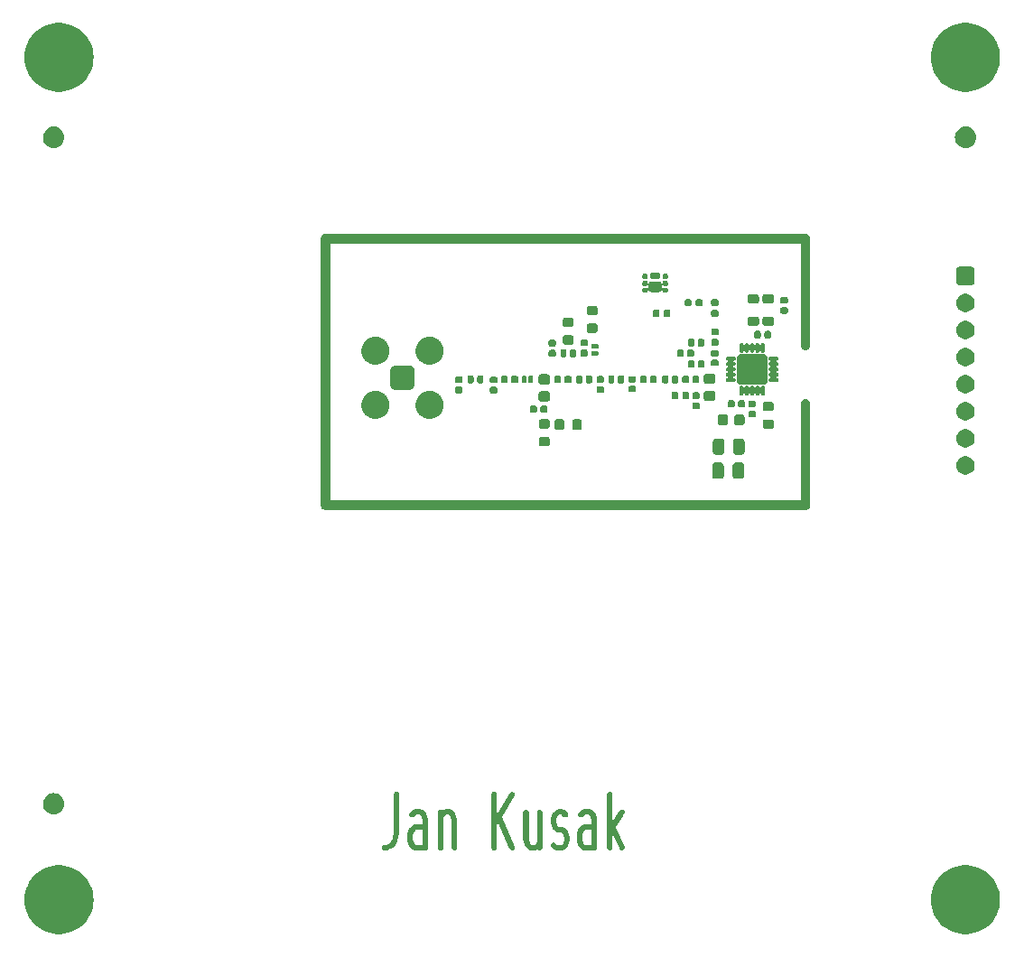
<source format=gbr>
%TF.GenerationSoftware,KiCad,Pcbnew,8.0.8*%
%TF.CreationDate,2025-03-29T16:24:55+01:00*%
%TF.ProjectId,rf,72662e6b-6963-4616-945f-706362585858,rev?*%
%TF.SameCoordinates,PX55d4a80PY8044ea0*%
%TF.FileFunction,Soldermask,Top*%
%TF.FilePolarity,Negative*%
%FSLAX46Y46*%
G04 Gerber Fmt 4.6, Leading zero omitted, Abs format (unit mm)*
G04 Created by KiCad (PCBNEW 8.0.8) date 2025-03-29 16:24:55*
%MOMM*%
%LPD*%
G01*
G04 APERTURE LIST*
G04 APERTURE END LIST*
G36*
X6023850Y8695344D02*
G01*
X6366257Y8619975D01*
X6698507Y8508027D01*
X7016707Y8360812D01*
X7317124Y8180057D01*
X7596237Y7967881D01*
X7850773Y7726771D01*
X8077749Y7459554D01*
X8274504Y7169363D01*
X8438729Y6859601D01*
X8568501Y6533898D01*
X8662297Y6196074D01*
X8719019Y5850089D01*
X8738000Y5500000D01*
X8719019Y5149911D01*
X8662297Y4803926D01*
X8568501Y4466102D01*
X8438729Y4140399D01*
X8274504Y3830637D01*
X8077749Y3540446D01*
X7850773Y3273229D01*
X7596237Y3032119D01*
X7317124Y2819943D01*
X7016707Y2639188D01*
X6698507Y2491973D01*
X6366257Y2380025D01*
X6023850Y2304656D01*
X5675302Y2266749D01*
X5324698Y2266749D01*
X4976150Y2304656D01*
X4633743Y2380025D01*
X4301493Y2491973D01*
X3983293Y2639188D01*
X3682876Y2819943D01*
X3403763Y3032119D01*
X3149227Y3273229D01*
X2922251Y3540446D01*
X2725496Y3830637D01*
X2561271Y4140399D01*
X2431499Y4466102D01*
X2337703Y4803926D01*
X2280981Y5149911D01*
X2262000Y5500000D01*
X2280981Y5850089D01*
X2337703Y6196074D01*
X2431499Y6533898D01*
X2561271Y6859601D01*
X2725496Y7169363D01*
X2922251Y7459554D01*
X3149227Y7726771D01*
X3403763Y7967881D01*
X3682876Y8180057D01*
X3983293Y8360812D01*
X4301493Y8508027D01*
X4633743Y8619975D01*
X4976150Y8695344D01*
X5324698Y8733251D01*
X5675302Y8733251D01*
X6023850Y8695344D01*
G37*
G36*
X91023850Y8695344D02*
G01*
X91366257Y8619975D01*
X91698507Y8508027D01*
X92016707Y8360812D01*
X92317124Y8180057D01*
X92596237Y7967881D01*
X92850773Y7726771D01*
X93077749Y7459554D01*
X93274504Y7169363D01*
X93438729Y6859601D01*
X93568501Y6533898D01*
X93662297Y6196074D01*
X93719019Y5850089D01*
X93738000Y5500000D01*
X93719019Y5149911D01*
X93662297Y4803926D01*
X93568501Y4466102D01*
X93438729Y4140399D01*
X93274504Y3830637D01*
X93077749Y3540446D01*
X92850773Y3273229D01*
X92596237Y3032119D01*
X92317124Y2819943D01*
X92016707Y2639188D01*
X91698507Y2491973D01*
X91366257Y2380025D01*
X91023850Y2304656D01*
X90675302Y2266749D01*
X90324698Y2266749D01*
X89976150Y2304656D01*
X89633743Y2380025D01*
X89301493Y2491973D01*
X88983293Y2639188D01*
X88682876Y2819943D01*
X88403763Y3032119D01*
X88149227Y3273229D01*
X87922251Y3540446D01*
X87725496Y3830637D01*
X87561271Y4140399D01*
X87431499Y4466102D01*
X87337703Y4803926D01*
X87280981Y5149911D01*
X87262000Y5500000D01*
X87280981Y5850089D01*
X87337703Y6196074D01*
X87431499Y6533898D01*
X87561271Y6859601D01*
X87725496Y7169363D01*
X87922251Y7459554D01*
X88149227Y7726771D01*
X88403763Y7967881D01*
X88682876Y8180057D01*
X88983293Y8360812D01*
X89301493Y8508027D01*
X89633743Y8619975D01*
X89976150Y8695344D01*
X90324698Y8733251D01*
X90675302Y8733251D01*
X91023850Y8695344D01*
G37*
G36*
X37201061Y15637720D02*
G01*
X37206742Y15635367D01*
X37206746Y15635366D01*
X37285494Y15602747D01*
X37285495Y15602747D01*
X37291181Y15600391D01*
X37292804Y15599308D01*
X37361778Y15530334D01*
X37362861Y15528711D01*
X37400190Y15438591D01*
X37400547Y15437168D01*
X37405351Y15388395D01*
X37405375Y15387905D01*
X37405375Y11816477D01*
X37405348Y11815963D01*
X37405340Y11815895D01*
X37405350Y11815721D01*
X37405147Y11813687D01*
X37402926Y11791380D01*
X37402927Y11791379D01*
X37400547Y11767214D01*
X37400505Y11767049D01*
X37400497Y11766965D01*
X37400423Y11766467D01*
X37257566Y11052181D01*
X37257446Y11051705D01*
X37251113Y11030912D01*
X37249338Y11025084D01*
X37248816Y11022768D01*
X37248488Y11021692D01*
X37247811Y11017126D01*
X37247384Y11015721D01*
X37245406Y11011548D01*
X37245104Y11010551D01*
X37244959Y11010177D01*
X37244514Y11009239D01*
X37243170Y11004822D01*
X37242541Y11003495D01*
X37239971Y10999660D01*
X37239488Y10998641D01*
X37238322Y10996586D01*
X37226410Y10971427D01*
X37226178Y10970995D01*
X37225384Y10969674D01*
X37225380Y10969664D01*
X36941267Y10496141D01*
X36941259Y10496130D01*
X36940464Y10494804D01*
X36940192Y10494396D01*
X36910979Y10455045D01*
X36909940Y10454007D01*
X36900570Y10447067D01*
X36894681Y10441371D01*
X36887432Y10432237D01*
X36886361Y10431234D01*
X36846059Y10403348D01*
X36845642Y10403089D01*
X36417071Y10164995D01*
X36416631Y10164778D01*
X36371662Y10145291D01*
X36370245Y10144912D01*
X36360972Y10143847D01*
X36352540Y10141662D01*
X36343919Y10138090D01*
X36342495Y10137733D01*
X36293722Y10132929D01*
X36293232Y10132905D01*
X36291693Y10132905D01*
X36009057Y10132905D01*
X36007518Y10132905D01*
X36007028Y10132929D01*
X35958255Y10137733D01*
X35956832Y10138090D01*
X35952568Y10139856D01*
X35898698Y10162170D01*
X35866712Y10175419D01*
X35865089Y10176502D01*
X35796115Y10245476D01*
X35795032Y10247099D01*
X35792676Y10252786D01*
X35760057Y10331534D01*
X35760056Y10331538D01*
X35757703Y10337219D01*
X35757322Y10339132D01*
X35757322Y10436678D01*
X35757703Y10438591D01*
X35760055Y10444272D01*
X35760057Y10444277D01*
X35792676Y10523025D01*
X35792678Y10523029D01*
X35795032Y10528711D01*
X35796115Y10530334D01*
X35800467Y10534687D01*
X35800470Y10534690D01*
X35860733Y10594953D01*
X35860736Y10594956D01*
X35865089Y10599308D01*
X35866712Y10600391D01*
X35872394Y10602745D01*
X35872398Y10602747D01*
X35952573Y10635957D01*
X35952579Y10635959D01*
X35956832Y10637720D01*
X35958255Y10638077D01*
X35962842Y10638529D01*
X35962843Y10638529D01*
X36005495Y10642731D01*
X36005515Y10642732D01*
X36007028Y10642881D01*
X36007518Y10642905D01*
X36218925Y10642905D01*
X36234348Y10646901D01*
X36530833Y10811617D01*
X36542654Y10823050D01*
X36763327Y11190838D01*
X36767199Y11200854D01*
X36894767Y11838691D01*
X36895375Y11844828D01*
X36895375Y15386366D01*
X36895375Y15387905D01*
X36895399Y15388395D01*
X36895548Y15389908D01*
X36895549Y15389928D01*
X36899751Y15432580D01*
X36899751Y15432581D01*
X36900203Y15437168D01*
X36900560Y15438591D01*
X36902321Y15442844D01*
X36902323Y15442850D01*
X36935533Y15523025D01*
X36935535Y15523029D01*
X36937889Y15528711D01*
X36938972Y15530334D01*
X36943324Y15534687D01*
X36943327Y15534690D01*
X37003590Y15594953D01*
X37003593Y15594956D01*
X37007946Y15599308D01*
X37009569Y15600391D01*
X37015251Y15602745D01*
X37015255Y15602747D01*
X37094003Y15635366D01*
X37094008Y15635368D01*
X37099689Y15637720D01*
X37101602Y15638101D01*
X37199148Y15638101D01*
X37201061Y15637720D01*
G37*
G36*
X39436579Y13976215D02*
G01*
X39438093Y13976066D01*
X39438112Y13976065D01*
X39446651Y13975224D01*
X39456134Y13974290D01*
X39462010Y13974823D01*
X39463949Y13974618D01*
X39469105Y13973012D01*
X39485352Y13971411D01*
X39486775Y13971054D01*
X39491031Y13969291D01*
X39491035Y13969290D01*
X39520045Y13957274D01*
X39522700Y13956313D01*
X39557079Y13945601D01*
X39558401Y13944963D01*
X39571904Y13935793D01*
X39576896Y13933725D01*
X39578518Y13932642D01*
X39582694Y13928466D01*
X39598944Y13917430D01*
X39599336Y13917135D01*
X39600514Y13916153D01*
X39600517Y13916151D01*
X39831983Y13723262D01*
X39885051Y13679039D01*
X39885412Y13678707D01*
X39919804Y13643793D01*
X39920669Y13642608D01*
X39924783Y13634769D01*
X39930155Y13624535D01*
X39933617Y13619295D01*
X39946518Y13603476D01*
X39947268Y13602215D01*
X39949018Y13597952D01*
X39949019Y13597951D01*
X39952089Y13590475D01*
X39965884Y13556879D01*
X39966048Y13556417D01*
X40108906Y13080228D01*
X40109024Y13079751D01*
X40111671Y13066225D01*
X40112021Y13064657D01*
X40112711Y13061900D01*
X40114476Y13057640D01*
X40114833Y13056216D01*
X40115905Y13045324D01*
X40116335Y13042392D01*
X40118438Y13031655D01*
X40118505Y13030188D01*
X40118038Y13025611D01*
X40118169Y13022783D01*
X40118286Y13021155D01*
X40118287Y13021140D01*
X40119637Y13007443D01*
X40119661Y13006953D01*
X40119661Y10387905D01*
X40119637Y10387415D01*
X40114833Y10338642D01*
X40114476Y10337219D01*
X40077147Y10247099D01*
X40076064Y10245476D01*
X40007090Y10176502D01*
X40005467Y10175419D01*
X39915347Y10138090D01*
X39913434Y10137709D01*
X39907279Y10137709D01*
X39822043Y10137709D01*
X39815888Y10137709D01*
X39813975Y10138090D01*
X39808288Y10140446D01*
X39808286Y10140446D01*
X39736915Y10170009D01*
X39710215Y10169252D01*
X39705076Y10166775D01*
X39701257Y10164180D01*
X39699935Y10163542D01*
X39665546Y10152830D01*
X39662896Y10151870D01*
X39629633Y10138090D01*
X39628209Y10137733D01*
X39611963Y10136134D01*
X39606806Y10134526D01*
X39604865Y10134321D01*
X39598989Y10134856D01*
X39579436Y10132929D01*
X39578946Y10132905D01*
X39577408Y10132905D01*
X38866199Y10132905D01*
X38864661Y10132905D01*
X38864171Y10132929D01*
X38844616Y10134856D01*
X38838742Y10134321D01*
X38836802Y10134526D01*
X38831644Y10136134D01*
X38815398Y10137733D01*
X38813974Y10138090D01*
X38780707Y10151871D01*
X38778054Y10152831D01*
X38743672Y10163542D01*
X38742350Y10164180D01*
X38728845Y10173352D01*
X38723855Y10175418D01*
X38722232Y10176502D01*
X38718056Y10180678D01*
X38712451Y10184484D01*
X38712375Y10184535D01*
X38703087Y10190842D01*
X38703067Y10190857D01*
X38701806Y10191713D01*
X38701414Y10192008D01*
X38415699Y10430103D01*
X38415338Y10430435D01*
X38380945Y10465350D01*
X38380080Y10466535D01*
X38377938Y10470615D01*
X38377935Y10470619D01*
X38370590Y10484612D01*
X38367130Y10489851D01*
X38366484Y10490643D01*
X38354231Y10505667D01*
X38353481Y10506928D01*
X38343869Y10530334D01*
X38335450Y10550836D01*
X38335447Y10550844D01*
X38334864Y10552264D01*
X38334700Y10552726D01*
X38334259Y10554195D01*
X38334255Y10554207D01*
X38192287Y11027437D01*
X38191843Y11028917D01*
X38191725Y11029394D01*
X38191428Y11030912D01*
X38189079Y11042908D01*
X38188725Y11044496D01*
X38188035Y11047250D01*
X38186273Y11051505D01*
X38185917Y11052928D01*
X38185465Y11057510D01*
X38185463Y11057519D01*
X38184843Y11063819D01*
X38184412Y11066753D01*
X38183196Y11072968D01*
X38183195Y11072975D01*
X38182312Y11077491D01*
X38182245Y11078956D01*
X38182709Y11083533D01*
X38182578Y11086383D01*
X38182461Y11088005D01*
X38181264Y11100159D01*
X38181263Y11100176D01*
X38181113Y11101701D01*
X38181089Y11102191D01*
X38181089Y11536345D01*
X38691089Y11536345D01*
X38691089Y11144229D01*
X38692413Y11135203D01*
X38795724Y10790828D01*
X38798380Y10781976D01*
X38808522Y10766624D01*
X38948025Y10650371D01*
X38968646Y10642905D01*
X39474961Y10642905D01*
X39495582Y10650371D01*
X39597860Y10735603D01*
X39609661Y10760799D01*
X39609661Y12001056D01*
X39573050Y12037667D01*
X38968646Y12037667D01*
X38948025Y12030201D01*
X38926232Y12012041D01*
X38829324Y11931286D01*
X38808522Y11913952D01*
X38798380Y11898601D01*
X38707059Y11594190D01*
X38692414Y11545372D01*
X38691089Y11536345D01*
X38181089Y11536345D01*
X38181089Y11578381D01*
X38181113Y11578871D01*
X38182461Y11592568D01*
X38182578Y11594190D01*
X38182709Y11597041D01*
X38182245Y11601616D01*
X38182312Y11603081D01*
X38183195Y11607598D01*
X38183196Y11607607D01*
X38184412Y11613817D01*
X38184843Y11616752D01*
X38185465Y11623063D01*
X38185465Y11623066D01*
X38185917Y11627644D01*
X38186273Y11629067D01*
X38188034Y11633322D01*
X38188728Y11636090D01*
X38189081Y11637676D01*
X38191427Y11649664D01*
X38191433Y11649692D01*
X38191725Y11651179D01*
X38191843Y11651655D01*
X38192278Y11653107D01*
X38192283Y11653125D01*
X38334255Y12126366D01*
X38334261Y12126385D01*
X38334700Y12127846D01*
X38334864Y12128308D01*
X38335444Y12129723D01*
X38335450Y12129737D01*
X38351729Y12169379D01*
X38351730Y12169383D01*
X38353481Y12173644D01*
X38354231Y12174905D01*
X38367132Y12190727D01*
X38370592Y12195963D01*
X38377937Y12209956D01*
X38377939Y12209959D01*
X38380080Y12214037D01*
X38380945Y12215222D01*
X38384178Y12218505D01*
X38384181Y12218508D01*
X38414264Y12249048D01*
X38414277Y12249061D01*
X38415338Y12250137D01*
X38415699Y12250469D01*
X38416856Y12251434D01*
X38416870Y12251446D01*
X38700237Y12487584D01*
X38700247Y12487592D01*
X38701414Y12488564D01*
X38701806Y12488859D01*
X38703050Y12489705D01*
X38703074Y12489722D01*
X38712766Y12496304D01*
X38712855Y12496364D01*
X38718059Y12499898D01*
X38722233Y12504070D01*
X38723854Y12505153D01*
X38728842Y12507220D01*
X38742350Y12516392D01*
X38743672Y12517030D01*
X38778059Y12527745D01*
X38780705Y12528703D01*
X38792788Y12533707D01*
X38809720Y12540720D01*
X38809722Y12540721D01*
X38813975Y12542482D01*
X38815398Y12542839D01*
X38831644Y12544440D01*
X38836802Y12546046D01*
X38838742Y12546251D01*
X38844616Y12545718D01*
X38851332Y12546380D01*
X38862637Y12547493D01*
X38862657Y12547494D01*
X38864171Y12547643D01*
X38864661Y12547667D01*
X39474961Y12547667D01*
X39495582Y12555133D01*
X39597860Y12640365D01*
X39609661Y12665561D01*
X39609661Y12964916D01*
X39608336Y12973943D01*
X39514868Y13285503D01*
X39502367Y13327170D01*
X39492227Y13342521D01*
X39352726Y13458773D01*
X39332105Y13466239D01*
X38968645Y13466239D01*
X38948024Y13458773D01*
X38742193Y13287247D01*
X38741801Y13286952D01*
X38701257Y13259419D01*
X38699935Y13258781D01*
X38606806Y13229764D01*
X38604866Y13229559D01*
X38598735Y13230117D01*
X38598733Y13230116D01*
X38513853Y13237832D01*
X38513849Y13237833D01*
X38507722Y13238390D01*
X38505851Y13238942D01*
X38500402Y13241802D01*
X38424931Y13281416D01*
X38424929Y13281417D01*
X38419481Y13284277D01*
X38417964Y13285503D01*
X38382620Y13327916D01*
X38359459Y13355709D01*
X38359458Y13355711D01*
X38355517Y13360440D01*
X38354584Y13362154D01*
X38325567Y13455283D01*
X38325362Y13457223D01*
X38325918Y13463349D01*
X38325918Y13463356D01*
X38333634Y13548236D01*
X38333636Y13548245D01*
X38334193Y13554367D01*
X38334745Y13556238D01*
X38337602Y13561683D01*
X38337604Y13561687D01*
X38377938Y13638529D01*
X38377941Y13638534D01*
X38380080Y13642608D01*
X38380945Y13643793D01*
X38384176Y13647074D01*
X38384179Y13647077D01*
X38414254Y13677607D01*
X38414258Y13677612D01*
X38415338Y13678707D01*
X38415699Y13679039D01*
X38416871Y13680016D01*
X38416881Y13680025D01*
X38700228Y13916148D01*
X38700244Y13916161D01*
X38701414Y13917135D01*
X38701806Y13917430D01*
X38703064Y13918285D01*
X38703082Y13918298D01*
X38712835Y13924921D01*
X38718057Y13928468D01*
X38722233Y13932642D01*
X38723854Y13933725D01*
X38728843Y13935793D01*
X38742350Y13944964D01*
X38743672Y13945602D01*
X38778059Y13956317D01*
X38780705Y13957275D01*
X38793176Y13962439D01*
X38809720Y13969292D01*
X38809722Y13969293D01*
X38813975Y13971054D01*
X38815398Y13971411D01*
X38831644Y13973012D01*
X38836802Y13974618D01*
X38838742Y13974823D01*
X38844616Y13974290D01*
X38851656Y13974983D01*
X38862637Y13976065D01*
X38862657Y13976066D01*
X38864171Y13976215D01*
X38864661Y13976239D01*
X39436089Y13976239D01*
X39436579Y13976215D01*
G37*
G36*
X49343918Y13971054D02*
G01*
X49349599Y13968701D01*
X49349603Y13968700D01*
X49428351Y13936081D01*
X49428352Y13936081D01*
X49434038Y13933725D01*
X49435661Y13932642D01*
X49504635Y13863668D01*
X49505718Y13862045D01*
X49543047Y13771925D01*
X49543404Y13770502D01*
X49548208Y13721729D01*
X49548232Y13721239D01*
X49548232Y13719700D01*
X49548232Y11144229D01*
X49549556Y11135203D01*
X49652867Y10790828D01*
X49655523Y10781976D01*
X49665665Y10766624D01*
X49805168Y10650371D01*
X49825789Y10642905D01*
X50046391Y10642905D01*
X50067012Y10650371D01*
X50169289Y10735603D01*
X50235559Y10790831D01*
X50242397Y10798813D01*
X50319411Y10927168D01*
X50323947Y10943543D01*
X50323947Y13719700D01*
X50323947Y13721239D01*
X50323971Y13721729D01*
X50324120Y13723242D01*
X50324121Y13723262D01*
X50328323Y13765914D01*
X50328323Y13765915D01*
X50328775Y13770502D01*
X50329132Y13771925D01*
X50330893Y13776178D01*
X50330895Y13776184D01*
X50364105Y13856359D01*
X50364107Y13856363D01*
X50366461Y13862045D01*
X50367544Y13863668D01*
X50371896Y13868021D01*
X50371899Y13868024D01*
X50432162Y13928287D01*
X50432165Y13928290D01*
X50436518Y13932642D01*
X50438141Y13933725D01*
X50443823Y13936079D01*
X50443827Y13936081D01*
X50522575Y13968700D01*
X50522580Y13968702D01*
X50528261Y13971054D01*
X50530174Y13971435D01*
X50627720Y13971435D01*
X50629633Y13971054D01*
X50635314Y13968701D01*
X50635318Y13968700D01*
X50714066Y13936081D01*
X50714067Y13936081D01*
X50719753Y13933725D01*
X50721376Y13932642D01*
X50790350Y13863668D01*
X50791433Y13862045D01*
X50828762Y13771925D01*
X50829119Y13770502D01*
X50833923Y13721729D01*
X50833947Y13721239D01*
X50833947Y10387905D01*
X50833923Y10387415D01*
X50829119Y10338642D01*
X50828762Y10337219D01*
X50791433Y10247099D01*
X50790350Y10245476D01*
X50721376Y10176502D01*
X50719753Y10175419D01*
X50629633Y10138090D01*
X50627720Y10137709D01*
X50621565Y10137709D01*
X50536329Y10137709D01*
X50530174Y10137709D01*
X50528261Y10138090D01*
X50522576Y10140445D01*
X50522575Y10140445D01*
X50470127Y10162170D01*
X50438141Y10175419D01*
X50436518Y10176502D01*
X50395410Y10217610D01*
X50346975Y10219805D01*
X50313622Y10192009D01*
X50313230Y10191714D01*
X50311969Y10190859D01*
X50311968Y10190857D01*
X50302565Y10184472D01*
X50302515Y10184439D01*
X50296978Y10180679D01*
X50292804Y10176503D01*
X50291181Y10175419D01*
X50286190Y10173353D01*
X50272686Y10164181D01*
X50271364Y10163543D01*
X50236985Y10152833D01*
X50234326Y10151870D01*
X50206750Y10140446D01*
X50201062Y10138090D01*
X50199638Y10137733D01*
X50183393Y10136134D01*
X50178236Y10134526D01*
X50176295Y10134321D01*
X50170419Y10134856D01*
X50150865Y10132929D01*
X50150375Y10132905D01*
X50148837Y10132905D01*
X49723342Y10132905D01*
X49721804Y10132905D01*
X49721314Y10132929D01*
X49701759Y10134856D01*
X49695885Y10134321D01*
X49693945Y10134526D01*
X49688787Y10136134D01*
X49672541Y10137733D01*
X49671117Y10138090D01*
X49637850Y10151871D01*
X49635197Y10152831D01*
X49600815Y10163542D01*
X49599493Y10164180D01*
X49585988Y10173352D01*
X49580998Y10175418D01*
X49579375Y10176502D01*
X49575199Y10180678D01*
X49569594Y10184484D01*
X49569518Y10184535D01*
X49560230Y10190842D01*
X49560210Y10190857D01*
X49558949Y10191713D01*
X49558557Y10192008D01*
X49272842Y10430103D01*
X49272481Y10430435D01*
X49238088Y10465350D01*
X49237223Y10466535D01*
X49235081Y10470615D01*
X49235078Y10470619D01*
X49227733Y10484612D01*
X49224273Y10489851D01*
X49223627Y10490643D01*
X49211374Y10505667D01*
X49210624Y10506928D01*
X49201012Y10530334D01*
X49192593Y10550836D01*
X49192590Y10550844D01*
X49192007Y10552264D01*
X49191843Y10552726D01*
X49191402Y10554195D01*
X49191398Y10554207D01*
X49049430Y11027437D01*
X49048986Y11028917D01*
X49048868Y11029394D01*
X49048571Y11030912D01*
X49046222Y11042908D01*
X49045868Y11044496D01*
X49045178Y11047250D01*
X49043416Y11051505D01*
X49043060Y11052928D01*
X49042608Y11057510D01*
X49042606Y11057519D01*
X49041986Y11063819D01*
X49041555Y11066753D01*
X49040339Y11072968D01*
X49040338Y11072975D01*
X49039455Y11077491D01*
X49039388Y11078956D01*
X49039852Y11083533D01*
X49039721Y11086383D01*
X49039604Y11088005D01*
X49038407Y11100159D01*
X49038406Y11100176D01*
X49038256Y11101701D01*
X49038232Y11102191D01*
X49038232Y13721239D01*
X49038256Y13721729D01*
X49038405Y13723242D01*
X49038406Y13723262D01*
X49042608Y13765914D01*
X49042608Y13765915D01*
X49043060Y13770502D01*
X49043417Y13771925D01*
X49045178Y13776178D01*
X49045180Y13776184D01*
X49078390Y13856359D01*
X49078392Y13856363D01*
X49080746Y13862045D01*
X49081829Y13863668D01*
X49086181Y13868021D01*
X49086184Y13868024D01*
X49146447Y13928287D01*
X49146450Y13928290D01*
X49150803Y13932642D01*
X49152426Y13933725D01*
X49158108Y13936079D01*
X49158112Y13936081D01*
X49236860Y13968700D01*
X49236865Y13968702D01*
X49242546Y13971054D01*
X49244459Y13971435D01*
X49342005Y13971435D01*
X49343918Y13971054D01*
G37*
G36*
X52722294Y13976215D02*
G01*
X52723808Y13976066D01*
X52723827Y13976065D01*
X52732366Y13975224D01*
X52741849Y13974290D01*
X52747725Y13974823D01*
X52749664Y13974618D01*
X52754820Y13973012D01*
X52771067Y13971411D01*
X52772490Y13971054D01*
X52776746Y13969291D01*
X52776750Y13969290D01*
X52805760Y13957274D01*
X52808415Y13956313D01*
X52842794Y13945601D01*
X52844116Y13944963D01*
X52857619Y13935793D01*
X52862611Y13933725D01*
X52864233Y13932642D01*
X52868409Y13928466D01*
X52884659Y13917430D01*
X52885051Y13917135D01*
X52886229Y13916153D01*
X52886232Y13916151D01*
X53117698Y13723262D01*
X53170766Y13679039D01*
X53171127Y13678707D01*
X53205519Y13643793D01*
X53206384Y13642608D01*
X53251719Y13556237D01*
X53252271Y13554366D01*
X53252828Y13548239D01*
X53252829Y13548235D01*
X53260545Y13463356D01*
X53260544Y13463354D01*
X53261102Y13457223D01*
X53260897Y13455283D01*
X53231880Y13362153D01*
X53230947Y13360439D01*
X53168500Y13285503D01*
X53166983Y13284277D01*
X53080612Y13238942D01*
X53078741Y13238390D01*
X53072611Y13237833D01*
X53072609Y13237832D01*
X52987730Y13230116D01*
X52987727Y13230117D01*
X52981598Y13229559D01*
X52979658Y13229764D01*
X52886528Y13258781D01*
X52885206Y13259419D01*
X52844663Y13286952D01*
X52844271Y13287247D01*
X52638441Y13458773D01*
X52617820Y13466239D01*
X52397217Y13466239D01*
X52376596Y13458773D01*
X52237095Y13342523D01*
X52226953Y13327171D01*
X52223273Y13314903D01*
X52120986Y12973943D01*
X52119661Y12964916D01*
X52119661Y12810896D01*
X52120985Y12801870D01*
X52214887Y12488859D01*
X52226952Y12448643D01*
X52237094Y12433291D01*
X52376597Y12317038D01*
X52397218Y12309572D01*
X52720265Y12309572D01*
X52721804Y12309572D01*
X52722294Y12309548D01*
X52723808Y12309399D01*
X52723827Y12309398D01*
X52732366Y12308557D01*
X52741849Y12307623D01*
X52747725Y12308156D01*
X52749664Y12307951D01*
X52754820Y12306345D01*
X52771067Y12304744D01*
X52772490Y12304387D01*
X52776746Y12302624D01*
X52776750Y12302623D01*
X52805762Y12290606D01*
X52808417Y12289645D01*
X52842793Y12278934D01*
X52844115Y12278296D01*
X52857618Y12269127D01*
X52862611Y12267058D01*
X52864233Y12265975D01*
X52868410Y12261798D01*
X52884659Y12250763D01*
X52885051Y12250468D01*
X52886228Y12249487D01*
X53149371Y12030201D01*
X53170765Y12012373D01*
X53171126Y12012041D01*
X53205519Y11977127D01*
X53206384Y11975942D01*
X53208525Y11971862D01*
X53208526Y11971861D01*
X53215871Y11957867D01*
X53219333Y11952626D01*
X53232233Y11936809D01*
X53232983Y11935548D01*
X53251600Y11890213D01*
X53251764Y11889751D01*
X53394621Y11413560D01*
X53394739Y11413083D01*
X53395033Y11411579D01*
X53395034Y11411576D01*
X53397384Y11399568D01*
X53397739Y11397976D01*
X53398427Y11395226D01*
X53400190Y11390972D01*
X53400547Y11389549D01*
X53400998Y11384963D01*
X53400999Y11384960D01*
X53401619Y11378666D01*
X53402050Y11375724D01*
X53404152Y11364986D01*
X53404219Y11363520D01*
X53403751Y11358932D01*
X53403881Y11356119D01*
X53403997Y11354507D01*
X53405351Y11340776D01*
X53405375Y11340286D01*
X53405375Y11102191D01*
X53405351Y11101701D01*
X53405200Y11100173D01*
X53404000Y11087990D01*
X53403883Y11086362D01*
X53403752Y11083536D01*
X53404219Y11078957D01*
X53404152Y11077490D01*
X53402050Y11066756D01*
X53401619Y11063824D01*
X53400547Y11052928D01*
X53400190Y11051504D01*
X53398424Y11047243D01*
X53397741Y11044514D01*
X53397386Y11042920D01*
X53395259Y11032056D01*
X53394739Y11029394D01*
X53394621Y11028917D01*
X53251764Y10552726D01*
X53251600Y10552264D01*
X53232983Y10506929D01*
X53232233Y10505668D01*
X53219977Y10490643D01*
X53219332Y10489852D01*
X53215871Y10484612D01*
X53206384Y10466535D01*
X53205519Y10465350D01*
X53171126Y10430436D01*
X53170765Y10430104D01*
X52885051Y10192009D01*
X52884659Y10191714D01*
X52883398Y10190859D01*
X52883397Y10190857D01*
X52873994Y10184472D01*
X52873944Y10184439D01*
X52868407Y10180679D01*
X52864233Y10176503D01*
X52862610Y10175419D01*
X52857619Y10173353D01*
X52844115Y10164181D01*
X52842793Y10163543D01*
X52808414Y10152833D01*
X52805755Y10151870D01*
X52778179Y10140446D01*
X52772491Y10138090D01*
X52771067Y10137733D01*
X52754822Y10136134D01*
X52749665Y10134526D01*
X52747724Y10134321D01*
X52741848Y10134856D01*
X52722294Y10132929D01*
X52721804Y10132905D01*
X52720266Y10132905D01*
X52151913Y10132905D01*
X52150375Y10132905D01*
X52149885Y10132929D01*
X52130329Y10134856D01*
X52124455Y10134321D01*
X52122515Y10134526D01*
X52117357Y10136134D01*
X52101112Y10137733D01*
X52099688Y10138090D01*
X52077877Y10147125D01*
X52066429Y10151867D01*
X52063772Y10152831D01*
X52050243Y10157045D01*
X52033785Y10162172D01*
X52033782Y10162174D01*
X52029386Y10163543D01*
X52028064Y10164181D01*
X52014559Y10173352D01*
X52009568Y10175419D01*
X52007946Y10176502D01*
X52003767Y10180681D01*
X51987520Y10191714D01*
X51987128Y10192009D01*
X51701414Y10430104D01*
X51701053Y10430436D01*
X51666660Y10465350D01*
X51665795Y10466535D01*
X51663653Y10470615D01*
X51623319Y10547457D01*
X51623318Y10547460D01*
X51620460Y10552905D01*
X51619908Y10554776D01*
X51619351Y10560901D01*
X51619349Y10560908D01*
X51611633Y10645788D01*
X51611633Y10645796D01*
X51611077Y10651920D01*
X51611282Y10653860D01*
X51640299Y10746989D01*
X51641232Y10748703D01*
X51645171Y10753431D01*
X51645174Y10753435D01*
X51699738Y10818911D01*
X51699738Y10818912D01*
X51703679Y10823640D01*
X51705196Y10824866D01*
X51710641Y10827725D01*
X51710646Y10827728D01*
X51786117Y10867342D01*
X51786121Y10867344D01*
X51791566Y10870201D01*
X51793437Y10870753D01*
X51799559Y10871310D01*
X51799568Y10871312D01*
X51884448Y10879028D01*
X51884455Y10879028D01*
X51890581Y10879584D01*
X51892521Y10879379D01*
X51985650Y10850362D01*
X51986972Y10849724D01*
X51990782Y10847137D01*
X51990783Y10847136D01*
X52026252Y10823050D01*
X52026260Y10823044D01*
X52027516Y10822191D01*
X52027908Y10821896D01*
X52117796Y10746989D01*
X52233738Y10650371D01*
X52254359Y10642905D01*
X52617820Y10642905D01*
X52638441Y10650371D01*
X52777940Y10766622D01*
X52788081Y10781974D01*
X52788082Y10781976D01*
X52870745Y11057519D01*
X52894050Y11135203D01*
X52895375Y11144230D01*
X52895375Y11298249D01*
X52894050Y11307276D01*
X52807409Y11596078D01*
X52788080Y11660505D01*
X52777939Y11675856D01*
X52638441Y11792106D01*
X52617820Y11799572D01*
X52293233Y11799572D01*
X52292743Y11799596D01*
X52273188Y11801523D01*
X52267314Y11800988D01*
X52265374Y11801193D01*
X52260216Y11802801D01*
X52243970Y11804400D01*
X52242546Y11804757D01*
X52209279Y11818538D01*
X52206626Y11819498D01*
X52172244Y11830209D01*
X52170922Y11830847D01*
X52157417Y11840019D01*
X52152427Y11842085D01*
X52150804Y11843169D01*
X52146628Y11847345D01*
X52141023Y11851151D01*
X52140947Y11851202D01*
X52131659Y11857509D01*
X52131644Y11857521D01*
X52130378Y11858380D01*
X52129986Y11858675D01*
X51844271Y12096770D01*
X51843910Y12097102D01*
X51809517Y12132017D01*
X51808652Y12133202D01*
X51806511Y12137280D01*
X51806507Y12137286D01*
X51799162Y12151279D01*
X51795702Y12156518D01*
X51782803Y12172334D01*
X51782053Y12173595D01*
X51772868Y12195963D01*
X51764022Y12217503D01*
X51764019Y12217511D01*
X51763436Y12218931D01*
X51763272Y12219393D01*
X51762831Y12220862D01*
X51762827Y12220874D01*
X51620859Y12694104D01*
X51620415Y12695584D01*
X51620297Y12696061D01*
X51620001Y12697572D01*
X51617651Y12709575D01*
X51617297Y12711163D01*
X51616607Y12713917D01*
X51614845Y12718172D01*
X51614489Y12719595D01*
X51614037Y12724177D01*
X51614035Y12724186D01*
X51613415Y12730486D01*
X51612984Y12733420D01*
X51611768Y12739635D01*
X51611767Y12739642D01*
X51610884Y12744158D01*
X51610817Y12745623D01*
X51611281Y12750200D01*
X51611150Y12753050D01*
X51611033Y12754672D01*
X51609836Y12766826D01*
X51609835Y12766843D01*
X51609685Y12768368D01*
X51609661Y12768858D01*
X51609661Y13006953D01*
X51609685Y13007443D01*
X51609835Y13008969D01*
X51611033Y13021140D01*
X51611150Y13022762D01*
X51611281Y13025613D01*
X51610817Y13030188D01*
X51610884Y13031653D01*
X51611767Y13036170D01*
X51611768Y13036179D01*
X51612984Y13042389D01*
X51613415Y13045324D01*
X51614037Y13051635D01*
X51614037Y13051638D01*
X51614489Y13056216D01*
X51614845Y13057639D01*
X51616606Y13061894D01*
X51617300Y13064662D01*
X51617653Y13066248D01*
X51619999Y13078236D01*
X51620005Y13078264D01*
X51620297Y13079751D01*
X51620415Y13080227D01*
X51620850Y13081679D01*
X51620855Y13081697D01*
X51762827Y13554937D01*
X51762833Y13554956D01*
X51763272Y13556417D01*
X51763436Y13556879D01*
X51764016Y13558294D01*
X51764022Y13558308D01*
X51780301Y13597950D01*
X51780302Y13597954D01*
X51782053Y13602215D01*
X51782803Y13603476D01*
X51795704Y13619298D01*
X51799164Y13624534D01*
X51799165Y13624535D01*
X51805274Y13636173D01*
X51806509Y13638526D01*
X51806511Y13638529D01*
X51808652Y13642608D01*
X51809517Y13643793D01*
X51812752Y13647077D01*
X51812753Y13647079D01*
X51842826Y13677607D01*
X51842830Y13677612D01*
X51843910Y13678707D01*
X51844271Y13679039D01*
X51845443Y13680016D01*
X51845453Y13680025D01*
X52128800Y13916148D01*
X52128816Y13916161D01*
X52129986Y13917135D01*
X52130378Y13917430D01*
X52131636Y13918285D01*
X52131654Y13918298D01*
X52141407Y13924921D01*
X52146629Y13928468D01*
X52150805Y13932642D01*
X52152426Y13933725D01*
X52157415Y13935793D01*
X52170922Y13944964D01*
X52172244Y13945602D01*
X52206631Y13956317D01*
X52209277Y13957275D01*
X52221748Y13962439D01*
X52238292Y13969292D01*
X52238294Y13969293D01*
X52242547Y13971054D01*
X52243970Y13971411D01*
X52260216Y13973012D01*
X52265374Y13974618D01*
X52267314Y13974823D01*
X52273188Y13974290D01*
X52280228Y13974983D01*
X52291209Y13976065D01*
X52291229Y13976066D01*
X52292743Y13976215D01*
X52293233Y13976239D01*
X52721804Y13976239D01*
X52722294Y13976215D01*
G37*
G36*
X55293722Y13976215D02*
G01*
X55295236Y13976066D01*
X55295255Y13976065D01*
X55303794Y13975224D01*
X55313277Y13974290D01*
X55319153Y13974823D01*
X55321092Y13974618D01*
X55326248Y13973012D01*
X55342495Y13971411D01*
X55343918Y13971054D01*
X55348174Y13969291D01*
X55348178Y13969290D01*
X55377188Y13957274D01*
X55379843Y13956313D01*
X55414222Y13945601D01*
X55415544Y13944963D01*
X55429047Y13935793D01*
X55434039Y13933725D01*
X55435661Y13932642D01*
X55439837Y13928466D01*
X55456087Y13917430D01*
X55456479Y13917135D01*
X55457657Y13916153D01*
X55457660Y13916151D01*
X55689126Y13723262D01*
X55742194Y13679039D01*
X55742555Y13678707D01*
X55776947Y13643793D01*
X55777812Y13642608D01*
X55781926Y13634769D01*
X55787298Y13624535D01*
X55790760Y13619295D01*
X55803661Y13603476D01*
X55804411Y13602215D01*
X55806161Y13597952D01*
X55806162Y13597951D01*
X55809232Y13590475D01*
X55823027Y13556879D01*
X55823191Y13556417D01*
X55966049Y13080228D01*
X55966167Y13079751D01*
X55968814Y13066225D01*
X55969164Y13064657D01*
X55969854Y13061900D01*
X55971619Y13057640D01*
X55971976Y13056216D01*
X55973048Y13045324D01*
X55973478Y13042392D01*
X55975581Y13031655D01*
X55975648Y13030188D01*
X55975181Y13025611D01*
X55975312Y13022783D01*
X55975429Y13021155D01*
X55975430Y13021140D01*
X55976780Y13007443D01*
X55976804Y13006953D01*
X55976804Y10387905D01*
X55976780Y10387415D01*
X55971976Y10338642D01*
X55971619Y10337219D01*
X55934290Y10247099D01*
X55933207Y10245476D01*
X55864233Y10176502D01*
X55862610Y10175419D01*
X55772490Y10138090D01*
X55770577Y10137709D01*
X55764422Y10137709D01*
X55679186Y10137709D01*
X55673031Y10137709D01*
X55671118Y10138090D01*
X55665431Y10140446D01*
X55665429Y10140446D01*
X55594058Y10170009D01*
X55567358Y10169252D01*
X55562219Y10166775D01*
X55558400Y10164180D01*
X55557078Y10163542D01*
X55522689Y10152830D01*
X55520039Y10151870D01*
X55486776Y10138090D01*
X55485352Y10137733D01*
X55469106Y10136134D01*
X55463949Y10134526D01*
X55462008Y10134321D01*
X55456132Y10134856D01*
X55436579Y10132929D01*
X55436089Y10132905D01*
X55434551Y10132905D01*
X54723342Y10132905D01*
X54721804Y10132905D01*
X54721314Y10132929D01*
X54701759Y10134856D01*
X54695885Y10134321D01*
X54693945Y10134526D01*
X54688787Y10136134D01*
X54672541Y10137733D01*
X54671117Y10138090D01*
X54637850Y10151871D01*
X54635197Y10152831D01*
X54600815Y10163542D01*
X54599493Y10164180D01*
X54585988Y10173352D01*
X54580998Y10175418D01*
X54579375Y10176502D01*
X54575199Y10180678D01*
X54569594Y10184484D01*
X54569518Y10184535D01*
X54560230Y10190842D01*
X54560210Y10190857D01*
X54558949Y10191713D01*
X54558557Y10192008D01*
X54272842Y10430103D01*
X54272481Y10430435D01*
X54238088Y10465350D01*
X54237223Y10466535D01*
X54235081Y10470615D01*
X54235078Y10470619D01*
X54227733Y10484612D01*
X54224273Y10489851D01*
X54223627Y10490643D01*
X54211374Y10505667D01*
X54210624Y10506928D01*
X54201012Y10530334D01*
X54192593Y10550836D01*
X54192590Y10550844D01*
X54192007Y10552264D01*
X54191843Y10552726D01*
X54191402Y10554195D01*
X54191398Y10554207D01*
X54049430Y11027437D01*
X54048986Y11028917D01*
X54048868Y11029394D01*
X54048571Y11030912D01*
X54046222Y11042908D01*
X54045868Y11044496D01*
X54045178Y11047250D01*
X54043416Y11051505D01*
X54043060Y11052928D01*
X54042608Y11057510D01*
X54042606Y11057519D01*
X54041986Y11063819D01*
X54041555Y11066753D01*
X54040339Y11072968D01*
X54040338Y11072975D01*
X54039455Y11077491D01*
X54039388Y11078956D01*
X54039852Y11083533D01*
X54039721Y11086383D01*
X54039604Y11088005D01*
X54038407Y11100159D01*
X54038406Y11100176D01*
X54038256Y11101701D01*
X54038232Y11102191D01*
X54038232Y11536345D01*
X54548232Y11536345D01*
X54548232Y11144229D01*
X54549556Y11135203D01*
X54652867Y10790828D01*
X54655523Y10781976D01*
X54665665Y10766624D01*
X54805168Y10650371D01*
X54825789Y10642905D01*
X55332104Y10642905D01*
X55352725Y10650371D01*
X55455003Y10735603D01*
X55466804Y10760799D01*
X55466804Y12001056D01*
X55430193Y12037667D01*
X54825789Y12037667D01*
X54805168Y12030201D01*
X54783375Y12012041D01*
X54686467Y11931286D01*
X54665665Y11913952D01*
X54655523Y11898601D01*
X54564202Y11594190D01*
X54549557Y11545372D01*
X54548232Y11536345D01*
X54038232Y11536345D01*
X54038232Y11578381D01*
X54038256Y11578871D01*
X54039604Y11592568D01*
X54039721Y11594190D01*
X54039852Y11597041D01*
X54039388Y11601616D01*
X54039455Y11603081D01*
X54040338Y11607598D01*
X54040339Y11607607D01*
X54041555Y11613817D01*
X54041986Y11616752D01*
X54042608Y11623063D01*
X54042608Y11623066D01*
X54043060Y11627644D01*
X54043416Y11629067D01*
X54045177Y11633322D01*
X54045871Y11636090D01*
X54046224Y11637676D01*
X54048570Y11649664D01*
X54048576Y11649692D01*
X54048868Y11651179D01*
X54048986Y11651655D01*
X54049421Y11653107D01*
X54049426Y11653125D01*
X54191398Y12126366D01*
X54191404Y12126385D01*
X54191843Y12127846D01*
X54192007Y12128308D01*
X54192587Y12129723D01*
X54192593Y12129737D01*
X54208872Y12169379D01*
X54208873Y12169383D01*
X54210624Y12173644D01*
X54211374Y12174905D01*
X54224275Y12190727D01*
X54227735Y12195963D01*
X54235080Y12209956D01*
X54235082Y12209959D01*
X54237223Y12214037D01*
X54238088Y12215222D01*
X54241321Y12218505D01*
X54241324Y12218508D01*
X54271407Y12249048D01*
X54271420Y12249061D01*
X54272481Y12250137D01*
X54272842Y12250469D01*
X54273999Y12251434D01*
X54274013Y12251446D01*
X54557380Y12487584D01*
X54557390Y12487592D01*
X54558557Y12488564D01*
X54558949Y12488859D01*
X54560193Y12489705D01*
X54560217Y12489722D01*
X54569909Y12496304D01*
X54569998Y12496364D01*
X54575202Y12499898D01*
X54579376Y12504070D01*
X54580997Y12505153D01*
X54585985Y12507220D01*
X54599493Y12516392D01*
X54600815Y12517030D01*
X54635202Y12527745D01*
X54637848Y12528703D01*
X54649931Y12533707D01*
X54666863Y12540720D01*
X54666865Y12540721D01*
X54671118Y12542482D01*
X54672541Y12542839D01*
X54688787Y12544440D01*
X54693945Y12546046D01*
X54695885Y12546251D01*
X54701759Y12545718D01*
X54708475Y12546380D01*
X54719780Y12547493D01*
X54719800Y12547494D01*
X54721314Y12547643D01*
X54721804Y12547667D01*
X55332104Y12547667D01*
X55352725Y12555133D01*
X55455003Y12640365D01*
X55466804Y12665561D01*
X55466804Y12964916D01*
X55465479Y12973943D01*
X55372011Y13285503D01*
X55359510Y13327170D01*
X55349370Y13342521D01*
X55209869Y13458773D01*
X55189248Y13466239D01*
X54825788Y13466239D01*
X54805167Y13458773D01*
X54599336Y13287247D01*
X54598944Y13286952D01*
X54558400Y13259419D01*
X54557078Y13258781D01*
X54463949Y13229764D01*
X54462009Y13229559D01*
X54455878Y13230117D01*
X54455876Y13230116D01*
X54370996Y13237832D01*
X54370992Y13237833D01*
X54364865Y13238390D01*
X54362994Y13238942D01*
X54357545Y13241802D01*
X54282074Y13281416D01*
X54282072Y13281417D01*
X54276624Y13284277D01*
X54275107Y13285503D01*
X54239763Y13327916D01*
X54216602Y13355709D01*
X54216601Y13355711D01*
X54212660Y13360440D01*
X54211727Y13362154D01*
X54182710Y13455283D01*
X54182505Y13457223D01*
X54183061Y13463349D01*
X54183061Y13463356D01*
X54190777Y13548236D01*
X54190779Y13548245D01*
X54191336Y13554367D01*
X54191888Y13556238D01*
X54194745Y13561683D01*
X54194747Y13561687D01*
X54235081Y13638529D01*
X54235084Y13638534D01*
X54237223Y13642608D01*
X54238088Y13643793D01*
X54241319Y13647074D01*
X54241322Y13647077D01*
X54271397Y13677607D01*
X54271401Y13677612D01*
X54272481Y13678707D01*
X54272842Y13679039D01*
X54274014Y13680016D01*
X54274024Y13680025D01*
X54557371Y13916148D01*
X54557387Y13916161D01*
X54558557Y13917135D01*
X54558949Y13917430D01*
X54560207Y13918285D01*
X54560225Y13918298D01*
X54569978Y13924921D01*
X54575200Y13928468D01*
X54579376Y13932642D01*
X54580997Y13933725D01*
X54585986Y13935793D01*
X54599493Y13944964D01*
X54600815Y13945602D01*
X54635202Y13956317D01*
X54637848Y13957275D01*
X54650319Y13962439D01*
X54666863Y13969292D01*
X54666865Y13969293D01*
X54671118Y13971054D01*
X54672541Y13971411D01*
X54688787Y13973012D01*
X54693945Y13974618D01*
X54695885Y13974823D01*
X54701759Y13974290D01*
X54708799Y13974983D01*
X54719780Y13976065D01*
X54719800Y13976066D01*
X54721314Y13976215D01*
X54721804Y13976239D01*
X55293232Y13976239D01*
X55293722Y13976215D01*
G37*
G36*
X48002190Y15641650D02*
G01*
X48086493Y15629106D01*
X48086496Y15629105D01*
X48092584Y15628199D01*
X48094420Y15627540D01*
X48099694Y15624376D01*
X48099701Y15624373D01*
X48172782Y15580524D01*
X48172785Y15580521D01*
X48178065Y15577353D01*
X48179510Y15576043D01*
X48237582Y15497667D01*
X48238416Y15495903D01*
X48262073Y15401271D01*
X48262168Y15399322D01*
X48247811Y15302839D01*
X48247384Y15301435D01*
X48226410Y15257141D01*
X48226178Y15256709D01*
X48225384Y15255388D01*
X48225380Y15255378D01*
X47017950Y13242996D01*
X47016146Y13212353D01*
X48240058Y10492548D01*
X48240237Y10492091D01*
X48255871Y10445642D01*
X48256130Y10444198D01*
X48259071Y10346698D01*
X48258748Y10344774D01*
X48224154Y10253570D01*
X48223120Y10251916D01*
X48156256Y10180893D01*
X48154667Y10179760D01*
X48065713Y10139731D01*
X48063812Y10139293D01*
X47966311Y10136352D01*
X47964387Y10136675D01*
X47873183Y10171269D01*
X47871529Y10172303D01*
X47800506Y10239167D01*
X47799596Y10240319D01*
X47775201Y10282825D01*
X47774978Y10283262D01*
X47753255Y10331534D01*
X46722996Y12620998D01*
X46647419Y12625446D01*
X46552767Y12467691D01*
X46548232Y12451317D01*
X46548232Y10387905D01*
X46548208Y10387415D01*
X46543404Y10338642D01*
X46543047Y10337219D01*
X46505718Y10247099D01*
X46504635Y10245476D01*
X46435661Y10176502D01*
X46434038Y10175419D01*
X46343918Y10138090D01*
X46342005Y10137709D01*
X46335850Y10137709D01*
X46250614Y10137709D01*
X46244459Y10137709D01*
X46242546Y10138090D01*
X46236861Y10140445D01*
X46236860Y10140445D01*
X46184412Y10162170D01*
X46152426Y10175419D01*
X46150803Y10176502D01*
X46081829Y10245476D01*
X46080746Y10247099D01*
X46078390Y10252786D01*
X46045180Y10332961D01*
X46045178Y10332966D01*
X46043417Y10337219D01*
X46043060Y10338642D01*
X46042405Y10345288D01*
X46038406Y10385883D01*
X46038405Y10385902D01*
X46038256Y10387415D01*
X46038232Y10387905D01*
X46038232Y15387905D01*
X46038256Y15388395D01*
X46038405Y15389908D01*
X46038406Y15389928D01*
X46042608Y15432580D01*
X46042608Y15432581D01*
X46043060Y15437168D01*
X46043417Y15438591D01*
X46045178Y15442844D01*
X46045180Y15442850D01*
X46078390Y15523025D01*
X46078392Y15523029D01*
X46080746Y15528711D01*
X46081829Y15530334D01*
X46086181Y15534687D01*
X46086184Y15534690D01*
X46146447Y15594953D01*
X46146450Y15594956D01*
X46150803Y15599308D01*
X46152426Y15600391D01*
X46158108Y15602745D01*
X46158112Y15602747D01*
X46236860Y15635366D01*
X46236865Y15635368D01*
X46242546Y15637720D01*
X46244459Y15638101D01*
X46342005Y15638101D01*
X46343918Y15637720D01*
X46349599Y15635367D01*
X46349603Y15635366D01*
X46428351Y15602747D01*
X46428352Y15602747D01*
X46434038Y15600391D01*
X46435661Y15599308D01*
X46504635Y15530334D01*
X46505718Y15528711D01*
X46543047Y15438591D01*
X46543404Y15437168D01*
X46548208Y15388395D01*
X46548232Y15387905D01*
X46548232Y15386366D01*
X46548232Y13629493D01*
X46639864Y13604113D01*
X47788054Y15517765D01*
X47788077Y15517800D01*
X47788858Y15519101D01*
X47789130Y15519509D01*
X47790041Y15520738D01*
X47790053Y15520754D01*
X47815593Y15555157D01*
X47815596Y15555161D01*
X47818343Y15558860D01*
X47819381Y15559897D01*
X47847220Y15580524D01*
X47892814Y15614307D01*
X47892815Y15614308D01*
X47897757Y15617969D01*
X47899521Y15618803D01*
X47905488Y15620295D01*
X47905493Y15620297D01*
X47988181Y15640969D01*
X47988184Y15640970D01*
X47994152Y15642461D01*
X47996101Y15642556D01*
X48002190Y15641650D01*
G37*
G36*
X57201061Y15637720D02*
G01*
X57206742Y15635367D01*
X57206746Y15635366D01*
X57285494Y15602747D01*
X57285495Y15602747D01*
X57291181Y15600391D01*
X57292804Y15599308D01*
X57361778Y15530334D01*
X57362861Y15528711D01*
X57400190Y15438591D01*
X57400547Y15437168D01*
X57405351Y15388395D01*
X57405375Y15387905D01*
X57405375Y15386366D01*
X57405375Y12915209D01*
X57497007Y12889829D01*
X58073768Y13851099D01*
X58073791Y13851134D01*
X58074572Y13852435D01*
X58074844Y13852843D01*
X58075755Y13854072D01*
X58075767Y13854088D01*
X58101307Y13888491D01*
X58101310Y13888495D01*
X58104057Y13892194D01*
X58105095Y13893231D01*
X58128653Y13910686D01*
X58178527Y13947640D01*
X58178528Y13947641D01*
X58183470Y13951302D01*
X58185234Y13952136D01*
X58191201Y13953628D01*
X58191206Y13953630D01*
X58273894Y13974302D01*
X58273898Y13974303D01*
X58279866Y13975794D01*
X58281815Y13975889D01*
X58287904Y13974983D01*
X58372207Y13962439D01*
X58372210Y13962438D01*
X58378298Y13961532D01*
X58380134Y13960873D01*
X58385408Y13957709D01*
X58385415Y13957706D01*
X58458496Y13913857D01*
X58458499Y13913854D01*
X58463779Y13910686D01*
X58465224Y13909376D01*
X58523295Y13831001D01*
X58524129Y13829237D01*
X58547787Y13734605D01*
X58547882Y13732656D01*
X58533525Y13636173D01*
X58533098Y13634769D01*
X58512124Y13590475D01*
X58511892Y13590043D01*
X58378685Y13368032D01*
X57732236Y12290616D01*
X57730432Y12259973D01*
X58525772Y10492548D01*
X58525951Y10492091D01*
X58541585Y10445643D01*
X58541844Y10444199D01*
X58544785Y10346698D01*
X58544462Y10344774D01*
X58509868Y10253571D01*
X58508834Y10251917D01*
X58441970Y10180893D01*
X58440381Y10179760D01*
X58351426Y10139731D01*
X58349525Y10139293D01*
X58252025Y10136352D01*
X58250101Y10136675D01*
X58158897Y10171269D01*
X58157243Y10172303D01*
X58086220Y10239167D01*
X58085310Y10240319D01*
X58060914Y10282825D01*
X58060691Y10283262D01*
X58035599Y10339021D01*
X57939640Y10552264D01*
X57504141Y11520042D01*
X57405375Y11498843D01*
X57405375Y10387905D01*
X57405351Y10387415D01*
X57400547Y10338642D01*
X57400190Y10337219D01*
X57362861Y10247099D01*
X57361778Y10245476D01*
X57292804Y10176502D01*
X57291181Y10175419D01*
X57201061Y10138090D01*
X57199148Y10137709D01*
X57192993Y10137709D01*
X57107757Y10137709D01*
X57101602Y10137709D01*
X57099689Y10138090D01*
X57094004Y10140445D01*
X57094003Y10140445D01*
X57041555Y10162170D01*
X57009569Y10175419D01*
X57007946Y10176502D01*
X56938972Y10245476D01*
X56937889Y10247099D01*
X56935533Y10252786D01*
X56902323Y10332961D01*
X56902321Y10332966D01*
X56900560Y10337219D01*
X56900203Y10338642D01*
X56899548Y10345288D01*
X56895549Y10385883D01*
X56895548Y10385902D01*
X56895399Y10387415D01*
X56895375Y10387905D01*
X56895375Y15387905D01*
X56895399Y15388395D01*
X56895548Y15389908D01*
X56895549Y15389928D01*
X56899751Y15432580D01*
X56899751Y15432581D01*
X56900203Y15437168D01*
X56900560Y15438591D01*
X56902321Y15442844D01*
X56902323Y15442850D01*
X56935533Y15523025D01*
X56935535Y15523029D01*
X56937889Y15528711D01*
X56938972Y15530334D01*
X56943324Y15534687D01*
X56943327Y15534690D01*
X57003590Y15594953D01*
X57003593Y15594956D01*
X57007946Y15599308D01*
X57009569Y15600391D01*
X57015251Y15602745D01*
X57015255Y15602747D01*
X57094003Y15635366D01*
X57094008Y15635368D01*
X57099689Y15637720D01*
X57101602Y15638101D01*
X57199148Y15638101D01*
X57201061Y15637720D01*
G37*
G36*
X42150865Y13976215D02*
G01*
X42152379Y13976066D01*
X42152398Y13976065D01*
X42160937Y13975224D01*
X42170420Y13974290D01*
X42176296Y13974823D01*
X42178235Y13974618D01*
X42183391Y13973012D01*
X42199638Y13971411D01*
X42201061Y13971054D01*
X42205317Y13969291D01*
X42205321Y13969290D01*
X42234331Y13957274D01*
X42236986Y13956313D01*
X42271365Y13945601D01*
X42272687Y13944963D01*
X42286190Y13935793D01*
X42291182Y13933725D01*
X42292804Y13932642D01*
X42296980Y13928466D01*
X42313230Y13917430D01*
X42313622Y13917135D01*
X42314800Y13916153D01*
X42314803Y13916151D01*
X42546269Y13723262D01*
X42599337Y13679039D01*
X42599698Y13678707D01*
X42634090Y13643793D01*
X42634955Y13642608D01*
X42639069Y13634769D01*
X42644441Y13624535D01*
X42647903Y13619295D01*
X42660804Y13603476D01*
X42661554Y13602215D01*
X42663304Y13597952D01*
X42663305Y13597951D01*
X42666375Y13590475D01*
X42680170Y13556879D01*
X42680334Y13556417D01*
X42823192Y13080228D01*
X42823310Y13079751D01*
X42825957Y13066225D01*
X42826307Y13064657D01*
X42826997Y13061900D01*
X42828762Y13057640D01*
X42829119Y13056216D01*
X42830191Y13045324D01*
X42830621Y13042392D01*
X42832724Y13031655D01*
X42832791Y13030188D01*
X42832324Y13025611D01*
X42832455Y13022783D01*
X42832572Y13021155D01*
X42832573Y13021140D01*
X42833923Y13007443D01*
X42833947Y13006953D01*
X42833947Y10387905D01*
X42833923Y10387415D01*
X42829119Y10338642D01*
X42828762Y10337219D01*
X42791433Y10247099D01*
X42790350Y10245476D01*
X42721376Y10176502D01*
X42719753Y10175419D01*
X42629633Y10138090D01*
X42627720Y10137709D01*
X42621565Y10137709D01*
X42536329Y10137709D01*
X42530174Y10137709D01*
X42528261Y10138090D01*
X42522576Y10140445D01*
X42522575Y10140445D01*
X42470127Y10162170D01*
X42438141Y10175419D01*
X42436518Y10176502D01*
X42367544Y10245476D01*
X42366461Y10247099D01*
X42364105Y10252786D01*
X42330895Y10332961D01*
X42330893Y10332966D01*
X42329132Y10337219D01*
X42328775Y10338642D01*
X42328120Y10345288D01*
X42324121Y10385883D01*
X42324120Y10385902D01*
X42323971Y10387415D01*
X42323947Y10387905D01*
X42323947Y12964916D01*
X42322622Y12973943D01*
X42229154Y13285503D01*
X42216653Y13327170D01*
X42206513Y13342521D01*
X42067012Y13458773D01*
X42046391Y13466239D01*
X41825789Y13466239D01*
X41805168Y13458773D01*
X41711914Y13381064D01*
X41636615Y13318315D01*
X41629779Y13310333D01*
X41552767Y13181977D01*
X41548232Y13165602D01*
X41548232Y10387905D01*
X41548208Y10387415D01*
X41543404Y10338642D01*
X41543047Y10337219D01*
X41505718Y10247099D01*
X41504635Y10245476D01*
X41435661Y10176502D01*
X41434038Y10175419D01*
X41343918Y10138090D01*
X41342005Y10137709D01*
X41335850Y10137709D01*
X41250614Y10137709D01*
X41244459Y10137709D01*
X41242546Y10138090D01*
X41236861Y10140445D01*
X41236860Y10140445D01*
X41184412Y10162170D01*
X41152426Y10175419D01*
X41150803Y10176502D01*
X41081829Y10245476D01*
X41080746Y10247099D01*
X41078390Y10252786D01*
X41045180Y10332961D01*
X41045178Y10332966D01*
X41043417Y10337219D01*
X41043060Y10338642D01*
X41042405Y10345288D01*
X41038406Y10385883D01*
X41038405Y10385902D01*
X41038256Y10387415D01*
X41038232Y10387905D01*
X41038232Y13721239D01*
X41038256Y13721729D01*
X41038405Y13723242D01*
X41038406Y13723262D01*
X41042608Y13765914D01*
X41042608Y13765915D01*
X41043060Y13770502D01*
X41043417Y13771925D01*
X41045178Y13776178D01*
X41045180Y13776184D01*
X41078390Y13856359D01*
X41078392Y13856363D01*
X41080746Y13862045D01*
X41081829Y13863668D01*
X41086181Y13868021D01*
X41086184Y13868024D01*
X41146447Y13928287D01*
X41146450Y13928290D01*
X41150803Y13932642D01*
X41152426Y13933725D01*
X41158108Y13936079D01*
X41158112Y13936081D01*
X41236860Y13968700D01*
X41236865Y13968702D01*
X41242546Y13971054D01*
X41244459Y13971435D01*
X41342005Y13971435D01*
X41343918Y13971054D01*
X41349599Y13968701D01*
X41349603Y13968700D01*
X41428351Y13936081D01*
X41428352Y13936081D01*
X41434038Y13933725D01*
X41435661Y13932642D01*
X41476764Y13891539D01*
X41525198Y13889340D01*
X41557382Y13916157D01*
X41557396Y13916168D01*
X41558557Y13917135D01*
X41558949Y13917430D01*
X41560203Y13918283D01*
X41560218Y13918293D01*
X41569978Y13924921D01*
X41575200Y13928468D01*
X41579376Y13932642D01*
X41580997Y13933725D01*
X41585986Y13935793D01*
X41599493Y13944964D01*
X41600815Y13945602D01*
X41635202Y13956317D01*
X41637848Y13957275D01*
X41650319Y13962439D01*
X41666863Y13969292D01*
X41666865Y13969293D01*
X41671118Y13971054D01*
X41672541Y13971411D01*
X41688787Y13973012D01*
X41693945Y13974618D01*
X41695885Y13974823D01*
X41701759Y13974290D01*
X41708799Y13974983D01*
X41719780Y13976065D01*
X41719800Y13976066D01*
X41721314Y13976215D01*
X41721804Y13976239D01*
X42150375Y13976239D01*
X42150865Y13976215D01*
G37*
G36*
X5195090Y15480785D02*
G01*
X5382683Y15423880D01*
X5555570Y15331470D01*
X5707107Y15207107D01*
X5831470Y15055570D01*
X5923880Y14882683D01*
X5980785Y14695090D01*
X6000000Y14500000D01*
X5980785Y14304910D01*
X5923880Y14117317D01*
X5831470Y13944430D01*
X5707107Y13792893D01*
X5555570Y13668530D01*
X5382683Y13576120D01*
X5195090Y13519215D01*
X5000000Y13500000D01*
X4804910Y13519215D01*
X4617317Y13576120D01*
X4444430Y13668530D01*
X4292893Y13792893D01*
X4168530Y13944430D01*
X4076120Y14117317D01*
X4019215Y14304910D01*
X4000000Y14500000D01*
X4019215Y14695090D01*
X4076120Y14882683D01*
X4168530Y15055570D01*
X4292893Y15207107D01*
X4444430Y15331470D01*
X4617317Y15423880D01*
X4804910Y15480785D01*
X5000000Y15500000D01*
X5195090Y15480785D01*
G37*
G36*
X75558737Y67946150D02*
G01*
X75672208Y67915746D01*
X75773943Y67857009D01*
X75857009Y67773943D01*
X75915746Y67672208D01*
X75946150Y67558737D01*
X75950000Y67500000D01*
X75950000Y57500000D01*
X75946150Y57441263D01*
X75915746Y57327792D01*
X75857009Y57226057D01*
X75773943Y57142991D01*
X75672208Y57084254D01*
X75558737Y57053850D01*
X75441263Y57053850D01*
X75327792Y57084254D01*
X75226057Y57142991D01*
X75142991Y57226057D01*
X75084254Y57327792D01*
X75053850Y57441263D01*
X75050000Y57500000D01*
X75050000Y67013389D01*
X75013389Y67050000D01*
X30986611Y67050000D01*
X30950000Y67013389D01*
X30950000Y42986611D01*
X30986611Y42950000D01*
X75013389Y42950000D01*
X75050000Y42986611D01*
X75050000Y51997958D01*
X75050000Y52000000D01*
X75053850Y52058737D01*
X75084254Y52172208D01*
X75142991Y52273943D01*
X75226057Y52357009D01*
X75327792Y52415746D01*
X75441263Y52446150D01*
X75558737Y52446150D01*
X75672208Y52415746D01*
X75773943Y52357009D01*
X75857009Y52273943D01*
X75915746Y52172208D01*
X75946150Y52058737D01*
X75950000Y52000000D01*
X75950000Y42500000D01*
X75946150Y42441263D01*
X75915746Y42327792D01*
X75857009Y42226057D01*
X75773943Y42142991D01*
X75672208Y42084254D01*
X75558737Y42053850D01*
X75500000Y42050000D01*
X75497958Y42050000D01*
X30502042Y42050000D01*
X30500000Y42050000D01*
X30441263Y42053850D01*
X30327792Y42084254D01*
X30226057Y42142991D01*
X30142991Y42226057D01*
X30084254Y42327792D01*
X30053850Y42441263D01*
X30050000Y42500000D01*
X30050000Y67500000D01*
X30053850Y67558737D01*
X30084254Y67672208D01*
X30142991Y67773943D01*
X30226057Y67857009D01*
X30327792Y67915746D01*
X30441263Y67946150D01*
X30500000Y67950000D01*
X75500000Y67950000D01*
X75558737Y67946150D01*
G37*
G36*
X67615938Y46505350D02*
G01*
X67624782Y46501445D01*
X67631336Y46500490D01*
X67672310Y46480459D01*
X67712759Y46462599D01*
X67716503Y46458855D01*
X67716848Y46458686D01*
X67783685Y46391849D01*
X67783853Y46391505D01*
X67787599Y46387759D01*
X67805463Y46347300D01*
X67825489Y46306337D01*
X67826443Y46299786D01*
X67830350Y46290938D01*
X67838000Y46225000D01*
X67838000Y45275000D01*
X67830350Y45209062D01*
X67826443Y45200215D01*
X67825489Y45193664D01*
X67805468Y45152711D01*
X67787599Y45112241D01*
X67783852Y45108495D01*
X67783685Y45108152D01*
X67716848Y45041315D01*
X67716505Y45041148D01*
X67712759Y45037401D01*
X67672289Y45019532D01*
X67631336Y44999511D01*
X67624785Y44998557D01*
X67615938Y44994650D01*
X67550000Y44987000D01*
X67050000Y44987000D01*
X66984062Y44994650D01*
X66975214Y44998557D01*
X66968663Y44999511D01*
X66927700Y45019537D01*
X66887241Y45037401D01*
X66883495Y45041147D01*
X66883151Y45041315D01*
X66816314Y45108152D01*
X66816145Y45108497D01*
X66812401Y45112241D01*
X66794541Y45152690D01*
X66774510Y45193664D01*
X66773555Y45200218D01*
X66769650Y45209062D01*
X66762000Y45275000D01*
X66762000Y46225000D01*
X66769650Y46290938D01*
X66773554Y46299782D01*
X66774510Y46306337D01*
X66794545Y46347322D01*
X66812401Y46387759D01*
X66816144Y46391503D01*
X66816314Y46391849D01*
X66883151Y46458686D01*
X66883497Y46458856D01*
X66887241Y46462599D01*
X66927678Y46480455D01*
X66968663Y46500490D01*
X66975218Y46501446D01*
X66984062Y46505350D01*
X67050000Y46513000D01*
X67550000Y46513000D01*
X67615938Y46505350D01*
G37*
G36*
X69515938Y46505350D02*
G01*
X69524782Y46501445D01*
X69531336Y46500490D01*
X69572310Y46480459D01*
X69612759Y46462599D01*
X69616503Y46458855D01*
X69616848Y46458686D01*
X69683685Y46391849D01*
X69683853Y46391505D01*
X69687599Y46387759D01*
X69705463Y46347300D01*
X69725489Y46306337D01*
X69726443Y46299786D01*
X69730350Y46290938D01*
X69738000Y46225000D01*
X69738000Y45275000D01*
X69730350Y45209062D01*
X69726443Y45200215D01*
X69725489Y45193664D01*
X69705468Y45152711D01*
X69687599Y45112241D01*
X69683852Y45108495D01*
X69683685Y45108152D01*
X69616848Y45041315D01*
X69616505Y45041148D01*
X69612759Y45037401D01*
X69572289Y45019532D01*
X69531336Y44999511D01*
X69524785Y44998557D01*
X69515938Y44994650D01*
X69450000Y44987000D01*
X68950000Y44987000D01*
X68884062Y44994650D01*
X68875214Y44998557D01*
X68868663Y44999511D01*
X68827700Y45019537D01*
X68787241Y45037401D01*
X68783495Y45041147D01*
X68783151Y45041315D01*
X68716314Y45108152D01*
X68716145Y45108497D01*
X68712401Y45112241D01*
X68694541Y45152690D01*
X68674510Y45193664D01*
X68673555Y45200218D01*
X68669650Y45209062D01*
X68662000Y45275000D01*
X68662000Y46225000D01*
X68669650Y46290938D01*
X68673554Y46299782D01*
X68674510Y46306337D01*
X68694545Y46347322D01*
X68712401Y46387759D01*
X68716144Y46391503D01*
X68716314Y46391849D01*
X68783151Y46458686D01*
X68783497Y46458856D01*
X68787241Y46462599D01*
X68827678Y46480455D01*
X68868663Y46500490D01*
X68875218Y46501446D01*
X68884062Y46505350D01*
X68950000Y46513000D01*
X69450000Y46513000D01*
X69515938Y46505350D01*
G37*
G36*
X90766682Y47040762D02*
G01*
X90931500Y46967380D01*
X91077460Y46861334D01*
X91198182Y46727259D01*
X91288390Y46571014D01*
X91344141Y46399428D01*
X91363000Y46220000D01*
X91344141Y46040572D01*
X91288390Y45868986D01*
X91198182Y45712741D01*
X91077460Y45578666D01*
X90931500Y45472620D01*
X90766682Y45399238D01*
X90590208Y45361728D01*
X90409792Y45361728D01*
X90233318Y45399238D01*
X90068500Y45472620D01*
X89922540Y45578666D01*
X89801818Y45712741D01*
X89711610Y45868986D01*
X89655859Y46040572D01*
X89637000Y46220000D01*
X89655859Y46399428D01*
X89711610Y46571014D01*
X89801818Y46727259D01*
X89922540Y46861334D01*
X90068500Y46967380D01*
X90233318Y47040762D01*
X90409792Y47078272D01*
X90590208Y47078272D01*
X90766682Y47040762D01*
G37*
G36*
X67665938Y48755350D02*
G01*
X67674782Y48751445D01*
X67681336Y48750490D01*
X67722310Y48730459D01*
X67762759Y48712599D01*
X67766503Y48708855D01*
X67766848Y48708686D01*
X67833685Y48641849D01*
X67833853Y48641505D01*
X67837599Y48637759D01*
X67855463Y48597300D01*
X67875489Y48556337D01*
X67876443Y48549786D01*
X67880350Y48540938D01*
X67888000Y48475000D01*
X67888000Y47525000D01*
X67880350Y47459062D01*
X67876443Y47450215D01*
X67875489Y47443664D01*
X67855468Y47402711D01*
X67837599Y47362241D01*
X67833852Y47358495D01*
X67833685Y47358152D01*
X67766848Y47291315D01*
X67766505Y47291148D01*
X67762759Y47287401D01*
X67722289Y47269532D01*
X67681336Y47249511D01*
X67674785Y47248557D01*
X67665938Y47244650D01*
X67600000Y47237000D01*
X67100000Y47237000D01*
X67034062Y47244650D01*
X67025214Y47248557D01*
X67018663Y47249511D01*
X66977700Y47269537D01*
X66937241Y47287401D01*
X66933495Y47291147D01*
X66933151Y47291315D01*
X66866314Y47358152D01*
X66866145Y47358497D01*
X66862401Y47362241D01*
X66844541Y47402690D01*
X66824510Y47443664D01*
X66823555Y47450218D01*
X66819650Y47459062D01*
X66812000Y47525000D01*
X66812000Y48475000D01*
X66819650Y48540938D01*
X66823554Y48549782D01*
X66824510Y48556337D01*
X66844545Y48597322D01*
X66862401Y48637759D01*
X66866144Y48641503D01*
X66866314Y48641849D01*
X66933151Y48708686D01*
X66933497Y48708856D01*
X66937241Y48712599D01*
X66977678Y48730455D01*
X67018663Y48750490D01*
X67025218Y48751446D01*
X67034062Y48755350D01*
X67100000Y48763000D01*
X67600000Y48763000D01*
X67665938Y48755350D01*
G37*
G36*
X69565938Y48755350D02*
G01*
X69574782Y48751445D01*
X69581336Y48750490D01*
X69622310Y48730459D01*
X69662759Y48712599D01*
X69666503Y48708855D01*
X69666848Y48708686D01*
X69733685Y48641849D01*
X69733853Y48641505D01*
X69737599Y48637759D01*
X69755463Y48597300D01*
X69775489Y48556337D01*
X69776443Y48549786D01*
X69780350Y48540938D01*
X69788000Y48475000D01*
X69788000Y47525000D01*
X69780350Y47459062D01*
X69776443Y47450215D01*
X69775489Y47443664D01*
X69755468Y47402711D01*
X69737599Y47362241D01*
X69733852Y47358495D01*
X69733685Y47358152D01*
X69666848Y47291315D01*
X69666505Y47291148D01*
X69662759Y47287401D01*
X69622289Y47269532D01*
X69581336Y47249511D01*
X69574785Y47248557D01*
X69565938Y47244650D01*
X69500000Y47237000D01*
X69000000Y47237000D01*
X68934062Y47244650D01*
X68925214Y47248557D01*
X68918663Y47249511D01*
X68877700Y47269537D01*
X68837241Y47287401D01*
X68833495Y47291147D01*
X68833151Y47291315D01*
X68766314Y47358152D01*
X68766145Y47358497D01*
X68762401Y47362241D01*
X68744541Y47402690D01*
X68724510Y47443664D01*
X68723555Y47450218D01*
X68719650Y47459062D01*
X68712000Y47525000D01*
X68712000Y48475000D01*
X68719650Y48540938D01*
X68723554Y48549782D01*
X68724510Y48556337D01*
X68744545Y48597322D01*
X68762401Y48637759D01*
X68766144Y48641503D01*
X68766314Y48641849D01*
X68833151Y48708686D01*
X68833497Y48708856D01*
X68837241Y48712599D01*
X68877678Y48730455D01*
X68918663Y48750490D01*
X68925218Y48751446D01*
X68934062Y48755350D01*
X69000000Y48763000D01*
X69500000Y48763000D01*
X69565938Y48755350D01*
G37*
G36*
X90766682Y49580762D02*
G01*
X90931500Y49507380D01*
X91077460Y49401334D01*
X91198182Y49267259D01*
X91288390Y49111014D01*
X91344141Y48939428D01*
X91363000Y48760000D01*
X91344141Y48580572D01*
X91288390Y48408986D01*
X91198182Y48252741D01*
X91077460Y48118666D01*
X90931500Y48012620D01*
X90766682Y47939238D01*
X90590208Y47901728D01*
X90409792Y47901728D01*
X90233318Y47939238D01*
X90068500Y48012620D01*
X89922540Y48118666D01*
X89801818Y48252741D01*
X89711610Y48408986D01*
X89655859Y48580572D01*
X89637000Y48760000D01*
X89655859Y48939428D01*
X89711610Y49111014D01*
X89801818Y49267259D01*
X89922540Y49401334D01*
X90068500Y49507380D01*
X90233318Y49580762D01*
X90409792Y49618272D01*
X90590208Y49618272D01*
X90766682Y49580762D01*
G37*
G36*
X51280062Y48911993D02*
G01*
X51327205Y48906524D01*
X51343313Y48899412D01*
X51366079Y48894883D01*
X51390448Y48878600D01*
X51408892Y48870456D01*
X51421489Y48857859D01*
X51443291Y48843291D01*
X51457858Y48821490D01*
X51470455Y48808893D01*
X51478597Y48790452D01*
X51494883Y48766079D01*
X51499411Y48743312D01*
X51506523Y48727206D01*
X51511991Y48680073D01*
X51513000Y48675000D01*
X51513000Y48275000D01*
X51511990Y48269926D01*
X51506523Y48222795D01*
X51499412Y48206691D01*
X51494883Y48183921D01*
X51478596Y48159547D01*
X51470455Y48141108D01*
X51457860Y48128514D01*
X51443291Y48106709D01*
X51421486Y48092140D01*
X51408892Y48079545D01*
X51390453Y48071404D01*
X51366079Y48055117D01*
X51343309Y48050588D01*
X51327205Y48043477D01*
X51280073Y48038010D01*
X51275000Y48037000D01*
X50725000Y48037000D01*
X50719926Y48038010D01*
X50672794Y48043477D01*
X50656688Y48050589D01*
X50633921Y48055117D01*
X50609548Y48071403D01*
X50591107Y48079545D01*
X50578510Y48092142D01*
X50556709Y48106709D01*
X50542141Y48128511D01*
X50529544Y48141108D01*
X50521400Y48159552D01*
X50505117Y48183921D01*
X50500588Y48206687D01*
X50493476Y48222795D01*
X50488006Y48269939D01*
X50487000Y48275000D01*
X50487000Y48675000D01*
X50488006Y48680062D01*
X50493476Y48727206D01*
X50500589Y48743316D01*
X50505117Y48766079D01*
X50521399Y48790448D01*
X50529544Y48808893D01*
X50542143Y48821493D01*
X50556709Y48843291D01*
X50578507Y48857857D01*
X50591107Y48870456D01*
X50609552Y48878601D01*
X50633921Y48894883D01*
X50656684Y48899411D01*
X50672794Y48906524D01*
X50719939Y48911994D01*
X50725000Y48913000D01*
X51275000Y48913000D01*
X51280062Y48911993D01*
G37*
G36*
X52630062Y50561993D02*
G01*
X52677205Y50556524D01*
X52693313Y50549412D01*
X52716079Y50544883D01*
X52740448Y50528600D01*
X52758892Y50520456D01*
X52771489Y50507859D01*
X52793291Y50493291D01*
X52807858Y50471490D01*
X52820455Y50458893D01*
X52828597Y50440452D01*
X52844883Y50416079D01*
X52849411Y50393312D01*
X52856523Y50377206D01*
X52861991Y50330073D01*
X52863000Y50325000D01*
X52863000Y49775000D01*
X52861990Y49769926D01*
X52856523Y49722795D01*
X52849412Y49706691D01*
X52844883Y49683921D01*
X52828596Y49659547D01*
X52820455Y49641108D01*
X52807860Y49628514D01*
X52793291Y49606709D01*
X52771486Y49592140D01*
X52758892Y49579545D01*
X52740453Y49571404D01*
X52716079Y49555117D01*
X52693309Y49550588D01*
X52677205Y49543477D01*
X52630073Y49538010D01*
X52625000Y49537000D01*
X52225000Y49537000D01*
X52219926Y49538010D01*
X52172794Y49543477D01*
X52156688Y49550589D01*
X52133921Y49555117D01*
X52109548Y49571403D01*
X52091107Y49579545D01*
X52078510Y49592142D01*
X52056709Y49606709D01*
X52042141Y49628511D01*
X52029544Y49641108D01*
X52021400Y49659552D01*
X52005117Y49683921D01*
X52000588Y49706687D01*
X51993476Y49722795D01*
X51988006Y49769939D01*
X51987000Y49775000D01*
X51987000Y50325000D01*
X51988006Y50330062D01*
X51993476Y50377206D01*
X52000589Y50393316D01*
X52005117Y50416079D01*
X52021399Y50440448D01*
X52029544Y50458893D01*
X52042143Y50471493D01*
X52056709Y50493291D01*
X52078507Y50507857D01*
X52091107Y50520456D01*
X52109552Y50528601D01*
X52133921Y50544883D01*
X52156684Y50549411D01*
X52172794Y50556524D01*
X52219939Y50561994D01*
X52225000Y50563000D01*
X52625000Y50563000D01*
X52630062Y50561993D01*
G37*
G36*
X54280062Y50561993D02*
G01*
X54327205Y50556524D01*
X54343313Y50549412D01*
X54366079Y50544883D01*
X54390448Y50528600D01*
X54408892Y50520456D01*
X54421489Y50507859D01*
X54443291Y50493291D01*
X54457858Y50471490D01*
X54470455Y50458893D01*
X54478597Y50440452D01*
X54494883Y50416079D01*
X54499411Y50393312D01*
X54506523Y50377206D01*
X54511991Y50330073D01*
X54513000Y50325000D01*
X54513000Y49775000D01*
X54511990Y49769926D01*
X54506523Y49722795D01*
X54499412Y49706691D01*
X54494883Y49683921D01*
X54478596Y49659547D01*
X54470455Y49641108D01*
X54457860Y49628514D01*
X54443291Y49606709D01*
X54421486Y49592140D01*
X54408892Y49579545D01*
X54390453Y49571404D01*
X54366079Y49555117D01*
X54343309Y49550588D01*
X54327205Y49543477D01*
X54280073Y49538010D01*
X54275000Y49537000D01*
X53875000Y49537000D01*
X53869926Y49538010D01*
X53822794Y49543477D01*
X53806688Y49550589D01*
X53783921Y49555117D01*
X53759548Y49571403D01*
X53741107Y49579545D01*
X53728510Y49592142D01*
X53706709Y49606709D01*
X53692141Y49628511D01*
X53679544Y49641108D01*
X53671400Y49659552D01*
X53655117Y49683921D01*
X53650588Y49706687D01*
X53643476Y49722795D01*
X53638006Y49769939D01*
X53637000Y49775000D01*
X53637000Y50325000D01*
X53638006Y50330062D01*
X53643476Y50377206D01*
X53650589Y50393316D01*
X53655117Y50416079D01*
X53671399Y50440448D01*
X53679544Y50458893D01*
X53692143Y50471493D01*
X53706709Y50493291D01*
X53728507Y50507857D01*
X53741107Y50520456D01*
X53759552Y50528601D01*
X53783921Y50544883D01*
X53806684Y50549411D01*
X53822794Y50556524D01*
X53869939Y50561994D01*
X53875000Y50563000D01*
X54275000Y50563000D01*
X54280062Y50561993D01*
G37*
G36*
X72280062Y50536993D02*
G01*
X72327205Y50531524D01*
X72343313Y50524412D01*
X72366079Y50519883D01*
X72390448Y50503600D01*
X72408892Y50495456D01*
X72421489Y50482859D01*
X72443291Y50468291D01*
X72457858Y50446490D01*
X72470455Y50433893D01*
X72478597Y50415452D01*
X72494883Y50391079D01*
X72499411Y50368312D01*
X72506523Y50352206D01*
X72511991Y50305073D01*
X72513000Y50300000D01*
X72513000Y49900000D01*
X72511990Y49894926D01*
X72506523Y49847795D01*
X72499412Y49831691D01*
X72494883Y49808921D01*
X72478596Y49784547D01*
X72470455Y49766108D01*
X72457860Y49753514D01*
X72443291Y49731709D01*
X72421486Y49717140D01*
X72408892Y49704545D01*
X72390453Y49696404D01*
X72366079Y49680117D01*
X72343309Y49675588D01*
X72327205Y49668477D01*
X72280073Y49663010D01*
X72275000Y49662000D01*
X71725000Y49662000D01*
X71719926Y49663010D01*
X71672794Y49668477D01*
X71656688Y49675589D01*
X71633921Y49680117D01*
X71609548Y49696403D01*
X71591107Y49704545D01*
X71578510Y49717142D01*
X71556709Y49731709D01*
X71542141Y49753511D01*
X71529544Y49766108D01*
X71521400Y49784552D01*
X71505117Y49808921D01*
X71500588Y49831687D01*
X71493476Y49847795D01*
X71488006Y49894939D01*
X71487000Y49900000D01*
X71487000Y50300000D01*
X71488006Y50305062D01*
X71493476Y50352206D01*
X71500589Y50368316D01*
X71505117Y50391079D01*
X71521399Y50415448D01*
X71529544Y50433893D01*
X71542143Y50446493D01*
X71556709Y50468291D01*
X71578507Y50482857D01*
X71591107Y50495456D01*
X71609552Y50503601D01*
X71633921Y50519883D01*
X71656684Y50524411D01*
X71672794Y50531524D01*
X71719939Y50536994D01*
X71725000Y50538000D01*
X72275000Y50538000D01*
X72280062Y50536993D01*
G37*
G36*
X51280062Y50561993D02*
G01*
X51327205Y50556524D01*
X51343313Y50549412D01*
X51366079Y50544883D01*
X51390448Y50528600D01*
X51408892Y50520456D01*
X51421489Y50507859D01*
X51443291Y50493291D01*
X51457858Y50471490D01*
X51470455Y50458893D01*
X51478597Y50440452D01*
X51494883Y50416079D01*
X51499411Y50393312D01*
X51506523Y50377206D01*
X51511991Y50330073D01*
X51513000Y50325000D01*
X51513000Y49925000D01*
X51511990Y49919926D01*
X51506523Y49872795D01*
X51499412Y49856691D01*
X51494883Y49833921D01*
X51478596Y49809547D01*
X51470455Y49791108D01*
X51457860Y49778514D01*
X51443291Y49756709D01*
X51421486Y49742140D01*
X51408892Y49729545D01*
X51390453Y49721404D01*
X51366079Y49705117D01*
X51343309Y49700588D01*
X51327205Y49693477D01*
X51280073Y49688010D01*
X51275000Y49687000D01*
X50725000Y49687000D01*
X50719926Y49688010D01*
X50672794Y49693477D01*
X50656688Y49700589D01*
X50633921Y49705117D01*
X50609548Y49721403D01*
X50591107Y49729545D01*
X50578510Y49742142D01*
X50556709Y49756709D01*
X50542141Y49778511D01*
X50529544Y49791108D01*
X50521400Y49809552D01*
X50505117Y49833921D01*
X50500588Y49856687D01*
X50493476Y49872795D01*
X50488006Y49919939D01*
X50487000Y49925000D01*
X50487000Y50325000D01*
X50488006Y50330062D01*
X50493476Y50377206D01*
X50500589Y50393316D01*
X50505117Y50416079D01*
X50521399Y50440448D01*
X50529544Y50458893D01*
X50542143Y50471493D01*
X50556709Y50493291D01*
X50578507Y50507857D01*
X50591107Y50520456D01*
X50609552Y50528601D01*
X50633921Y50544883D01*
X50656684Y50549411D01*
X50672794Y50556524D01*
X50719939Y50561994D01*
X50725000Y50563000D01*
X51275000Y50563000D01*
X51280062Y50561993D01*
G37*
G36*
X67983013Y51011406D02*
G01*
X68041550Y51003700D01*
X68056276Y50996833D01*
X68075646Y50992980D01*
X68101300Y50975838D01*
X68125298Y50964648D01*
X68139897Y50950049D01*
X68160969Y50935969D01*
X68175048Y50914898D01*
X68189647Y50900299D01*
X68200836Y50876304D01*
X68217980Y50850646D01*
X68221833Y50831275D01*
X68228699Y50816551D01*
X68236403Y50758025D01*
X68238000Y50750000D01*
X68238000Y50250000D01*
X68236403Y50241972D01*
X68228699Y50183450D01*
X68221833Y50168727D01*
X68217980Y50149354D01*
X68200834Y50123695D01*
X68189647Y50099702D01*
X68175050Y50085106D01*
X68160969Y50064031D01*
X68139894Y50049950D01*
X68125298Y50035353D01*
X68101305Y50024166D01*
X68075646Y50007020D01*
X68056273Y50003167D01*
X68041550Y49996301D01*
X67983026Y49988597D01*
X67975000Y49987000D01*
X67525000Y49987000D01*
X67516973Y49988597D01*
X67458449Y49996301D01*
X67443725Y50003167D01*
X67424354Y50007020D01*
X67398696Y50024164D01*
X67374701Y50035353D01*
X67360102Y50049952D01*
X67339031Y50064031D01*
X67324951Y50085103D01*
X67310352Y50099702D01*
X67299162Y50123700D01*
X67282020Y50149354D01*
X67278167Y50168724D01*
X67271300Y50183450D01*
X67263593Y50241989D01*
X67262000Y50250000D01*
X67262000Y50750000D01*
X67263593Y50758012D01*
X67271300Y50816551D01*
X67278167Y50831279D01*
X67282020Y50850646D01*
X67299160Y50876299D01*
X67310352Y50900299D01*
X67324953Y50914901D01*
X67339031Y50935969D01*
X67360099Y50950047D01*
X67374701Y50964648D01*
X67398701Y50975840D01*
X67424354Y50992980D01*
X67443721Y50996833D01*
X67458449Y51003700D01*
X67516989Y51011407D01*
X67525000Y51013000D01*
X67975000Y51013000D01*
X67983013Y51011406D01*
G37*
G36*
X69533013Y51011406D02*
G01*
X69591550Y51003700D01*
X69606276Y50996833D01*
X69625646Y50992980D01*
X69651300Y50975838D01*
X69675298Y50964648D01*
X69689897Y50950049D01*
X69710969Y50935969D01*
X69725048Y50914898D01*
X69739647Y50900299D01*
X69750836Y50876304D01*
X69767980Y50850646D01*
X69771833Y50831275D01*
X69778699Y50816551D01*
X69786403Y50758025D01*
X69788000Y50750000D01*
X69788000Y50250000D01*
X69786403Y50241972D01*
X69778699Y50183450D01*
X69771833Y50168727D01*
X69767980Y50149354D01*
X69750834Y50123695D01*
X69739647Y50099702D01*
X69725050Y50085106D01*
X69710969Y50064031D01*
X69689894Y50049950D01*
X69675298Y50035353D01*
X69651305Y50024166D01*
X69625646Y50007020D01*
X69606273Y50003167D01*
X69591550Y49996301D01*
X69533026Y49988597D01*
X69525000Y49987000D01*
X69075000Y49987000D01*
X69066973Y49988597D01*
X69008449Y49996301D01*
X68993725Y50003167D01*
X68974354Y50007020D01*
X68948696Y50024164D01*
X68924701Y50035353D01*
X68910102Y50049952D01*
X68889031Y50064031D01*
X68874951Y50085103D01*
X68860352Y50099702D01*
X68849162Y50123700D01*
X68832020Y50149354D01*
X68828167Y50168724D01*
X68821300Y50183450D01*
X68813593Y50241989D01*
X68812000Y50250000D01*
X68812000Y50750000D01*
X68813593Y50758012D01*
X68821300Y50816551D01*
X68828167Y50831279D01*
X68832020Y50850646D01*
X68849160Y50876299D01*
X68860352Y50900299D01*
X68874953Y50914901D01*
X68889031Y50935969D01*
X68910099Y50950047D01*
X68924701Y50964648D01*
X68948701Y50975840D01*
X68974354Y50992980D01*
X68993721Y50996833D01*
X69008449Y51003700D01*
X69066989Y51011407D01*
X69075000Y51013000D01*
X69525000Y51013000D01*
X69533013Y51011406D01*
G37*
G36*
X90766682Y52120762D02*
G01*
X90931500Y52047380D01*
X91077460Y51941334D01*
X91198182Y51807259D01*
X91288390Y51651014D01*
X91344141Y51479428D01*
X91363000Y51300000D01*
X91344141Y51120572D01*
X91288390Y50948986D01*
X91198182Y50792741D01*
X91077460Y50658666D01*
X90931500Y50552620D01*
X90766682Y50479238D01*
X90590208Y50441728D01*
X90409792Y50441728D01*
X90233318Y50479238D01*
X90068500Y50552620D01*
X89922540Y50658666D01*
X89801818Y50792741D01*
X89711610Y50948986D01*
X89655859Y51120572D01*
X89637000Y51300000D01*
X89655859Y51479428D01*
X89711610Y51651014D01*
X89801818Y51807259D01*
X89922540Y51941334D01*
X90068500Y52047380D01*
X90233318Y52120762D01*
X90409792Y52158272D01*
X90590208Y52158272D01*
X90766682Y52120762D01*
G37*
G36*
X35223700Y53228302D02*
G01*
X35278407Y53228302D01*
X35338700Y53218241D01*
X35398000Y53213053D01*
X35444567Y53200575D01*
X35492270Y53192615D01*
X35556265Y53170646D01*
X35619072Y53153816D01*
X35657545Y53135876D01*
X35697343Y53122213D01*
X35762733Y53086826D01*
X35826500Y53057091D01*
X35856515Y53036075D01*
X35888025Y53019022D01*
X35952172Y52969095D01*
X36013980Y52925816D01*
X36035762Y52904034D01*
X36059126Y52885849D01*
X36119141Y52820655D01*
X36175816Y52763980D01*
X36190122Y52743548D01*
X36205971Y52726332D01*
X36258837Y52645413D01*
X36307091Y52576500D01*
X36315146Y52559226D01*
X36324559Y52544818D01*
X36367285Y52447412D01*
X36403816Y52369072D01*
X36407217Y52356377D01*
X36411654Y52346263D01*
X36441352Y52228986D01*
X36463053Y52148000D01*
X36463682Y52140808D01*
X36464880Y52136078D01*
X36478931Y51966505D01*
X36483000Y51920000D01*
X36478931Y51873493D01*
X36464880Y51703923D01*
X36463682Y51699194D01*
X36463053Y51692000D01*
X36441348Y51610998D01*
X36411654Y51493738D01*
X36407218Y51483627D01*
X36403816Y51470928D01*
X36367278Y51392573D01*
X36324559Y51295183D01*
X36315147Y51280779D01*
X36307091Y51263500D01*
X36258827Y51194574D01*
X36205971Y51113669D01*
X36190125Y51096457D01*
X36175816Y51076020D01*
X36119129Y51019334D01*
X36059126Y50954152D01*
X36035766Y50935971D01*
X36013980Y50914184D01*
X35952159Y50870897D01*
X35888025Y50820979D01*
X35856521Y50803931D01*
X35826500Y50782909D01*
X35762720Y50753169D01*
X35697343Y50717788D01*
X35657553Y50704129D01*
X35619072Y50686184D01*
X35556252Y50669352D01*
X35492270Y50647386D01*
X35444575Y50639428D01*
X35398000Y50626947D01*
X35338696Y50621759D01*
X35278407Y50611698D01*
X35223700Y50611698D01*
X35170000Y50607000D01*
X35116300Y50611698D01*
X35061593Y50611698D01*
X35001302Y50621759D01*
X34942000Y50626947D01*
X34895425Y50639427D01*
X34847729Y50647386D01*
X34783743Y50669353D01*
X34720928Y50686184D01*
X34682449Y50704127D01*
X34642656Y50717788D01*
X34577272Y50753172D01*
X34513500Y50782909D01*
X34483481Y50803928D01*
X34451974Y50820979D01*
X34387830Y50870904D01*
X34326020Y50914184D01*
X34304235Y50935969D01*
X34280873Y50954152D01*
X34220857Y51019347D01*
X34164184Y51076020D01*
X34149877Y51096452D01*
X34134028Y51113669D01*
X34081157Y51194595D01*
X34032909Y51263500D01*
X34024854Y51280773D01*
X34015440Y51295183D01*
X33972704Y51392609D01*
X33936184Y51470928D01*
X33932783Y51483621D01*
X33928345Y51493738D01*
X33898633Y51611066D01*
X33876947Y51692000D01*
X33876318Y51699188D01*
X33875119Y51703923D01*
X33861049Y51873709D01*
X33857000Y51920000D01*
X33861049Y51966288D01*
X33875119Y52136078D01*
X33876318Y52140815D01*
X33876947Y52148000D01*
X33898629Y52228918D01*
X33928345Y52346263D01*
X33932783Y52356383D01*
X33936184Y52369072D01*
X33972697Y52447376D01*
X34015440Y52544818D01*
X34024856Y52559231D01*
X34032909Y52576500D01*
X34081147Y52645392D01*
X34134028Y52726332D01*
X34149880Y52743553D01*
X34164184Y52763980D01*
X34220846Y52820643D01*
X34280873Y52885849D01*
X34304241Y52904038D01*
X34326020Y52925816D01*
X34387817Y52969088D01*
X34451974Y53019022D01*
X34483488Y53036077D01*
X34513500Y53057091D01*
X34577258Y53086823D01*
X34642656Y53122213D01*
X34682457Y53135877D01*
X34720928Y53153816D01*
X34783730Y53170645D01*
X34847729Y53192615D01*
X34895433Y53200576D01*
X34942000Y53213053D01*
X35001299Y53218241D01*
X35061593Y53228302D01*
X35116300Y53228302D01*
X35170000Y53233000D01*
X35223700Y53228302D01*
G37*
G36*
X40303700Y53228302D02*
G01*
X40358407Y53228302D01*
X40418700Y53218241D01*
X40478000Y53213053D01*
X40524567Y53200575D01*
X40572270Y53192615D01*
X40636265Y53170646D01*
X40699072Y53153816D01*
X40737545Y53135876D01*
X40777343Y53122213D01*
X40842733Y53086826D01*
X40906500Y53057091D01*
X40936515Y53036075D01*
X40968025Y53019022D01*
X41032172Y52969095D01*
X41093980Y52925816D01*
X41115762Y52904034D01*
X41139126Y52885849D01*
X41199141Y52820655D01*
X41255816Y52763980D01*
X41270122Y52743548D01*
X41285971Y52726332D01*
X41338837Y52645413D01*
X41387091Y52576500D01*
X41395146Y52559226D01*
X41404559Y52544818D01*
X41447285Y52447412D01*
X41483816Y52369072D01*
X41487217Y52356377D01*
X41491654Y52346263D01*
X41521352Y52228986D01*
X41543053Y52148000D01*
X41543682Y52140808D01*
X41544880Y52136078D01*
X41558931Y51966505D01*
X41563000Y51920000D01*
X41558931Y51873493D01*
X41544880Y51703923D01*
X41543682Y51699194D01*
X41543053Y51692000D01*
X41521348Y51610998D01*
X41491654Y51493738D01*
X41487218Y51483627D01*
X41483816Y51470928D01*
X41447278Y51392573D01*
X41404559Y51295183D01*
X41395147Y51280779D01*
X41387091Y51263500D01*
X41338827Y51194574D01*
X41285971Y51113669D01*
X41270125Y51096457D01*
X41255816Y51076020D01*
X41199129Y51019334D01*
X41139126Y50954152D01*
X41115766Y50935971D01*
X41093980Y50914184D01*
X41032159Y50870897D01*
X40968025Y50820979D01*
X40936521Y50803931D01*
X40906500Y50782909D01*
X40842720Y50753169D01*
X40777343Y50717788D01*
X40737553Y50704129D01*
X40699072Y50686184D01*
X40636252Y50669352D01*
X40572270Y50647386D01*
X40524575Y50639428D01*
X40478000Y50626947D01*
X40418696Y50621759D01*
X40358407Y50611698D01*
X40303700Y50611698D01*
X40250000Y50607000D01*
X40196300Y50611698D01*
X40141593Y50611698D01*
X40081302Y50621759D01*
X40022000Y50626947D01*
X39975425Y50639427D01*
X39927729Y50647386D01*
X39863743Y50669353D01*
X39800928Y50686184D01*
X39762449Y50704127D01*
X39722656Y50717788D01*
X39657272Y50753172D01*
X39593500Y50782909D01*
X39563481Y50803928D01*
X39531974Y50820979D01*
X39467830Y50870904D01*
X39406020Y50914184D01*
X39384235Y50935969D01*
X39360873Y50954152D01*
X39300857Y51019347D01*
X39244184Y51076020D01*
X39229877Y51096452D01*
X39214028Y51113669D01*
X39161157Y51194595D01*
X39112909Y51263500D01*
X39104854Y51280773D01*
X39095440Y51295183D01*
X39052704Y51392609D01*
X39016184Y51470928D01*
X39012783Y51483621D01*
X39008345Y51493738D01*
X38978633Y51611066D01*
X38956947Y51692000D01*
X38956318Y51699188D01*
X38955119Y51703923D01*
X38941049Y51873709D01*
X38937000Y51920000D01*
X38941049Y51966288D01*
X38955119Y52136078D01*
X38956318Y52140815D01*
X38956947Y52148000D01*
X38978629Y52228918D01*
X39008345Y52346263D01*
X39012783Y52356383D01*
X39016184Y52369072D01*
X39052697Y52447376D01*
X39095440Y52544818D01*
X39104856Y52559231D01*
X39112909Y52576500D01*
X39161147Y52645392D01*
X39214028Y52726332D01*
X39229880Y52743553D01*
X39244184Y52763980D01*
X39300846Y52820643D01*
X39360873Y52885849D01*
X39384241Y52904038D01*
X39406020Y52925816D01*
X39467817Y52969088D01*
X39531974Y53019022D01*
X39563488Y53036077D01*
X39593500Y53057091D01*
X39657258Y53086823D01*
X39722656Y53122213D01*
X39762457Y53135877D01*
X39800928Y53153816D01*
X39863730Y53170645D01*
X39927729Y53192615D01*
X39975433Y53200576D01*
X40022000Y53213053D01*
X40081299Y53218241D01*
X40141593Y53228302D01*
X40196300Y53228302D01*
X40250000Y53233000D01*
X40303700Y53228302D01*
G37*
G36*
X70738118Y51344451D02*
G01*
X70795865Y51305865D01*
X70834451Y51248118D01*
X70848000Y51180000D01*
X70848000Y50900000D01*
X70834451Y50831882D01*
X70795865Y50774135D01*
X70738118Y50735549D01*
X70670000Y50722000D01*
X70330000Y50722000D01*
X70261882Y50735549D01*
X70204135Y50774135D01*
X70165549Y50831882D01*
X70152000Y50900000D01*
X70152000Y51180000D01*
X70165549Y51248118D01*
X70204135Y51305865D01*
X70261882Y51344451D01*
X70330000Y51358000D01*
X70670000Y51358000D01*
X70738118Y51344451D01*
G37*
G36*
X50208118Y51834451D02*
G01*
X50265865Y51795865D01*
X50304451Y51738118D01*
X50318000Y51670000D01*
X50318000Y51330000D01*
X50304451Y51261882D01*
X50265865Y51204135D01*
X50208118Y51165549D01*
X50140000Y51152000D01*
X49860000Y51152000D01*
X49791882Y51165549D01*
X49734135Y51204135D01*
X49695549Y51261882D01*
X49682000Y51330000D01*
X49682000Y51670000D01*
X49695549Y51738118D01*
X49734135Y51795865D01*
X49791882Y51834451D01*
X49860000Y51848000D01*
X50140000Y51848000D01*
X50208118Y51834451D01*
G37*
G36*
X51168118Y51834451D02*
G01*
X51225865Y51795865D01*
X51264451Y51738118D01*
X51278000Y51670000D01*
X51278000Y51330000D01*
X51264451Y51261882D01*
X51225865Y51204135D01*
X51168118Y51165549D01*
X51100000Y51152000D01*
X50820000Y51152000D01*
X50751882Y51165549D01*
X50694135Y51204135D01*
X50655549Y51261882D01*
X50642000Y51330000D01*
X50642000Y51670000D01*
X50655549Y51738118D01*
X50694135Y51795865D01*
X50751882Y51834451D01*
X50820000Y51848000D01*
X51100000Y51848000D01*
X51168118Y51834451D01*
G37*
G36*
X72280062Y52186993D02*
G01*
X72327205Y52181524D01*
X72343313Y52174412D01*
X72366079Y52169883D01*
X72390448Y52153600D01*
X72408892Y52145456D01*
X72421489Y52132859D01*
X72443291Y52118291D01*
X72457858Y52096490D01*
X72470455Y52083893D01*
X72478597Y52065452D01*
X72494883Y52041079D01*
X72499411Y52018312D01*
X72506523Y52002206D01*
X72511991Y51955073D01*
X72513000Y51950000D01*
X72513000Y51550000D01*
X72511990Y51544926D01*
X72506523Y51497795D01*
X72499412Y51481691D01*
X72494883Y51458921D01*
X72478596Y51434547D01*
X72470455Y51416108D01*
X72457860Y51403514D01*
X72443291Y51381709D01*
X72421486Y51367140D01*
X72408892Y51354545D01*
X72390453Y51346404D01*
X72366079Y51330117D01*
X72343309Y51325588D01*
X72327205Y51318477D01*
X72280073Y51313010D01*
X72275000Y51312000D01*
X71725000Y51312000D01*
X71719926Y51313010D01*
X71672794Y51318477D01*
X71656688Y51325589D01*
X71633921Y51330117D01*
X71609548Y51346403D01*
X71591107Y51354545D01*
X71578510Y51367142D01*
X71556709Y51381709D01*
X71542141Y51403511D01*
X71529544Y51416108D01*
X71521400Y51434552D01*
X71505117Y51458921D01*
X71500588Y51481687D01*
X71493476Y51497795D01*
X71488006Y51544939D01*
X71487000Y51550000D01*
X71487000Y51950000D01*
X71488006Y51955062D01*
X71493476Y52002206D01*
X71500589Y52018316D01*
X71505117Y52041079D01*
X71521399Y52065448D01*
X71529544Y52083893D01*
X71542143Y52096493D01*
X71556709Y52118291D01*
X71578507Y52132857D01*
X71591107Y52145456D01*
X71609552Y52153601D01*
X71633921Y52169883D01*
X71656684Y52174411D01*
X71672794Y52181524D01*
X71719939Y52186994D01*
X71725000Y52188000D01*
X72275000Y52188000D01*
X72280062Y52186993D01*
G37*
G36*
X65488118Y52124451D02*
G01*
X65545865Y52085865D01*
X65584451Y52028118D01*
X65598000Y51960000D01*
X65598000Y51680000D01*
X65584451Y51611882D01*
X65545865Y51554135D01*
X65488118Y51515549D01*
X65420000Y51502000D01*
X65080000Y51502000D01*
X65011882Y51515549D01*
X64954135Y51554135D01*
X64915549Y51611882D01*
X64902000Y51680000D01*
X64902000Y51960000D01*
X64915549Y52028118D01*
X64954135Y52085865D01*
X65011882Y52124451D01*
X65080000Y52138000D01*
X65420000Y52138000D01*
X65488118Y52124451D01*
G37*
G36*
X68748118Y52334451D02*
G01*
X68805865Y52295865D01*
X68844451Y52238118D01*
X68858000Y52170000D01*
X68858000Y51830000D01*
X68844451Y51761882D01*
X68805865Y51704135D01*
X68748118Y51665549D01*
X68680000Y51652000D01*
X68400000Y51652000D01*
X68331882Y51665549D01*
X68274135Y51704135D01*
X68235549Y51761882D01*
X68222000Y51830000D01*
X68222000Y52170000D01*
X68235549Y52238118D01*
X68274135Y52295865D01*
X68331882Y52334451D01*
X68400000Y52348000D01*
X68680000Y52348000D01*
X68748118Y52334451D01*
G37*
G36*
X69708118Y52334451D02*
G01*
X69765865Y52295865D01*
X69804451Y52238118D01*
X69818000Y52170000D01*
X69818000Y51830000D01*
X69804451Y51761882D01*
X69765865Y51704135D01*
X69708118Y51665549D01*
X69640000Y51652000D01*
X69360000Y51652000D01*
X69291882Y51665549D01*
X69234135Y51704135D01*
X69195549Y51761882D01*
X69182000Y51830000D01*
X69182000Y52170000D01*
X69195549Y52238118D01*
X69234135Y52295865D01*
X69291882Y52334451D01*
X69360000Y52348000D01*
X69640000Y52348000D01*
X69708118Y52334451D01*
G37*
G36*
X70738118Y52304451D02*
G01*
X70795865Y52265865D01*
X70834451Y52208118D01*
X70848000Y52140000D01*
X70848000Y51860000D01*
X70834451Y51791882D01*
X70795865Y51734135D01*
X70738118Y51695549D01*
X70670000Y51682000D01*
X70330000Y51682000D01*
X70261882Y51695549D01*
X70204135Y51734135D01*
X70165549Y51791882D01*
X70152000Y51860000D01*
X70152000Y52140000D01*
X70165549Y52208118D01*
X70204135Y52265865D01*
X70261882Y52304451D01*
X70330000Y52318000D01*
X70670000Y52318000D01*
X70738118Y52304451D01*
G37*
G36*
X51283013Y53186406D02*
G01*
X51341550Y53178700D01*
X51356276Y53171833D01*
X51375646Y53167980D01*
X51401300Y53150838D01*
X51425298Y53139648D01*
X51439897Y53125049D01*
X51460969Y53110969D01*
X51475048Y53089898D01*
X51489647Y53075299D01*
X51500836Y53051304D01*
X51517980Y53025646D01*
X51521833Y53006275D01*
X51528699Y52991551D01*
X51536403Y52933025D01*
X51538000Y52925000D01*
X51538000Y52475000D01*
X51536403Y52466972D01*
X51528699Y52408450D01*
X51521833Y52393727D01*
X51517980Y52374354D01*
X51500834Y52348695D01*
X51489647Y52324702D01*
X51475050Y52310106D01*
X51460969Y52289031D01*
X51439894Y52274950D01*
X51425298Y52260353D01*
X51401305Y52249166D01*
X51375646Y52232020D01*
X51356273Y52228167D01*
X51341550Y52221301D01*
X51283026Y52213597D01*
X51275000Y52212000D01*
X50725000Y52212000D01*
X50716973Y52213597D01*
X50658449Y52221301D01*
X50643725Y52228167D01*
X50624354Y52232020D01*
X50598696Y52249164D01*
X50574701Y52260353D01*
X50560102Y52274952D01*
X50539031Y52289031D01*
X50524951Y52310103D01*
X50510352Y52324702D01*
X50499162Y52348700D01*
X50482020Y52374354D01*
X50478167Y52393724D01*
X50471300Y52408450D01*
X50463593Y52466989D01*
X50462000Y52475000D01*
X50462000Y52925000D01*
X50463593Y52933012D01*
X50471300Y52991551D01*
X50478167Y53006279D01*
X50482020Y53025646D01*
X50499160Y53051299D01*
X50510352Y53075299D01*
X50524953Y53089901D01*
X50539031Y53110969D01*
X50560099Y53125047D01*
X50574701Y53139648D01*
X50598701Y53150840D01*
X50624354Y53167980D01*
X50643721Y53171833D01*
X50658449Y53178700D01*
X50716989Y53186407D01*
X50725000Y53188000D01*
X51275000Y53188000D01*
X51283013Y53186406D01*
G37*
G36*
X66783013Y53236406D02*
G01*
X66841550Y53228700D01*
X66856276Y53221833D01*
X66875646Y53217980D01*
X66901300Y53200838D01*
X66925298Y53189648D01*
X66939897Y53175049D01*
X66960969Y53160969D01*
X66975048Y53139898D01*
X66989647Y53125299D01*
X67000836Y53101304D01*
X67017980Y53075646D01*
X67021833Y53056275D01*
X67028699Y53041551D01*
X67036403Y52983025D01*
X67038000Y52975000D01*
X67038000Y52525000D01*
X67036403Y52516972D01*
X67028699Y52458450D01*
X67021833Y52443727D01*
X67017980Y52424354D01*
X67000834Y52398695D01*
X66989647Y52374702D01*
X66975050Y52360106D01*
X66960969Y52339031D01*
X66939894Y52324950D01*
X66925298Y52310353D01*
X66901305Y52299166D01*
X66875646Y52282020D01*
X66856273Y52278167D01*
X66841550Y52271301D01*
X66783026Y52263597D01*
X66775000Y52262000D01*
X66225000Y52262000D01*
X66216973Y52263597D01*
X66158449Y52271301D01*
X66143725Y52278167D01*
X66124354Y52282020D01*
X66098696Y52299164D01*
X66074701Y52310353D01*
X66060102Y52324952D01*
X66039031Y52339031D01*
X66024951Y52360103D01*
X66010352Y52374702D01*
X65999162Y52398700D01*
X65982020Y52424354D01*
X65978167Y52443724D01*
X65971300Y52458450D01*
X65963593Y52516989D01*
X65962000Y52525000D01*
X65962000Y52975000D01*
X65963593Y52983012D01*
X65971300Y53041551D01*
X65978167Y53056279D01*
X65982020Y53075646D01*
X65999160Y53101299D01*
X66010352Y53125299D01*
X66024953Y53139901D01*
X66039031Y53160969D01*
X66060099Y53175047D01*
X66074701Y53189648D01*
X66098701Y53200840D01*
X66124354Y53217980D01*
X66143721Y53221833D01*
X66158449Y53228700D01*
X66216989Y53236407D01*
X66225000Y53238000D01*
X66775000Y53238000D01*
X66783013Y53236406D01*
G37*
G36*
X63441204Y53144831D02*
G01*
X63497329Y53107329D01*
X63534831Y53051204D01*
X63548000Y52985000D01*
X63548000Y52615000D01*
X63534831Y52548796D01*
X63497329Y52492671D01*
X63441204Y52455169D01*
X63375000Y52442000D01*
X63105000Y52442000D01*
X63038796Y52455169D01*
X62982671Y52492671D01*
X62945169Y52548796D01*
X62932000Y52615000D01*
X62932000Y52985000D01*
X62945169Y53051204D01*
X62982671Y53107329D01*
X63038796Y53144831D01*
X63105000Y53158000D01*
X63375000Y53158000D01*
X63441204Y53144831D01*
G37*
G36*
X64461204Y53144831D02*
G01*
X64517329Y53107329D01*
X64554831Y53051204D01*
X64568000Y52985000D01*
X64568000Y52615000D01*
X64554831Y52548796D01*
X64517329Y52492671D01*
X64461204Y52455169D01*
X64395000Y52442000D01*
X64125000Y52442000D01*
X64058796Y52455169D01*
X64002671Y52492671D01*
X63965169Y52548796D01*
X63952000Y52615000D01*
X63952000Y52985000D01*
X63965169Y53051204D01*
X64002671Y53107329D01*
X64058796Y53144831D01*
X64125000Y53158000D01*
X64395000Y53158000D01*
X64461204Y53144831D01*
G37*
G36*
X65488118Y53084451D02*
G01*
X65545865Y53045865D01*
X65584451Y52988118D01*
X65598000Y52920000D01*
X65598000Y52640000D01*
X65584451Y52571882D01*
X65545865Y52514135D01*
X65488118Y52475549D01*
X65420000Y52462000D01*
X65080000Y52462000D01*
X65011882Y52475549D01*
X64954135Y52514135D01*
X64915549Y52571882D01*
X64902000Y52640000D01*
X64902000Y52920000D01*
X64915549Y52988118D01*
X64954135Y53045865D01*
X65011882Y53084451D01*
X65080000Y53098000D01*
X65420000Y53098000D01*
X65488118Y53084451D01*
G37*
G36*
X69618243Y53679398D02*
G01*
X69654903Y53654903D01*
X69679398Y53618243D01*
X69688000Y53575000D01*
X69688000Y53568839D01*
X69698706Y53515008D01*
X69801290Y53515006D01*
X69812000Y53568850D01*
X69812000Y53575000D01*
X69820602Y53618243D01*
X69845097Y53654903D01*
X69881757Y53679398D01*
X69925000Y53688000D01*
X70075000Y53688000D01*
X70118243Y53679398D01*
X70154903Y53654903D01*
X70179398Y53618243D01*
X70188000Y53575000D01*
X70188000Y53568839D01*
X70198706Y53515008D01*
X70301290Y53515006D01*
X70312000Y53568850D01*
X70312000Y53575000D01*
X70320602Y53618243D01*
X70345097Y53654903D01*
X70381757Y53679398D01*
X70425000Y53688000D01*
X70575000Y53688000D01*
X70618243Y53679398D01*
X70654903Y53654903D01*
X70679398Y53618243D01*
X70688000Y53575000D01*
X70688000Y53568839D01*
X70698706Y53515008D01*
X70801290Y53515006D01*
X70812000Y53568850D01*
X70812000Y53575000D01*
X70820602Y53618243D01*
X70845097Y53654903D01*
X70881757Y53679398D01*
X70925000Y53688000D01*
X71075000Y53688000D01*
X71118243Y53679398D01*
X71154903Y53654903D01*
X71179398Y53618243D01*
X71188000Y53575000D01*
X71188000Y53568839D01*
X71198706Y53515008D01*
X71301290Y53515006D01*
X71312000Y53568850D01*
X71312000Y53575000D01*
X71320602Y53618243D01*
X71345097Y53654903D01*
X71381757Y53679398D01*
X71425000Y53688000D01*
X71575000Y53688000D01*
X71618243Y53679398D01*
X71654903Y53654903D01*
X71679398Y53618243D01*
X71688000Y53575000D01*
X71688000Y52925000D01*
X71679398Y52881757D01*
X71654903Y52845097D01*
X71618243Y52820602D01*
X71575000Y52812000D01*
X71425000Y52812000D01*
X71381757Y52820602D01*
X71345097Y52845097D01*
X71320602Y52881757D01*
X71312000Y52925000D01*
X71312000Y52931156D01*
X71301292Y52984994D01*
X71198708Y52984994D01*
X71188000Y52931159D01*
X71188000Y52925000D01*
X71179398Y52881757D01*
X71154903Y52845097D01*
X71118243Y52820602D01*
X71075000Y52812000D01*
X70925000Y52812000D01*
X70881757Y52820602D01*
X70845097Y52845097D01*
X70820602Y52881757D01*
X70812000Y52925000D01*
X70812000Y52931156D01*
X70801292Y52984994D01*
X70698708Y52984994D01*
X70688000Y52931159D01*
X70688000Y52925000D01*
X70679398Y52881757D01*
X70654903Y52845097D01*
X70618243Y52820602D01*
X70575000Y52812000D01*
X70425000Y52812000D01*
X70381757Y52820602D01*
X70345097Y52845097D01*
X70320602Y52881757D01*
X70312000Y52925000D01*
X70312000Y52931156D01*
X70301292Y52984994D01*
X70198708Y52984994D01*
X70188000Y52931159D01*
X70188000Y52925000D01*
X70179398Y52881757D01*
X70154903Y52845097D01*
X70118243Y52820602D01*
X70075000Y52812000D01*
X69925000Y52812000D01*
X69881757Y52820602D01*
X69845097Y52845097D01*
X69820602Y52881757D01*
X69812000Y52925000D01*
X69812000Y52931156D01*
X69801292Y52984994D01*
X69698708Y52984994D01*
X69688000Y52931159D01*
X69688000Y52925000D01*
X69679398Y52881757D01*
X69654903Y52845097D01*
X69618243Y52820602D01*
X69575000Y52812000D01*
X69425000Y52812000D01*
X69381757Y52820602D01*
X69345097Y52845097D01*
X69320602Y52881757D01*
X69312000Y52925000D01*
X69312000Y53575000D01*
X69320602Y53618243D01*
X69345097Y53654903D01*
X69381757Y53679398D01*
X69425000Y53688000D01*
X69575000Y53688000D01*
X69618243Y53679398D01*
G37*
G36*
X90766682Y54660762D02*
G01*
X90931500Y54587380D01*
X91077460Y54481334D01*
X91198182Y54347259D01*
X91288390Y54191014D01*
X91344141Y54019428D01*
X91363000Y53840000D01*
X91344141Y53660572D01*
X91288390Y53488986D01*
X91198182Y53332741D01*
X91077460Y53198666D01*
X90931500Y53092620D01*
X90766682Y53019238D01*
X90590208Y52981728D01*
X90409792Y52981728D01*
X90233318Y53019238D01*
X90068500Y53092620D01*
X89922540Y53198666D01*
X89801818Y53332741D01*
X89711610Y53488986D01*
X89655859Y53660572D01*
X89637000Y53840000D01*
X89655859Y54019428D01*
X89711610Y54191014D01*
X89801818Y54347259D01*
X89922540Y54481334D01*
X90068500Y54587380D01*
X90233318Y54660762D01*
X90409792Y54698272D01*
X90590208Y54698272D01*
X90766682Y54660762D01*
G37*
G36*
X46488118Y53604451D02*
G01*
X46545865Y53565865D01*
X46584451Y53508118D01*
X46598000Y53440000D01*
X46598000Y53160000D01*
X46584451Y53091882D01*
X46545865Y53034135D01*
X46488118Y52995549D01*
X46420000Y52982000D01*
X46080000Y52982000D01*
X46011882Y52995549D01*
X45954135Y53034135D01*
X45915549Y53091882D01*
X45902000Y53160000D01*
X45902000Y53440000D01*
X45915549Y53508118D01*
X45954135Y53565865D01*
X46011882Y53604451D01*
X46080000Y53618000D01*
X46420000Y53618000D01*
X46488118Y53604451D01*
G37*
G36*
X43238118Y53624451D02*
G01*
X43295865Y53585865D01*
X43334451Y53528118D01*
X43348000Y53460000D01*
X43348000Y53180000D01*
X43334451Y53111882D01*
X43295865Y53054135D01*
X43238118Y53015549D01*
X43170000Y53002000D01*
X42830000Y53002000D01*
X42761882Y53015549D01*
X42704135Y53054135D01*
X42665549Y53111882D01*
X42652000Y53180000D01*
X42652000Y53460000D01*
X42665549Y53528118D01*
X42704135Y53585865D01*
X42761882Y53624451D01*
X42830000Y53638000D01*
X43170000Y53638000D01*
X43238118Y53624451D01*
G37*
G36*
X56488118Y53644451D02*
G01*
X56545865Y53605865D01*
X56584451Y53548118D01*
X56598000Y53480000D01*
X56598000Y53200000D01*
X56584451Y53131882D01*
X56545865Y53074135D01*
X56488118Y53035549D01*
X56420000Y53022000D01*
X56080000Y53022000D01*
X56011882Y53035549D01*
X55954135Y53074135D01*
X55915549Y53131882D01*
X55902000Y53200000D01*
X55902000Y53480000D01*
X55915549Y53548118D01*
X55954135Y53605865D01*
X56011882Y53644451D01*
X56080000Y53658000D01*
X56420000Y53658000D01*
X56488118Y53644451D01*
G37*
G36*
X59517377Y53675592D02*
G01*
X59570258Y53640258D01*
X59605592Y53587377D01*
X59618000Y53525000D01*
X59618000Y53275000D01*
X59605592Y53212623D01*
X59570258Y53159742D01*
X59517377Y53124408D01*
X59455000Y53112000D01*
X59045000Y53112000D01*
X58982623Y53124408D01*
X58929742Y53159742D01*
X58894408Y53212623D01*
X58882000Y53275000D01*
X58882000Y53525000D01*
X58894408Y53587377D01*
X58929742Y53640258D01*
X58982623Y53675592D01*
X59045000Y53688000D01*
X59455000Y53688000D01*
X59517377Y53675592D01*
G37*
G36*
X38278823Y55622168D02*
G01*
X38379749Y55612997D01*
X38402625Y55605869D01*
X38427921Y55602538D01*
X38472291Y55584160D01*
X38518766Y55569677D01*
X38543821Y55554531D01*
X38572750Y55542548D01*
X38606566Y55516600D01*
X38642557Y55494843D01*
X38667738Y55469662D01*
X38697118Y55447118D01*
X38719661Y55417739D01*
X38744842Y55392558D01*
X38766598Y55356569D01*
X38792548Y55322750D01*
X38804531Y55293820D01*
X38819676Y55268767D01*
X38834155Y55222302D01*
X38852538Y55177921D01*
X38855869Y55152618D01*
X38862995Y55129750D01*
X38872163Y55028851D01*
X38873000Y55022500D01*
X38873000Y53897500D01*
X38872164Y53891152D01*
X38862996Y53790251D01*
X38855869Y53767380D01*
X38852538Y53742079D01*
X38834155Y53697700D01*
X38819676Y53651234D01*
X38804532Y53626185D01*
X38792548Y53597250D01*
X38766595Y53563428D01*
X38744842Y53527443D01*
X38719664Y53502266D01*
X38697118Y53472882D01*
X38667734Y53450336D01*
X38642557Y53425158D01*
X38606572Y53403405D01*
X38572750Y53377452D01*
X38543815Y53365468D01*
X38518766Y53350324D01*
X38472304Y53335847D01*
X38427921Y53317462D01*
X38402615Y53314131D01*
X38379749Y53307005D01*
X38278852Y53297837D01*
X38272500Y53297000D01*
X37147500Y53297000D01*
X37141153Y53297836D01*
X37040250Y53307004D01*
X37017378Y53314132D01*
X36992079Y53317462D01*
X36947702Y53335844D01*
X36901233Y53350324D01*
X36876180Y53365469D01*
X36847250Y53377452D01*
X36813431Y53403402D01*
X36777442Y53425158D01*
X36752261Y53450339D01*
X36722882Y53472882D01*
X36700338Y53502262D01*
X36675157Y53527443D01*
X36653400Y53563434D01*
X36627452Y53597250D01*
X36615469Y53626179D01*
X36600323Y53651234D01*
X36585841Y53697706D01*
X36567462Y53742079D01*
X36564131Y53767380D01*
X36557004Y53790251D01*
X36547833Y53891173D01*
X36547000Y53897500D01*
X36547000Y55022500D01*
X36547832Y55028822D01*
X36557003Y55129750D01*
X36564131Y55152628D01*
X36567462Y55177921D01*
X36585839Y55222289D01*
X36600323Y55268767D01*
X36615470Y55293825D01*
X36627452Y55322750D01*
X36653397Y55356563D01*
X36675157Y55392558D01*
X36700341Y55417743D01*
X36722882Y55447118D01*
X36752257Y55469659D01*
X36777442Y55494843D01*
X36813437Y55516603D01*
X36847250Y55542548D01*
X36876175Y55554530D01*
X36901233Y55569677D01*
X36947708Y55584160D01*
X36992079Y55602538D01*
X37017377Y55605869D01*
X37040250Y55612996D01*
X37141174Y55622168D01*
X37147500Y55623000D01*
X38272500Y55623000D01*
X38278823Y55622168D01*
G37*
G36*
X51283013Y54786406D02*
G01*
X51341550Y54778700D01*
X51356276Y54771833D01*
X51375646Y54767980D01*
X51401300Y54750838D01*
X51425298Y54739648D01*
X51439897Y54725049D01*
X51460969Y54710969D01*
X51475048Y54689898D01*
X51489647Y54675299D01*
X51500836Y54651304D01*
X51517980Y54625646D01*
X51521833Y54606275D01*
X51528699Y54591551D01*
X51536403Y54533025D01*
X51538000Y54525000D01*
X51538000Y54075000D01*
X51536403Y54066972D01*
X51528699Y54008450D01*
X51521833Y53993727D01*
X51517980Y53974354D01*
X51500834Y53948695D01*
X51489647Y53924702D01*
X51475050Y53910106D01*
X51460969Y53889031D01*
X51439894Y53874950D01*
X51425298Y53860353D01*
X51401305Y53849166D01*
X51375646Y53832020D01*
X51356273Y53828167D01*
X51341550Y53821301D01*
X51283026Y53813597D01*
X51275000Y53812000D01*
X50725000Y53812000D01*
X50716973Y53813597D01*
X50658449Y53821301D01*
X50643725Y53828167D01*
X50624354Y53832020D01*
X50598696Y53849164D01*
X50574701Y53860353D01*
X50560102Y53874952D01*
X50539031Y53889031D01*
X50524951Y53910103D01*
X50510352Y53924702D01*
X50499162Y53948700D01*
X50482020Y53974354D01*
X50478167Y53993724D01*
X50471300Y54008450D01*
X50463593Y54066989D01*
X50462000Y54075000D01*
X50462000Y54525000D01*
X50463593Y54533012D01*
X50471300Y54591551D01*
X50478167Y54606279D01*
X50482020Y54625646D01*
X50499160Y54651299D01*
X50510352Y54675299D01*
X50524953Y54689901D01*
X50539031Y54710969D01*
X50560099Y54725047D01*
X50574701Y54739648D01*
X50598701Y54750840D01*
X50624354Y54767980D01*
X50643721Y54771833D01*
X50658449Y54778700D01*
X50716989Y54786407D01*
X50725000Y54788000D01*
X51275000Y54788000D01*
X51283013Y54786406D01*
G37*
G36*
X71690938Y56655350D02*
G01*
X71699782Y56651445D01*
X71706336Y56650490D01*
X71747310Y56630459D01*
X71787759Y56612599D01*
X71791503Y56608855D01*
X71791848Y56608686D01*
X71858685Y56541849D01*
X71858853Y56541505D01*
X71862599Y56537759D01*
X71880463Y56497300D01*
X71900489Y56456337D01*
X71901443Y56449786D01*
X71905350Y56440938D01*
X71913000Y56375000D01*
X71913000Y54125000D01*
X71905350Y54059062D01*
X71901443Y54050215D01*
X71900489Y54043664D01*
X71880468Y54002711D01*
X71862599Y53962241D01*
X71858852Y53958495D01*
X71858685Y53958152D01*
X71791848Y53891315D01*
X71791505Y53891148D01*
X71787759Y53887401D01*
X71747289Y53869532D01*
X71706336Y53849511D01*
X71699785Y53848557D01*
X71690938Y53844650D01*
X71625000Y53837000D01*
X69375000Y53837000D01*
X69309062Y53844650D01*
X69300214Y53848557D01*
X69293663Y53849511D01*
X69252700Y53869537D01*
X69212241Y53887401D01*
X69208495Y53891147D01*
X69208151Y53891315D01*
X69141314Y53958152D01*
X69141145Y53958497D01*
X69137401Y53962241D01*
X69119541Y54002690D01*
X69099510Y54043664D01*
X69098555Y54050218D01*
X69094650Y54059062D01*
X69087000Y54125000D01*
X69087000Y56375000D01*
X69094650Y56440938D01*
X69098554Y56449782D01*
X69099510Y56456337D01*
X69119545Y56497322D01*
X69137401Y56537759D01*
X69141144Y56541503D01*
X69141314Y56541849D01*
X69208151Y56608686D01*
X69208497Y56608856D01*
X69212241Y56612599D01*
X69252678Y56630455D01*
X69293663Y56650490D01*
X69300218Y56651446D01*
X69309062Y56655350D01*
X69375000Y56663000D01*
X71625000Y56663000D01*
X71690938Y56655350D01*
G37*
G36*
X66783013Y54836406D02*
G01*
X66841550Y54828700D01*
X66856276Y54821833D01*
X66875646Y54817980D01*
X66901300Y54800838D01*
X66925298Y54789648D01*
X66939897Y54775049D01*
X66960969Y54760969D01*
X66975048Y54739898D01*
X66989647Y54725299D01*
X67000836Y54701304D01*
X67017980Y54675646D01*
X67021833Y54656275D01*
X67028699Y54641551D01*
X67036403Y54583025D01*
X67038000Y54575000D01*
X67038000Y54125000D01*
X67036403Y54116972D01*
X67028699Y54058450D01*
X67021833Y54043727D01*
X67017980Y54024354D01*
X67000834Y53998695D01*
X66989647Y53974702D01*
X66975050Y53960106D01*
X66960969Y53939031D01*
X66939894Y53924950D01*
X66925298Y53910353D01*
X66901305Y53899166D01*
X66875646Y53882020D01*
X66856273Y53878167D01*
X66841550Y53871301D01*
X66783026Y53863597D01*
X66775000Y53862000D01*
X66225000Y53862000D01*
X66216973Y53863597D01*
X66158449Y53871301D01*
X66143725Y53878167D01*
X66124354Y53882020D01*
X66098696Y53899164D01*
X66074701Y53910353D01*
X66060102Y53924952D01*
X66039031Y53939031D01*
X66024951Y53960103D01*
X66010352Y53974702D01*
X65999162Y53998700D01*
X65982020Y54024354D01*
X65978167Y54043724D01*
X65971300Y54058450D01*
X65963593Y54116989D01*
X65962000Y54125000D01*
X65962000Y54575000D01*
X65963593Y54583012D01*
X65971300Y54641551D01*
X65978167Y54656279D01*
X65982020Y54675646D01*
X65999160Y54701299D01*
X66010352Y54725299D01*
X66024953Y54739901D01*
X66039031Y54760969D01*
X66060099Y54775047D01*
X66074701Y54789648D01*
X66098701Y54800840D01*
X66124354Y54817980D01*
X66143721Y54821833D01*
X66158449Y54828700D01*
X66216989Y54836407D01*
X66225000Y54838000D01*
X66775000Y54838000D01*
X66783013Y54836406D01*
G37*
G36*
X44287377Y54655592D02*
G01*
X44340258Y54620258D01*
X44375592Y54567377D01*
X44388000Y54505000D01*
X44388000Y54095000D01*
X44375592Y54032623D01*
X44340258Y53979742D01*
X44287377Y53944408D01*
X44225000Y53932000D01*
X43975000Y53932000D01*
X43912623Y53944408D01*
X43859742Y53979742D01*
X43824408Y54032623D01*
X43812000Y54095000D01*
X43812000Y54505000D01*
X43824408Y54567377D01*
X43859742Y54620258D01*
X43912623Y54655592D01*
X43975000Y54668000D01*
X44225000Y54668000D01*
X44287377Y54655592D01*
G37*
G36*
X45187377Y54655592D02*
G01*
X45240258Y54620258D01*
X45275592Y54567377D01*
X45288000Y54505000D01*
X45288000Y54095000D01*
X45275592Y54032623D01*
X45240258Y53979742D01*
X45187377Y53944408D01*
X45125000Y53932000D01*
X44875000Y53932000D01*
X44812623Y53944408D01*
X44759742Y53979742D01*
X44724408Y54032623D01*
X44712000Y54095000D01*
X44712000Y54505000D01*
X44724408Y54567377D01*
X44759742Y54620258D01*
X44812623Y54655592D01*
X44875000Y54668000D01*
X45125000Y54668000D01*
X45187377Y54655592D01*
G37*
G36*
X54487377Y54655592D02*
G01*
X54540258Y54620258D01*
X54575592Y54567377D01*
X54588000Y54505000D01*
X54588000Y54095000D01*
X54575592Y54032623D01*
X54540258Y53979742D01*
X54487377Y53944408D01*
X54425000Y53932000D01*
X54175000Y53932000D01*
X54112623Y53944408D01*
X54059742Y53979742D01*
X54024408Y54032623D01*
X54012000Y54095000D01*
X54012000Y54505000D01*
X54024408Y54567377D01*
X54059742Y54620258D01*
X54112623Y54655592D01*
X54175000Y54668000D01*
X54425000Y54668000D01*
X54487377Y54655592D01*
G37*
G36*
X55387377Y54655592D02*
G01*
X55440258Y54620258D01*
X55475592Y54567377D01*
X55488000Y54505000D01*
X55488000Y54095000D01*
X55475592Y54032623D01*
X55440258Y53979742D01*
X55387377Y53944408D01*
X55325000Y53932000D01*
X55075000Y53932000D01*
X55012623Y53944408D01*
X54959742Y53979742D01*
X54924408Y54032623D01*
X54912000Y54095000D01*
X54912000Y54505000D01*
X54924408Y54567377D01*
X54959742Y54620258D01*
X55012623Y54655592D01*
X55075000Y54668000D01*
X55325000Y54668000D01*
X55387377Y54655592D01*
G37*
G36*
X57487377Y54655592D02*
G01*
X57540258Y54620258D01*
X57575592Y54567377D01*
X57588000Y54505000D01*
X57588000Y54095000D01*
X57575592Y54032623D01*
X57540258Y53979742D01*
X57487377Y53944408D01*
X57425000Y53932000D01*
X57175000Y53932000D01*
X57112623Y53944408D01*
X57059742Y53979742D01*
X57024408Y54032623D01*
X57012000Y54095000D01*
X57012000Y54505000D01*
X57024408Y54567377D01*
X57059742Y54620258D01*
X57112623Y54655592D01*
X57175000Y54668000D01*
X57425000Y54668000D01*
X57487377Y54655592D01*
G37*
G36*
X58387377Y54655592D02*
G01*
X58440258Y54620258D01*
X58475592Y54567377D01*
X58488000Y54505000D01*
X58488000Y54095000D01*
X58475592Y54032623D01*
X58440258Y53979742D01*
X58387377Y53944408D01*
X58325000Y53932000D01*
X58075000Y53932000D01*
X58012623Y53944408D01*
X57959742Y53979742D01*
X57924408Y54032623D01*
X57912000Y54095000D01*
X57912000Y54505000D01*
X57924408Y54567377D01*
X57959742Y54620258D01*
X58012623Y54655592D01*
X58075000Y54668000D01*
X58325000Y54668000D01*
X58387377Y54655592D01*
G37*
G36*
X62537377Y54655592D02*
G01*
X62590258Y54620258D01*
X62625592Y54567377D01*
X62638000Y54505000D01*
X62638000Y54095000D01*
X62625592Y54032623D01*
X62590258Y53979742D01*
X62537377Y53944408D01*
X62475000Y53932000D01*
X62225000Y53932000D01*
X62162623Y53944408D01*
X62109742Y53979742D01*
X62074408Y54032623D01*
X62062000Y54095000D01*
X62062000Y54505000D01*
X62074408Y54567377D01*
X62109742Y54620258D01*
X62162623Y54655592D01*
X62225000Y54668000D01*
X62475000Y54668000D01*
X62537377Y54655592D01*
G37*
G36*
X63437377Y54655592D02*
G01*
X63490258Y54620258D01*
X63525592Y54567377D01*
X63538000Y54505000D01*
X63538000Y54095000D01*
X63525592Y54032623D01*
X63490258Y53979742D01*
X63437377Y53944408D01*
X63375000Y53932000D01*
X63125000Y53932000D01*
X63062623Y53944408D01*
X63009742Y53979742D01*
X62974408Y54032623D01*
X62962000Y54095000D01*
X62962000Y54505000D01*
X62974408Y54567377D01*
X63009742Y54620258D01*
X63062623Y54655592D01*
X63125000Y54668000D01*
X63375000Y54668000D01*
X63437377Y54655592D01*
G37*
G36*
X46488118Y54564451D02*
G01*
X46545865Y54525865D01*
X46584451Y54468118D01*
X46598000Y54400000D01*
X46598000Y54120000D01*
X46584451Y54051882D01*
X46545865Y53994135D01*
X46488118Y53955549D01*
X46420000Y53942000D01*
X46080000Y53942000D01*
X46011882Y53955549D01*
X45954135Y53994135D01*
X45915549Y54051882D01*
X45902000Y54120000D01*
X45902000Y54400000D01*
X45915549Y54468118D01*
X45954135Y54525865D01*
X46011882Y54564451D01*
X46080000Y54578000D01*
X46420000Y54578000D01*
X46488118Y54564451D01*
G37*
G36*
X47478118Y54634451D02*
G01*
X47535865Y54595865D01*
X47574451Y54538118D01*
X47588000Y54470000D01*
X47588000Y54130000D01*
X47574451Y54061882D01*
X47535865Y54004135D01*
X47478118Y53965549D01*
X47410000Y53952000D01*
X47130000Y53952000D01*
X47061882Y53965549D01*
X47004135Y54004135D01*
X46965549Y54061882D01*
X46952000Y54130000D01*
X46952000Y54470000D01*
X46965549Y54538118D01*
X47004135Y54595865D01*
X47061882Y54634451D01*
X47130000Y54648000D01*
X47410000Y54648000D01*
X47478118Y54634451D01*
G37*
G36*
X48438118Y54634451D02*
G01*
X48495865Y54595865D01*
X48534451Y54538118D01*
X48548000Y54470000D01*
X48548000Y54130000D01*
X48534451Y54061882D01*
X48495865Y54004135D01*
X48438118Y53965549D01*
X48370000Y53952000D01*
X48090000Y53952000D01*
X48021882Y53965549D01*
X47964135Y54004135D01*
X47925549Y54061882D01*
X47912000Y54130000D01*
X47912000Y54470000D01*
X47925549Y54538118D01*
X47964135Y54595865D01*
X48021882Y54634451D01*
X48090000Y54648000D01*
X48370000Y54648000D01*
X48438118Y54634451D01*
G37*
G36*
X52478118Y54634451D02*
G01*
X52535865Y54595865D01*
X52574451Y54538118D01*
X52588000Y54470000D01*
X52588000Y54130000D01*
X52574451Y54061882D01*
X52535865Y54004135D01*
X52478118Y53965549D01*
X52410000Y53952000D01*
X52130000Y53952000D01*
X52061882Y53965549D01*
X52004135Y54004135D01*
X51965549Y54061882D01*
X51952000Y54130000D01*
X51952000Y54470000D01*
X51965549Y54538118D01*
X52004135Y54595865D01*
X52061882Y54634451D01*
X52130000Y54648000D01*
X52410000Y54648000D01*
X52478118Y54634451D01*
G37*
G36*
X53438118Y54634451D02*
G01*
X53495865Y54595865D01*
X53534451Y54538118D01*
X53548000Y54470000D01*
X53548000Y54130000D01*
X53534451Y54061882D01*
X53495865Y54004135D01*
X53438118Y53965549D01*
X53370000Y53952000D01*
X53090000Y53952000D01*
X53021882Y53965549D01*
X52964135Y54004135D01*
X52925549Y54061882D01*
X52912000Y54130000D01*
X52912000Y54470000D01*
X52925549Y54538118D01*
X52964135Y54595865D01*
X53021882Y54634451D01*
X53090000Y54648000D01*
X53370000Y54648000D01*
X53438118Y54634451D01*
G37*
G36*
X60498118Y54634451D02*
G01*
X60555865Y54595865D01*
X60594451Y54538118D01*
X60608000Y54470000D01*
X60608000Y54130000D01*
X60594451Y54061882D01*
X60555865Y54004135D01*
X60498118Y53965549D01*
X60430000Y53952000D01*
X60150000Y53952000D01*
X60081882Y53965549D01*
X60024135Y54004135D01*
X59985549Y54061882D01*
X59972000Y54130000D01*
X59972000Y54470000D01*
X59985549Y54538118D01*
X60024135Y54595865D01*
X60081882Y54634451D01*
X60150000Y54648000D01*
X60430000Y54648000D01*
X60498118Y54634451D01*
G37*
G36*
X61458118Y54634451D02*
G01*
X61515865Y54595865D01*
X61554451Y54538118D01*
X61568000Y54470000D01*
X61568000Y54130000D01*
X61554451Y54061882D01*
X61515865Y54004135D01*
X61458118Y53965549D01*
X61390000Y53952000D01*
X61110000Y53952000D01*
X61041882Y53965549D01*
X60984135Y54004135D01*
X60945549Y54061882D01*
X60932000Y54130000D01*
X60932000Y54470000D01*
X60945549Y54538118D01*
X60984135Y54595865D01*
X61041882Y54634451D01*
X61110000Y54648000D01*
X61390000Y54648000D01*
X61458118Y54634451D01*
G37*
G36*
X64458118Y54634451D02*
G01*
X64515865Y54595865D01*
X64554451Y54538118D01*
X64568000Y54470000D01*
X64568000Y54130000D01*
X64554451Y54061882D01*
X64515865Y54004135D01*
X64458118Y53965549D01*
X64390000Y53952000D01*
X64110000Y53952000D01*
X64041882Y53965549D01*
X63984135Y54004135D01*
X63945549Y54061882D01*
X63932000Y54130000D01*
X63932000Y54470000D01*
X63945549Y54538118D01*
X63984135Y54595865D01*
X64041882Y54634451D01*
X64110000Y54648000D01*
X64390000Y54648000D01*
X64458118Y54634451D01*
G37*
G36*
X65418118Y54634451D02*
G01*
X65475865Y54595865D01*
X65514451Y54538118D01*
X65528000Y54470000D01*
X65528000Y54130000D01*
X65514451Y54061882D01*
X65475865Y54004135D01*
X65418118Y53965549D01*
X65350000Y53952000D01*
X65070000Y53952000D01*
X65001882Y53965549D01*
X64944135Y54004135D01*
X64905549Y54061882D01*
X64892000Y54130000D01*
X64892000Y54470000D01*
X64905549Y54538118D01*
X64944135Y54595865D01*
X65001882Y54634451D01*
X65070000Y54648000D01*
X65350000Y54648000D01*
X65418118Y54634451D01*
G37*
G36*
X43238118Y54584451D02*
G01*
X43295865Y54545865D01*
X43334451Y54488118D01*
X43348000Y54420000D01*
X43348000Y54140000D01*
X43334451Y54071882D01*
X43295865Y54014135D01*
X43238118Y53975549D01*
X43170000Y53962000D01*
X42830000Y53962000D01*
X42761882Y53975549D01*
X42704135Y54014135D01*
X42665549Y54071882D01*
X42652000Y54140000D01*
X42652000Y54420000D01*
X42665549Y54488118D01*
X42704135Y54545865D01*
X42761882Y54584451D01*
X42830000Y54598000D01*
X43170000Y54598000D01*
X43238118Y54584451D01*
G37*
G36*
X49235527Y54628447D02*
G01*
X49276242Y54601242D01*
X49303447Y54560527D01*
X49313000Y54512500D01*
X49313000Y54087500D01*
X49303447Y54039473D01*
X49276242Y53998758D01*
X49235527Y53971553D01*
X49187500Y53962000D01*
X49012500Y53962000D01*
X48964473Y53971553D01*
X48923758Y53998758D01*
X48896553Y54039473D01*
X48887000Y54087500D01*
X48887000Y54512500D01*
X48896553Y54560527D01*
X48923758Y54601242D01*
X48964473Y54628447D01*
X49012500Y54638000D01*
X49187500Y54638000D01*
X49235527Y54628447D01*
G37*
G36*
X49885527Y54628447D02*
G01*
X49926242Y54601242D01*
X49953447Y54560527D01*
X49963000Y54512500D01*
X49963000Y54087500D01*
X49953447Y54039473D01*
X49926242Y53998758D01*
X49885527Y53971553D01*
X49837500Y53962000D01*
X49662500Y53962000D01*
X49614473Y53971553D01*
X49573758Y53998758D01*
X49546553Y54039473D01*
X49537000Y54087500D01*
X49537000Y54512500D01*
X49546553Y54560527D01*
X49573758Y54601242D01*
X49614473Y54628447D01*
X49662500Y54638000D01*
X49837500Y54638000D01*
X49885527Y54628447D01*
G37*
G36*
X56488118Y54604451D02*
G01*
X56545865Y54565865D01*
X56584451Y54508118D01*
X56598000Y54440000D01*
X56598000Y54160000D01*
X56584451Y54091882D01*
X56545865Y54034135D01*
X56488118Y53995549D01*
X56420000Y53982000D01*
X56080000Y53982000D01*
X56011882Y53995549D01*
X55954135Y54034135D01*
X55915549Y54091882D01*
X55902000Y54160000D01*
X55902000Y54440000D01*
X55915549Y54508118D01*
X55954135Y54565865D01*
X56011882Y54604451D01*
X56080000Y54618000D01*
X56420000Y54618000D01*
X56488118Y54604451D01*
G37*
G36*
X59517377Y54575592D02*
G01*
X59570258Y54540258D01*
X59605592Y54487377D01*
X59618000Y54425000D01*
X59618000Y54175000D01*
X59605592Y54112623D01*
X59570258Y54059742D01*
X59517377Y54024408D01*
X59455000Y54012000D01*
X59045000Y54012000D01*
X58982623Y54024408D01*
X58929742Y54059742D01*
X58894408Y54112623D01*
X58882000Y54175000D01*
X58882000Y54425000D01*
X58894408Y54487377D01*
X58929742Y54540258D01*
X58982623Y54575592D01*
X59045000Y54588000D01*
X59455000Y54588000D01*
X59517377Y54575592D01*
G37*
G36*
X68868243Y56429398D02*
G01*
X68904903Y56404903D01*
X68929398Y56368243D01*
X68938000Y56325000D01*
X68938000Y56175000D01*
X68929398Y56131757D01*
X68904903Y56095097D01*
X68868243Y56070602D01*
X68825000Y56062000D01*
X68818837Y56062000D01*
X68765007Y56051294D01*
X68765005Y55948710D01*
X68818848Y55938000D01*
X68825000Y55938000D01*
X68868243Y55929398D01*
X68904903Y55904903D01*
X68929398Y55868243D01*
X68938000Y55825000D01*
X68938000Y55675000D01*
X68929398Y55631757D01*
X68904903Y55595097D01*
X68868243Y55570602D01*
X68825000Y55562000D01*
X68818837Y55562000D01*
X68765007Y55551294D01*
X68765005Y55448710D01*
X68818848Y55438000D01*
X68825000Y55438000D01*
X68868243Y55429398D01*
X68904903Y55404903D01*
X68929398Y55368243D01*
X68938000Y55325000D01*
X68938000Y55175000D01*
X68929398Y55131757D01*
X68904903Y55095097D01*
X68868243Y55070602D01*
X68825000Y55062000D01*
X68818837Y55062000D01*
X68765007Y55051294D01*
X68765005Y54948710D01*
X68818848Y54938000D01*
X68825000Y54938000D01*
X68868243Y54929398D01*
X68904903Y54904903D01*
X68929398Y54868243D01*
X68938000Y54825000D01*
X68938000Y54675000D01*
X68929398Y54631757D01*
X68904903Y54595097D01*
X68868243Y54570602D01*
X68825000Y54562000D01*
X68818837Y54562000D01*
X68765007Y54551294D01*
X68765005Y54448710D01*
X68818848Y54438000D01*
X68825000Y54438000D01*
X68868243Y54429398D01*
X68904903Y54404903D01*
X68929398Y54368243D01*
X68938000Y54325000D01*
X68938000Y54175000D01*
X68929398Y54131757D01*
X68904903Y54095097D01*
X68868243Y54070602D01*
X68825000Y54062000D01*
X68175000Y54062000D01*
X68131757Y54070602D01*
X68095097Y54095097D01*
X68070602Y54131757D01*
X68062000Y54175000D01*
X68062000Y54325000D01*
X68070602Y54368243D01*
X68095097Y54404903D01*
X68131757Y54429398D01*
X68175000Y54438000D01*
X68181155Y54438000D01*
X68234993Y54448708D01*
X68234993Y54551292D01*
X68181158Y54562000D01*
X68175000Y54562000D01*
X68131757Y54570602D01*
X68095097Y54595097D01*
X68070602Y54631757D01*
X68062000Y54675000D01*
X68062000Y54825000D01*
X68070602Y54868243D01*
X68095097Y54904903D01*
X68131757Y54929398D01*
X68175000Y54938000D01*
X68181155Y54938000D01*
X68234993Y54948708D01*
X68234993Y55051292D01*
X68181158Y55062000D01*
X68175000Y55062000D01*
X68131757Y55070602D01*
X68095097Y55095097D01*
X68070602Y55131757D01*
X68062000Y55175000D01*
X68062000Y55325000D01*
X68070602Y55368243D01*
X68095097Y55404903D01*
X68131757Y55429398D01*
X68175000Y55438000D01*
X68181155Y55438000D01*
X68234993Y55448708D01*
X68234993Y55551292D01*
X68181158Y55562000D01*
X68175000Y55562000D01*
X68131757Y55570602D01*
X68095097Y55595097D01*
X68070602Y55631757D01*
X68062000Y55675000D01*
X68062000Y55825000D01*
X68070602Y55868243D01*
X68095097Y55904903D01*
X68131757Y55929398D01*
X68175000Y55938000D01*
X68181155Y55938000D01*
X68234993Y55948708D01*
X68234993Y56051292D01*
X68181158Y56062000D01*
X68175000Y56062000D01*
X68131757Y56070602D01*
X68095097Y56095097D01*
X68070602Y56131757D01*
X68062000Y56175000D01*
X68062000Y56325000D01*
X68070602Y56368243D01*
X68095097Y56404903D01*
X68131757Y56429398D01*
X68175000Y56438000D01*
X68825000Y56438000D01*
X68868243Y56429398D01*
G37*
G36*
X72868243Y56429398D02*
G01*
X72904903Y56404903D01*
X72929398Y56368243D01*
X72938000Y56325000D01*
X72938000Y56175000D01*
X72929398Y56131757D01*
X72904903Y56095097D01*
X72868243Y56070602D01*
X72825000Y56062000D01*
X72818837Y56062000D01*
X72765007Y56051294D01*
X72765005Y55948710D01*
X72818848Y55938000D01*
X72825000Y55938000D01*
X72868243Y55929398D01*
X72904903Y55904903D01*
X72929398Y55868243D01*
X72938000Y55825000D01*
X72938000Y55675000D01*
X72929398Y55631757D01*
X72904903Y55595097D01*
X72868243Y55570602D01*
X72825000Y55562000D01*
X72818837Y55562000D01*
X72765007Y55551294D01*
X72765005Y55448710D01*
X72818848Y55438000D01*
X72825000Y55438000D01*
X72868243Y55429398D01*
X72904903Y55404903D01*
X72929398Y55368243D01*
X72938000Y55325000D01*
X72938000Y55175000D01*
X72929398Y55131757D01*
X72904903Y55095097D01*
X72868243Y55070602D01*
X72825000Y55062000D01*
X72818837Y55062000D01*
X72765007Y55051294D01*
X72765005Y54948710D01*
X72818848Y54938000D01*
X72825000Y54938000D01*
X72868243Y54929398D01*
X72904903Y54904903D01*
X72929398Y54868243D01*
X72938000Y54825000D01*
X72938000Y54675000D01*
X72929398Y54631757D01*
X72904903Y54595097D01*
X72868243Y54570602D01*
X72825000Y54562000D01*
X72818837Y54562000D01*
X72765007Y54551294D01*
X72765005Y54448710D01*
X72818848Y54438000D01*
X72825000Y54438000D01*
X72868243Y54429398D01*
X72904903Y54404903D01*
X72929398Y54368243D01*
X72938000Y54325000D01*
X72938000Y54175000D01*
X72929398Y54131757D01*
X72904903Y54095097D01*
X72868243Y54070602D01*
X72825000Y54062000D01*
X72175000Y54062000D01*
X72131757Y54070602D01*
X72095097Y54095097D01*
X72070602Y54131757D01*
X72062000Y54175000D01*
X72062000Y54325000D01*
X72070602Y54368243D01*
X72095097Y54404903D01*
X72131757Y54429398D01*
X72175000Y54438000D01*
X72181155Y54438000D01*
X72234993Y54448708D01*
X72234993Y54551292D01*
X72181158Y54562000D01*
X72175000Y54562000D01*
X72131757Y54570602D01*
X72095097Y54595097D01*
X72070602Y54631757D01*
X72062000Y54675000D01*
X72062000Y54825000D01*
X72070602Y54868243D01*
X72095097Y54904903D01*
X72131757Y54929398D01*
X72175000Y54938000D01*
X72181155Y54938000D01*
X72234993Y54948708D01*
X72234993Y55051292D01*
X72181158Y55062000D01*
X72175000Y55062000D01*
X72131757Y55070602D01*
X72095097Y55095097D01*
X72070602Y55131757D01*
X72062000Y55175000D01*
X72062000Y55325000D01*
X72070602Y55368243D01*
X72095097Y55404903D01*
X72131757Y55429398D01*
X72175000Y55438000D01*
X72181155Y55438000D01*
X72234993Y55448708D01*
X72234993Y55551292D01*
X72181158Y55562000D01*
X72175000Y55562000D01*
X72131757Y55570602D01*
X72095097Y55595097D01*
X72070602Y55631757D01*
X72062000Y55675000D01*
X72062000Y55825000D01*
X72070602Y55868243D01*
X72095097Y55904903D01*
X72131757Y55929398D01*
X72175000Y55938000D01*
X72181155Y55938000D01*
X72234993Y55948708D01*
X72234993Y56051292D01*
X72181158Y56062000D01*
X72175000Y56062000D01*
X72131757Y56070602D01*
X72095097Y56095097D01*
X72070602Y56131757D01*
X72062000Y56175000D01*
X72062000Y56325000D01*
X72070602Y56368243D01*
X72095097Y56404903D01*
X72131757Y56429398D01*
X72175000Y56438000D01*
X72825000Y56438000D01*
X72868243Y56429398D01*
G37*
G36*
X64978118Y56084451D02*
G01*
X65035865Y56045865D01*
X65074451Y55988118D01*
X65088000Y55920000D01*
X65088000Y55580000D01*
X65074451Y55511882D01*
X65035865Y55454135D01*
X64978118Y55415549D01*
X64910000Y55402000D01*
X64630000Y55402000D01*
X64561882Y55415549D01*
X64504135Y55454135D01*
X64465549Y55511882D01*
X64452000Y55580000D01*
X64452000Y55920000D01*
X64465549Y55988118D01*
X64504135Y56045865D01*
X64561882Y56084451D01*
X64630000Y56098000D01*
X64910000Y56098000D01*
X64978118Y56084451D01*
G37*
G36*
X65938118Y56084451D02*
G01*
X65995865Y56045865D01*
X66034451Y55988118D01*
X66048000Y55920000D01*
X66048000Y55580000D01*
X66034451Y55511882D01*
X65995865Y55454135D01*
X65938118Y55415549D01*
X65870000Y55402000D01*
X65590000Y55402000D01*
X65521882Y55415549D01*
X65464135Y55454135D01*
X65425549Y55511882D01*
X65412000Y55580000D01*
X65412000Y55920000D01*
X65425549Y55988118D01*
X65464135Y56045865D01*
X65521882Y56084451D01*
X65590000Y56098000D01*
X65870000Y56098000D01*
X65938118Y56084451D01*
G37*
G36*
X90766682Y57200762D02*
G01*
X90931500Y57127380D01*
X91077460Y57021334D01*
X91198182Y56887259D01*
X91288390Y56731014D01*
X91344141Y56559428D01*
X91363000Y56380000D01*
X91344141Y56200572D01*
X91288390Y56028986D01*
X91198182Y55872741D01*
X91077460Y55738666D01*
X90931500Y55632620D01*
X90766682Y55559238D01*
X90590208Y55521728D01*
X90409792Y55521728D01*
X90233318Y55559238D01*
X90068500Y55632620D01*
X89922540Y55738666D01*
X89801818Y55872741D01*
X89711610Y56028986D01*
X89655859Y56200572D01*
X89637000Y56380000D01*
X89655859Y56559428D01*
X89711610Y56731014D01*
X89801818Y56887259D01*
X89922540Y57021334D01*
X90068500Y57127380D01*
X90233318Y57200762D01*
X90409792Y57238272D01*
X90590208Y57238272D01*
X90766682Y57200762D01*
G37*
G36*
X67267377Y56125592D02*
G01*
X67320258Y56090258D01*
X67355592Y56037377D01*
X67368000Y55975000D01*
X67368000Y55725000D01*
X67355592Y55662623D01*
X67320258Y55609742D01*
X67267377Y55574408D01*
X67205000Y55562000D01*
X66795000Y55562000D01*
X66732623Y55574408D01*
X66679742Y55609742D01*
X66644408Y55662623D01*
X66632000Y55725000D01*
X66632000Y55975000D01*
X66644408Y56037377D01*
X66679742Y56090258D01*
X66732623Y56125592D01*
X66795000Y56138000D01*
X67205000Y56138000D01*
X67267377Y56125592D01*
G37*
G36*
X35223700Y58308302D02*
G01*
X35278407Y58308302D01*
X35338700Y58298241D01*
X35398000Y58293053D01*
X35444567Y58280575D01*
X35492270Y58272615D01*
X35556265Y58250646D01*
X35619072Y58233816D01*
X35657545Y58215876D01*
X35697343Y58202213D01*
X35762733Y58166826D01*
X35826500Y58137091D01*
X35856515Y58116075D01*
X35888025Y58099022D01*
X35952172Y58049095D01*
X36013980Y58005816D01*
X36035762Y57984034D01*
X36059126Y57965849D01*
X36119141Y57900655D01*
X36175816Y57843980D01*
X36190122Y57823548D01*
X36205971Y57806332D01*
X36258837Y57725413D01*
X36307091Y57656500D01*
X36315146Y57639226D01*
X36324559Y57624818D01*
X36367285Y57527412D01*
X36403816Y57449072D01*
X36407217Y57436377D01*
X36411654Y57426263D01*
X36441352Y57308986D01*
X36463053Y57228000D01*
X36463682Y57220808D01*
X36464880Y57216078D01*
X36478931Y57046505D01*
X36483000Y57000000D01*
X36478931Y56953493D01*
X36464880Y56783923D01*
X36463682Y56779194D01*
X36463053Y56772000D01*
X36441348Y56690998D01*
X36411654Y56573738D01*
X36407218Y56563627D01*
X36403816Y56550928D01*
X36367278Y56472573D01*
X36324559Y56375183D01*
X36315147Y56360779D01*
X36307091Y56343500D01*
X36258827Y56274574D01*
X36205971Y56193669D01*
X36190125Y56176457D01*
X36175816Y56156020D01*
X36119129Y56099334D01*
X36059126Y56034152D01*
X36035766Y56015971D01*
X36013980Y55994184D01*
X35952159Y55950897D01*
X35888025Y55900979D01*
X35856521Y55883931D01*
X35826500Y55862909D01*
X35762720Y55833169D01*
X35697343Y55797788D01*
X35657553Y55784129D01*
X35619072Y55766184D01*
X35556252Y55749352D01*
X35492270Y55727386D01*
X35444575Y55719428D01*
X35398000Y55706947D01*
X35338696Y55701759D01*
X35278407Y55691698D01*
X35223700Y55691698D01*
X35170000Y55687000D01*
X35116300Y55691698D01*
X35061593Y55691698D01*
X35001302Y55701759D01*
X34942000Y55706947D01*
X34895425Y55719427D01*
X34847729Y55727386D01*
X34783743Y55749353D01*
X34720928Y55766184D01*
X34682449Y55784127D01*
X34642656Y55797788D01*
X34577272Y55833172D01*
X34513500Y55862909D01*
X34483481Y55883928D01*
X34451974Y55900979D01*
X34387830Y55950904D01*
X34326020Y55994184D01*
X34304236Y56015968D01*
X34280873Y56034152D01*
X34220857Y56099347D01*
X34164184Y56156020D01*
X34149877Y56176452D01*
X34134028Y56193669D01*
X34081157Y56274595D01*
X34032909Y56343500D01*
X34024854Y56360773D01*
X34015440Y56375183D01*
X33972704Y56472609D01*
X33936184Y56550928D01*
X33932783Y56563621D01*
X33928345Y56573738D01*
X33898633Y56691066D01*
X33876947Y56772000D01*
X33876318Y56779188D01*
X33875119Y56783923D01*
X33861049Y56953709D01*
X33857000Y57000000D01*
X33861049Y57046288D01*
X33875119Y57216078D01*
X33876318Y57220815D01*
X33876947Y57228000D01*
X33898629Y57308918D01*
X33928345Y57426263D01*
X33932783Y57436383D01*
X33936184Y57449072D01*
X33972697Y57527376D01*
X34015440Y57624818D01*
X34024856Y57639231D01*
X34032909Y57656500D01*
X34081147Y57725392D01*
X34134028Y57806332D01*
X34149880Y57823553D01*
X34164184Y57843980D01*
X34220846Y57900643D01*
X34280873Y57965849D01*
X34304241Y57984038D01*
X34326020Y58005816D01*
X34387817Y58049088D01*
X34451974Y58099022D01*
X34483488Y58116077D01*
X34513500Y58137091D01*
X34577258Y58166823D01*
X34642656Y58202213D01*
X34682457Y58215877D01*
X34720928Y58233816D01*
X34783730Y58250645D01*
X34847729Y58272615D01*
X34895433Y58280576D01*
X34942000Y58293053D01*
X35001299Y58298241D01*
X35061593Y58308302D01*
X35116300Y58308302D01*
X35170000Y58313000D01*
X35223700Y58308302D01*
G37*
G36*
X40303700Y58308302D02*
G01*
X40358407Y58308302D01*
X40418700Y58298241D01*
X40478000Y58293053D01*
X40524567Y58280575D01*
X40572270Y58272615D01*
X40636265Y58250646D01*
X40699072Y58233816D01*
X40737545Y58215876D01*
X40777343Y58202213D01*
X40842733Y58166826D01*
X40906500Y58137091D01*
X40936515Y58116075D01*
X40968025Y58099022D01*
X41032172Y58049095D01*
X41093980Y58005816D01*
X41115762Y57984034D01*
X41139126Y57965849D01*
X41199141Y57900655D01*
X41255816Y57843980D01*
X41270122Y57823548D01*
X41285971Y57806332D01*
X41338837Y57725413D01*
X41387091Y57656500D01*
X41395146Y57639226D01*
X41404559Y57624818D01*
X41447285Y57527412D01*
X41483816Y57449072D01*
X41487217Y57436377D01*
X41491654Y57426263D01*
X41521352Y57308986D01*
X41543053Y57228000D01*
X41543682Y57220808D01*
X41544880Y57216078D01*
X41558931Y57046505D01*
X41563000Y57000000D01*
X41558931Y56953493D01*
X41544880Y56783923D01*
X41543682Y56779194D01*
X41543053Y56772000D01*
X41521348Y56690998D01*
X41491654Y56573738D01*
X41487218Y56563627D01*
X41483816Y56550928D01*
X41447278Y56472573D01*
X41404559Y56375183D01*
X41395147Y56360779D01*
X41387091Y56343500D01*
X41338827Y56274574D01*
X41285971Y56193669D01*
X41270125Y56176457D01*
X41255816Y56156020D01*
X41199129Y56099334D01*
X41139126Y56034152D01*
X41115766Y56015971D01*
X41093980Y55994184D01*
X41032159Y55950897D01*
X40968025Y55900979D01*
X40936521Y55883931D01*
X40906500Y55862909D01*
X40842720Y55833169D01*
X40777343Y55797788D01*
X40737553Y55784129D01*
X40699072Y55766184D01*
X40636252Y55749352D01*
X40572270Y55727386D01*
X40524575Y55719428D01*
X40478000Y55706947D01*
X40418696Y55701759D01*
X40358407Y55691698D01*
X40303700Y55691698D01*
X40250000Y55687000D01*
X40196300Y55691698D01*
X40141593Y55691698D01*
X40081302Y55701759D01*
X40022000Y55706947D01*
X39975425Y55719427D01*
X39927729Y55727386D01*
X39863743Y55749353D01*
X39800928Y55766184D01*
X39762449Y55784127D01*
X39722656Y55797788D01*
X39657272Y55833172D01*
X39593500Y55862909D01*
X39563481Y55883928D01*
X39531974Y55900979D01*
X39467830Y55950904D01*
X39406020Y55994184D01*
X39384236Y56015968D01*
X39360873Y56034152D01*
X39300857Y56099347D01*
X39244184Y56156020D01*
X39229877Y56176452D01*
X39214028Y56193669D01*
X39161157Y56274595D01*
X39112909Y56343500D01*
X39104854Y56360773D01*
X39095440Y56375183D01*
X39052704Y56472609D01*
X39016184Y56550928D01*
X39012783Y56563621D01*
X39008345Y56573738D01*
X38978633Y56691066D01*
X38956947Y56772000D01*
X38956318Y56779188D01*
X38955119Y56783923D01*
X38941049Y56953709D01*
X38937000Y57000000D01*
X38941049Y57046288D01*
X38955119Y57216078D01*
X38956318Y57220815D01*
X38956947Y57228000D01*
X38978629Y57308918D01*
X39008345Y57426263D01*
X39012783Y57436383D01*
X39016184Y57449072D01*
X39052697Y57527376D01*
X39095440Y57624818D01*
X39104856Y57639231D01*
X39112909Y57656500D01*
X39161147Y57725392D01*
X39214028Y57806332D01*
X39229880Y57823553D01*
X39244184Y57843980D01*
X39300846Y57900643D01*
X39360873Y57965849D01*
X39384241Y57984038D01*
X39406020Y58005816D01*
X39467817Y58049088D01*
X39531974Y58099022D01*
X39563488Y58116077D01*
X39593500Y58137091D01*
X39657258Y58166823D01*
X39722656Y58202213D01*
X39762457Y58215877D01*
X39800928Y58233816D01*
X39863730Y58250645D01*
X39927729Y58272615D01*
X39975433Y58280576D01*
X40022000Y58293053D01*
X40081299Y58298241D01*
X40141593Y58308302D01*
X40196300Y58308302D01*
X40250000Y58313000D01*
X40303700Y58308302D01*
G37*
G36*
X52987377Y57105592D02*
G01*
X53040258Y57070258D01*
X53075592Y57017377D01*
X53088000Y56955000D01*
X53088000Y56545000D01*
X53075592Y56482623D01*
X53040258Y56429742D01*
X52987377Y56394408D01*
X52925000Y56382000D01*
X52675000Y56382000D01*
X52612623Y56394408D01*
X52559742Y56429742D01*
X52524408Y56482623D01*
X52512000Y56545000D01*
X52512000Y56955000D01*
X52524408Y57017377D01*
X52559742Y57070258D01*
X52612623Y57105592D01*
X52675000Y57118000D01*
X52925000Y57118000D01*
X52987377Y57105592D01*
G37*
G36*
X53887377Y57105592D02*
G01*
X53940258Y57070258D01*
X53975592Y57017377D01*
X53988000Y56955000D01*
X53988000Y56545000D01*
X53975592Y56482623D01*
X53940258Y56429742D01*
X53887377Y56394408D01*
X53825000Y56382000D01*
X53575000Y56382000D01*
X53512623Y56394408D01*
X53459742Y56429742D01*
X53424408Y56482623D01*
X53412000Y56545000D01*
X53412000Y56955000D01*
X53424408Y57017377D01*
X53459742Y57070258D01*
X53512623Y57105592D01*
X53575000Y57118000D01*
X53825000Y57118000D01*
X53887377Y57105592D01*
G37*
G36*
X63978118Y57084451D02*
G01*
X64035865Y57045865D01*
X64074451Y56988118D01*
X64088000Y56920000D01*
X64088000Y56580000D01*
X64074451Y56511882D01*
X64035865Y56454135D01*
X63978118Y56415549D01*
X63910000Y56402000D01*
X63630000Y56402000D01*
X63561882Y56415549D01*
X63504135Y56454135D01*
X63465549Y56511882D01*
X63452000Y56580000D01*
X63452000Y56920000D01*
X63465549Y56988118D01*
X63504135Y57045865D01*
X63561882Y57084451D01*
X63630000Y57098000D01*
X63910000Y57098000D01*
X63978118Y57084451D01*
G37*
G36*
X64938118Y57084451D02*
G01*
X64995865Y57045865D01*
X65034451Y56988118D01*
X65048000Y56920000D01*
X65048000Y56580000D01*
X65034451Y56511882D01*
X64995865Y56454135D01*
X64938118Y56415549D01*
X64870000Y56402000D01*
X64590000Y56402000D01*
X64521882Y56415549D01*
X64464135Y56454135D01*
X64425549Y56511882D01*
X64412000Y56580000D01*
X64412000Y56920000D01*
X64425549Y56988118D01*
X64464135Y57045865D01*
X64521882Y57084451D01*
X64590000Y57098000D01*
X64870000Y57098000D01*
X64938118Y57084451D01*
G37*
G36*
X51988118Y57054451D02*
G01*
X52045865Y57015865D01*
X52084451Y56958118D01*
X52098000Y56890000D01*
X52098000Y56610000D01*
X52084451Y56541882D01*
X52045865Y56484135D01*
X51988118Y56445549D01*
X51920000Y56432000D01*
X51580000Y56432000D01*
X51511882Y56445549D01*
X51454135Y56484135D01*
X51415549Y56541882D01*
X51402000Y56610000D01*
X51402000Y56890000D01*
X51415549Y56958118D01*
X51454135Y57015865D01*
X51511882Y57054451D01*
X51580000Y57068000D01*
X51920000Y57068000D01*
X51988118Y57054451D01*
G37*
G36*
X54988118Y57074451D02*
G01*
X55045865Y57035865D01*
X55084451Y56978118D01*
X55098000Y56910000D01*
X55098000Y56630000D01*
X55084451Y56561882D01*
X55045865Y56504135D01*
X54988118Y56465549D01*
X54920000Y56452000D01*
X54580000Y56452000D01*
X54511882Y56465549D01*
X54454135Y56504135D01*
X54415549Y56561882D01*
X54402000Y56630000D01*
X54402000Y56910000D01*
X54415549Y56978118D01*
X54454135Y57035865D01*
X54511882Y57074451D01*
X54580000Y57088000D01*
X54920000Y57088000D01*
X54988118Y57074451D01*
G37*
G36*
X67267377Y57025592D02*
G01*
X67320258Y56990258D01*
X67355592Y56937377D01*
X67368000Y56875000D01*
X67368000Y56625000D01*
X67355592Y56562623D01*
X67320258Y56509742D01*
X67267377Y56474408D01*
X67205000Y56462000D01*
X66795000Y56462000D01*
X66732623Y56474408D01*
X66679742Y56509742D01*
X66644408Y56562623D01*
X66632000Y56625000D01*
X66632000Y56875000D01*
X66644408Y56937377D01*
X66679742Y56990258D01*
X66732623Y57025592D01*
X66795000Y57038000D01*
X67205000Y57038000D01*
X67267377Y57025592D01*
G37*
G36*
X56010527Y56953447D02*
G01*
X56051242Y56926242D01*
X56078447Y56885527D01*
X56088000Y56837500D01*
X56088000Y56662500D01*
X56078447Y56614473D01*
X56051242Y56573758D01*
X56010527Y56546553D01*
X55962500Y56537000D01*
X55537500Y56537000D01*
X55489473Y56546553D01*
X55448758Y56573758D01*
X55421553Y56614473D01*
X55412000Y56662500D01*
X55412000Y56837500D01*
X55421553Y56885527D01*
X55448758Y56926242D01*
X55489473Y56953447D01*
X55537500Y56963000D01*
X55962500Y56963000D01*
X56010527Y56953447D01*
G37*
G36*
X69618243Y57679398D02*
G01*
X69654903Y57654903D01*
X69679398Y57618243D01*
X69688000Y57575000D01*
X69688000Y57568839D01*
X69698706Y57515008D01*
X69801290Y57515006D01*
X69812000Y57568850D01*
X69812000Y57575000D01*
X69820602Y57618243D01*
X69845097Y57654903D01*
X69881757Y57679398D01*
X69925000Y57688000D01*
X70075000Y57688000D01*
X70118243Y57679398D01*
X70154903Y57654903D01*
X70179398Y57618243D01*
X70188000Y57575000D01*
X70188000Y57568839D01*
X70198706Y57515008D01*
X70301290Y57515006D01*
X70312000Y57568850D01*
X70312000Y57575000D01*
X70320602Y57618243D01*
X70345097Y57654903D01*
X70381757Y57679398D01*
X70425000Y57688000D01*
X70575000Y57688000D01*
X70618243Y57679398D01*
X70654903Y57654903D01*
X70679398Y57618243D01*
X70688000Y57575000D01*
X70688000Y57568839D01*
X70698706Y57515008D01*
X70801290Y57515006D01*
X70812000Y57568850D01*
X70812000Y57575000D01*
X70820602Y57618243D01*
X70845097Y57654903D01*
X70881757Y57679398D01*
X70925000Y57688000D01*
X71075000Y57688000D01*
X71118243Y57679398D01*
X71154903Y57654903D01*
X71179398Y57618243D01*
X71188000Y57575000D01*
X71188000Y57568839D01*
X71198706Y57515008D01*
X71301290Y57515006D01*
X71312000Y57568850D01*
X71312000Y57575000D01*
X71320602Y57618243D01*
X71345097Y57654903D01*
X71381757Y57679398D01*
X71425000Y57688000D01*
X71575000Y57688000D01*
X71618243Y57679398D01*
X71654903Y57654903D01*
X71679398Y57618243D01*
X71688000Y57575000D01*
X71688000Y56925000D01*
X71679398Y56881757D01*
X71654903Y56845097D01*
X71618243Y56820602D01*
X71575000Y56812000D01*
X71425000Y56812000D01*
X71381757Y56820602D01*
X71345097Y56845097D01*
X71320602Y56881757D01*
X71312000Y56925000D01*
X71312000Y56931156D01*
X71301292Y56984994D01*
X71198708Y56984994D01*
X71188000Y56931159D01*
X71188000Y56925000D01*
X71179398Y56881757D01*
X71154903Y56845097D01*
X71118243Y56820602D01*
X71075000Y56812000D01*
X70925000Y56812000D01*
X70881757Y56820602D01*
X70845097Y56845097D01*
X70820602Y56881757D01*
X70812000Y56925000D01*
X70812000Y56931156D01*
X70801292Y56984994D01*
X70698708Y56984994D01*
X70688000Y56931159D01*
X70688000Y56925000D01*
X70679398Y56881757D01*
X70654903Y56845097D01*
X70618243Y56820602D01*
X70575000Y56812000D01*
X70425000Y56812000D01*
X70381757Y56820602D01*
X70345097Y56845097D01*
X70320602Y56881757D01*
X70312000Y56925000D01*
X70312000Y56931156D01*
X70301292Y56984994D01*
X70198708Y56984994D01*
X70188000Y56931159D01*
X70188000Y56925000D01*
X70179398Y56881757D01*
X70154903Y56845097D01*
X70118243Y56820602D01*
X70075000Y56812000D01*
X69925000Y56812000D01*
X69881757Y56820602D01*
X69845097Y56845097D01*
X69820602Y56881757D01*
X69812000Y56925000D01*
X69812000Y56931156D01*
X69801292Y56984994D01*
X69698708Y56984994D01*
X69688000Y56931159D01*
X69688000Y56925000D01*
X69679398Y56881757D01*
X69654903Y56845097D01*
X69618243Y56820602D01*
X69575000Y56812000D01*
X69425000Y56812000D01*
X69381757Y56820602D01*
X69345097Y56845097D01*
X69320602Y56881757D01*
X69312000Y56925000D01*
X69312000Y57575000D01*
X69320602Y57618243D01*
X69345097Y57654903D01*
X69381757Y57679398D01*
X69425000Y57688000D01*
X69575000Y57688000D01*
X69618243Y57679398D01*
G37*
G36*
X56010527Y57603447D02*
G01*
X56051242Y57576242D01*
X56078447Y57535527D01*
X56088000Y57487500D01*
X56088000Y57312500D01*
X56078447Y57264473D01*
X56051242Y57223758D01*
X56010527Y57196553D01*
X55962500Y57187000D01*
X55537500Y57187000D01*
X55489473Y57196553D01*
X55448758Y57223758D01*
X55421553Y57264473D01*
X55412000Y57312500D01*
X55412000Y57487500D01*
X55421553Y57535527D01*
X55448758Y57576242D01*
X55489473Y57603447D01*
X55537500Y57613000D01*
X55962500Y57613000D01*
X56010527Y57603447D01*
G37*
G36*
X64987377Y58105592D02*
G01*
X65040258Y58070258D01*
X65075592Y58017377D01*
X65088000Y57955000D01*
X65088000Y57545000D01*
X65075592Y57482623D01*
X65040258Y57429742D01*
X64987377Y57394408D01*
X64925000Y57382000D01*
X64675000Y57382000D01*
X64612623Y57394408D01*
X64559742Y57429742D01*
X64524408Y57482623D01*
X64512000Y57545000D01*
X64512000Y57955000D01*
X64524408Y58017377D01*
X64559742Y58070258D01*
X64612623Y58105592D01*
X64675000Y58118000D01*
X64925000Y58118000D01*
X64987377Y58105592D01*
G37*
G36*
X65887377Y58105592D02*
G01*
X65940258Y58070258D01*
X65975592Y58017377D01*
X65988000Y57955000D01*
X65988000Y57545000D01*
X65975592Y57482623D01*
X65940258Y57429742D01*
X65887377Y57394408D01*
X65825000Y57382000D01*
X65575000Y57382000D01*
X65512623Y57394408D01*
X65459742Y57429742D01*
X65424408Y57482623D01*
X65412000Y57545000D01*
X65412000Y57955000D01*
X65424408Y58017377D01*
X65459742Y58070258D01*
X65512623Y58105592D01*
X65575000Y58118000D01*
X65825000Y58118000D01*
X65887377Y58105592D01*
G37*
G36*
X51988118Y58014451D02*
G01*
X52045865Y57975865D01*
X52084451Y57918118D01*
X52098000Y57850000D01*
X52098000Y57570000D01*
X52084451Y57501882D01*
X52045865Y57444135D01*
X51988118Y57405549D01*
X51920000Y57392000D01*
X51580000Y57392000D01*
X51511882Y57405549D01*
X51454135Y57444135D01*
X51415549Y57501882D01*
X51402000Y57570000D01*
X51402000Y57850000D01*
X51415549Y57918118D01*
X51454135Y57975865D01*
X51511882Y58014451D01*
X51580000Y58028000D01*
X51920000Y58028000D01*
X51988118Y58014451D01*
G37*
G36*
X54988118Y58034451D02*
G01*
X55045865Y57995865D01*
X55084451Y57938118D01*
X55098000Y57870000D01*
X55098000Y57590000D01*
X55084451Y57521882D01*
X55045865Y57464135D01*
X54988118Y57425549D01*
X54920000Y57412000D01*
X54580000Y57412000D01*
X54511882Y57425549D01*
X54454135Y57464135D01*
X54415549Y57521882D01*
X54402000Y57590000D01*
X54402000Y57870000D01*
X54415549Y57938118D01*
X54454135Y57995865D01*
X54511882Y58034451D01*
X54580000Y58048000D01*
X54920000Y58048000D01*
X54988118Y58034451D01*
G37*
G36*
X67238118Y58094451D02*
G01*
X67295865Y58055865D01*
X67334451Y57998118D01*
X67348000Y57930000D01*
X67348000Y57650000D01*
X67334451Y57581882D01*
X67295865Y57524135D01*
X67238118Y57485549D01*
X67170000Y57472000D01*
X66830000Y57472000D01*
X66761882Y57485549D01*
X66704135Y57524135D01*
X66665549Y57581882D01*
X66652000Y57650000D01*
X66652000Y57930000D01*
X66665549Y57998118D01*
X66704135Y58055865D01*
X66761882Y58094451D01*
X66830000Y58108000D01*
X67170000Y58108000D01*
X67238118Y58094451D01*
G37*
G36*
X53530062Y58436993D02*
G01*
X53577205Y58431524D01*
X53593313Y58424412D01*
X53616079Y58419883D01*
X53640448Y58403600D01*
X53658892Y58395456D01*
X53671489Y58382859D01*
X53693291Y58368291D01*
X53707858Y58346490D01*
X53720455Y58333893D01*
X53728597Y58315452D01*
X53744883Y58291079D01*
X53749411Y58268312D01*
X53756523Y58252206D01*
X53761991Y58205073D01*
X53763000Y58200000D01*
X53763000Y57800000D01*
X53761990Y57794926D01*
X53756523Y57747795D01*
X53749412Y57731691D01*
X53744883Y57708921D01*
X53728596Y57684547D01*
X53720455Y57666108D01*
X53707860Y57653514D01*
X53693291Y57631709D01*
X53671486Y57617140D01*
X53658892Y57604545D01*
X53640453Y57596404D01*
X53616079Y57580117D01*
X53593309Y57575588D01*
X53577205Y57568477D01*
X53530073Y57563010D01*
X53525000Y57562000D01*
X52975000Y57562000D01*
X52969926Y57563010D01*
X52922794Y57568477D01*
X52906688Y57575589D01*
X52883921Y57580117D01*
X52859548Y57596403D01*
X52841107Y57604545D01*
X52828510Y57617142D01*
X52806709Y57631709D01*
X52792141Y57653511D01*
X52779544Y57666108D01*
X52771400Y57684552D01*
X52755117Y57708921D01*
X52750588Y57731687D01*
X52743476Y57747795D01*
X52738006Y57794939D01*
X52737000Y57800000D01*
X52737000Y58200000D01*
X52738006Y58205062D01*
X52743476Y58252206D01*
X52750589Y58268316D01*
X52755117Y58291079D01*
X52771399Y58315448D01*
X52779544Y58333893D01*
X52792143Y58346493D01*
X52806709Y58368291D01*
X52828507Y58382857D01*
X52841107Y58395456D01*
X52859552Y58403601D01*
X52883921Y58419883D01*
X52906684Y58424411D01*
X52922794Y58431524D01*
X52969939Y58436994D01*
X52975000Y58438000D01*
X53525000Y58438000D01*
X53530062Y58436993D01*
G37*
G36*
X90766682Y59740762D02*
G01*
X90931500Y59667380D01*
X91077460Y59561334D01*
X91198182Y59427259D01*
X91288390Y59271014D01*
X91344141Y59099428D01*
X91363000Y58920000D01*
X91344141Y58740572D01*
X91288390Y58568986D01*
X91198182Y58412741D01*
X91077460Y58278666D01*
X90931500Y58172620D01*
X90766682Y58099238D01*
X90590208Y58061728D01*
X90409792Y58061728D01*
X90233318Y58099238D01*
X90068500Y58172620D01*
X89922540Y58278666D01*
X89801818Y58412741D01*
X89711610Y58568986D01*
X89655859Y58740572D01*
X89637000Y58920000D01*
X89655859Y59099428D01*
X89711610Y59271014D01*
X89801818Y59427259D01*
X89922540Y59561334D01*
X90068500Y59667380D01*
X90233318Y59740762D01*
X90409792Y59778272D01*
X90590208Y59778272D01*
X90766682Y59740762D01*
G37*
G36*
X71208118Y58834451D02*
G01*
X71265865Y58795865D01*
X71304451Y58738118D01*
X71318000Y58670000D01*
X71318000Y58330000D01*
X71304451Y58261882D01*
X71265865Y58204135D01*
X71208118Y58165549D01*
X71140000Y58152000D01*
X70860000Y58152000D01*
X70791882Y58165549D01*
X70734135Y58204135D01*
X70695549Y58261882D01*
X70682000Y58330000D01*
X70682000Y58670000D01*
X70695549Y58738118D01*
X70734135Y58795865D01*
X70791882Y58834451D01*
X70860000Y58848000D01*
X71140000Y58848000D01*
X71208118Y58834451D01*
G37*
G36*
X72168118Y58834451D02*
G01*
X72225865Y58795865D01*
X72264451Y58738118D01*
X72278000Y58670000D01*
X72278000Y58330000D01*
X72264451Y58261882D01*
X72225865Y58204135D01*
X72168118Y58165549D01*
X72100000Y58152000D01*
X71820000Y58152000D01*
X71751882Y58165549D01*
X71694135Y58204135D01*
X71655549Y58261882D01*
X71642000Y58330000D01*
X71642000Y58670000D01*
X71655549Y58738118D01*
X71694135Y58795865D01*
X71751882Y58834451D01*
X71820000Y58848000D01*
X72100000Y58848000D01*
X72168118Y58834451D01*
G37*
G36*
X67238118Y59054451D02*
G01*
X67295865Y59015865D01*
X67334451Y58958118D01*
X67348000Y58890000D01*
X67348000Y58610000D01*
X67334451Y58541882D01*
X67295865Y58484135D01*
X67238118Y58445549D01*
X67170000Y58432000D01*
X66830000Y58432000D01*
X66761882Y58445549D01*
X66704135Y58484135D01*
X66665549Y58541882D01*
X66652000Y58610000D01*
X66652000Y58890000D01*
X66665549Y58958118D01*
X66704135Y59015865D01*
X66761882Y59054451D01*
X66830000Y59068000D01*
X67170000Y59068000D01*
X67238118Y59054451D01*
G37*
G36*
X55780062Y59536993D02*
G01*
X55827205Y59531524D01*
X55843313Y59524412D01*
X55866079Y59519883D01*
X55890448Y59503600D01*
X55908892Y59495456D01*
X55921489Y59482859D01*
X55943291Y59468291D01*
X55957858Y59446490D01*
X55970455Y59433893D01*
X55978597Y59415452D01*
X55994883Y59391079D01*
X55999411Y59368312D01*
X56006523Y59352206D01*
X56011991Y59305073D01*
X56013000Y59300000D01*
X56013000Y58900000D01*
X56011990Y58894926D01*
X56006523Y58847795D01*
X55999412Y58831691D01*
X55994883Y58808921D01*
X55978596Y58784547D01*
X55970455Y58766108D01*
X55957860Y58753514D01*
X55943291Y58731709D01*
X55921486Y58717140D01*
X55908892Y58704545D01*
X55890453Y58696404D01*
X55866079Y58680117D01*
X55843309Y58675588D01*
X55827205Y58668477D01*
X55780073Y58663010D01*
X55775000Y58662000D01*
X55225000Y58662000D01*
X55219926Y58663010D01*
X55172794Y58668477D01*
X55156688Y58675589D01*
X55133921Y58680117D01*
X55109548Y58696403D01*
X55091107Y58704545D01*
X55078510Y58717142D01*
X55056709Y58731709D01*
X55042141Y58753511D01*
X55029544Y58766108D01*
X55021400Y58784552D01*
X55005117Y58808921D01*
X55000588Y58831687D01*
X54993476Y58847795D01*
X54988006Y58894939D01*
X54987000Y58900000D01*
X54987000Y59300000D01*
X54988006Y59305062D01*
X54993476Y59352206D01*
X55000589Y59368316D01*
X55005117Y59391079D01*
X55021399Y59415448D01*
X55029544Y59433893D01*
X55042143Y59446493D01*
X55056709Y59468291D01*
X55078507Y59482857D01*
X55091107Y59495456D01*
X55109552Y59503601D01*
X55133921Y59519883D01*
X55156684Y59524411D01*
X55172794Y59531524D01*
X55219939Y59536994D01*
X55225000Y59538000D01*
X55775000Y59538000D01*
X55780062Y59536993D01*
G37*
G36*
X53530062Y60086993D02*
G01*
X53577205Y60081524D01*
X53593313Y60074412D01*
X53616079Y60069883D01*
X53640448Y60053600D01*
X53658892Y60045456D01*
X53671489Y60032859D01*
X53693291Y60018291D01*
X53707858Y59996490D01*
X53720455Y59983893D01*
X53728597Y59965452D01*
X53744883Y59941079D01*
X53749411Y59918312D01*
X53756523Y59902206D01*
X53761991Y59855073D01*
X53763000Y59850000D01*
X53763000Y59450000D01*
X53761990Y59444926D01*
X53756523Y59397795D01*
X53749412Y59381691D01*
X53744883Y59358921D01*
X53728596Y59334547D01*
X53720455Y59316108D01*
X53707860Y59303514D01*
X53693291Y59281709D01*
X53671486Y59267140D01*
X53658892Y59254545D01*
X53640453Y59246404D01*
X53616079Y59230117D01*
X53593309Y59225588D01*
X53577205Y59218477D01*
X53530073Y59213010D01*
X53525000Y59212000D01*
X52975000Y59212000D01*
X52969926Y59213010D01*
X52922794Y59218477D01*
X52906688Y59225589D01*
X52883921Y59230117D01*
X52859548Y59246403D01*
X52841107Y59254545D01*
X52828510Y59267142D01*
X52806709Y59281709D01*
X52792141Y59303511D01*
X52779544Y59316108D01*
X52771400Y59334552D01*
X52755117Y59358921D01*
X52750588Y59381687D01*
X52743476Y59397795D01*
X52738006Y59444939D01*
X52737000Y59450000D01*
X52737000Y59850000D01*
X52738006Y59855062D01*
X52743476Y59902206D01*
X52750589Y59918316D01*
X52755117Y59941079D01*
X52771399Y59965448D01*
X52779544Y59983893D01*
X52792143Y59996493D01*
X52806709Y60018291D01*
X52828507Y60032857D01*
X52841107Y60045456D01*
X52859552Y60053601D01*
X52883921Y60069883D01*
X52906684Y60074411D01*
X52922794Y60081524D01*
X52969939Y60086994D01*
X52975000Y60088000D01*
X53525000Y60088000D01*
X53530062Y60086993D01*
G37*
G36*
X70905062Y60186993D02*
G01*
X70952205Y60181524D01*
X70968313Y60174412D01*
X70991079Y60169883D01*
X71015448Y60153600D01*
X71033892Y60145456D01*
X71046489Y60132859D01*
X71068291Y60118291D01*
X71082858Y60096490D01*
X71095455Y60083893D01*
X71103597Y60065452D01*
X71119883Y60041079D01*
X71124411Y60018312D01*
X71131523Y60002206D01*
X71136991Y59955073D01*
X71138000Y59950000D01*
X71138000Y59550000D01*
X71136990Y59544926D01*
X71131523Y59497795D01*
X71124412Y59481691D01*
X71119883Y59458921D01*
X71103596Y59434547D01*
X71095455Y59416108D01*
X71082860Y59403514D01*
X71068291Y59381709D01*
X71046486Y59367140D01*
X71033892Y59354545D01*
X71015453Y59346404D01*
X70991079Y59330117D01*
X70968309Y59325588D01*
X70952205Y59318477D01*
X70905073Y59313010D01*
X70900000Y59312000D01*
X70300000Y59312000D01*
X70294926Y59313010D01*
X70247794Y59318477D01*
X70231688Y59325589D01*
X70208921Y59330117D01*
X70184548Y59346403D01*
X70166107Y59354545D01*
X70153510Y59367142D01*
X70131709Y59381709D01*
X70117141Y59403511D01*
X70104544Y59416108D01*
X70096400Y59434552D01*
X70080117Y59458921D01*
X70075588Y59481687D01*
X70068476Y59497795D01*
X70063006Y59544939D01*
X70062000Y59550000D01*
X70062000Y59950000D01*
X70063006Y59955062D01*
X70068476Y60002206D01*
X70075589Y60018316D01*
X70080117Y60041079D01*
X70096399Y60065448D01*
X70104544Y60083893D01*
X70117143Y60096493D01*
X70131709Y60118291D01*
X70153507Y60132857D01*
X70166107Y60145456D01*
X70184552Y60153601D01*
X70208921Y60169883D01*
X70231684Y60174411D01*
X70247794Y60181524D01*
X70294939Y60186994D01*
X70300000Y60188000D01*
X70900000Y60188000D01*
X70905062Y60186993D01*
G37*
G36*
X72305062Y60186993D02*
G01*
X72352205Y60181524D01*
X72368313Y60174412D01*
X72391079Y60169883D01*
X72415448Y60153600D01*
X72433892Y60145456D01*
X72446489Y60132859D01*
X72468291Y60118291D01*
X72482858Y60096490D01*
X72495455Y60083893D01*
X72503597Y60065452D01*
X72519883Y60041079D01*
X72524411Y60018312D01*
X72531523Y60002206D01*
X72536991Y59955073D01*
X72538000Y59950000D01*
X72538000Y59550000D01*
X72536990Y59544926D01*
X72531523Y59497795D01*
X72524412Y59481691D01*
X72519883Y59458921D01*
X72503596Y59434547D01*
X72495455Y59416108D01*
X72482860Y59403514D01*
X72468291Y59381709D01*
X72446486Y59367140D01*
X72433892Y59354545D01*
X72415453Y59346404D01*
X72391079Y59330117D01*
X72368309Y59325588D01*
X72352205Y59318477D01*
X72305073Y59313010D01*
X72300000Y59312000D01*
X71700000Y59312000D01*
X71694926Y59313010D01*
X71647794Y59318477D01*
X71631688Y59325589D01*
X71608921Y59330117D01*
X71584548Y59346403D01*
X71566107Y59354545D01*
X71553510Y59367142D01*
X71531709Y59381709D01*
X71517141Y59403511D01*
X71504544Y59416108D01*
X71496400Y59434552D01*
X71480117Y59458921D01*
X71475588Y59481687D01*
X71468476Y59497795D01*
X71463006Y59544939D01*
X71462000Y59550000D01*
X71462000Y59950000D01*
X71463006Y59955062D01*
X71468476Y60002206D01*
X71475589Y60018316D01*
X71480117Y60041079D01*
X71496399Y60065448D01*
X71504544Y60083893D01*
X71517143Y60096493D01*
X71531709Y60118291D01*
X71553507Y60132857D01*
X71566107Y60145456D01*
X71584552Y60153601D01*
X71608921Y60169883D01*
X71631684Y60174411D01*
X71647794Y60181524D01*
X71694939Y60186994D01*
X71700000Y60188000D01*
X72300000Y60188000D01*
X72305062Y60186993D01*
G37*
G36*
X61691204Y60844831D02*
G01*
X61747329Y60807329D01*
X61784831Y60751204D01*
X61798000Y60685000D01*
X61798000Y60315000D01*
X61784831Y60248796D01*
X61747329Y60192671D01*
X61691204Y60155169D01*
X61625000Y60142000D01*
X61355000Y60142000D01*
X61288796Y60155169D01*
X61232671Y60192671D01*
X61195169Y60248796D01*
X61182000Y60315000D01*
X61182000Y60685000D01*
X61195169Y60751204D01*
X61232671Y60807329D01*
X61288796Y60844831D01*
X61355000Y60858000D01*
X61625000Y60858000D01*
X61691204Y60844831D01*
G37*
G36*
X62711204Y60844831D02*
G01*
X62767329Y60807329D01*
X62804831Y60751204D01*
X62818000Y60685000D01*
X62818000Y60315000D01*
X62804831Y60248796D01*
X62767329Y60192671D01*
X62711204Y60155169D01*
X62645000Y60142000D01*
X62375000Y60142000D01*
X62308796Y60155169D01*
X62252671Y60192671D01*
X62215169Y60248796D01*
X62202000Y60315000D01*
X62202000Y60685000D01*
X62215169Y60751204D01*
X62252671Y60807329D01*
X62308796Y60844831D01*
X62375000Y60858000D01*
X62645000Y60858000D01*
X62711204Y60844831D01*
G37*
G36*
X67251204Y60784831D02*
G01*
X67307329Y60747329D01*
X67344831Y60691204D01*
X67358000Y60625000D01*
X67358000Y60355000D01*
X67344831Y60288796D01*
X67307329Y60232671D01*
X67251204Y60195169D01*
X67185000Y60182000D01*
X66815000Y60182000D01*
X66748796Y60195169D01*
X66692671Y60232671D01*
X66655169Y60288796D01*
X66642000Y60355000D01*
X66642000Y60625000D01*
X66655169Y60691204D01*
X66692671Y60747329D01*
X66748796Y60784831D01*
X66815000Y60798000D01*
X67185000Y60798000D01*
X67251204Y60784831D01*
G37*
G36*
X55780062Y61186993D02*
G01*
X55827205Y61181524D01*
X55843313Y61174412D01*
X55866079Y61169883D01*
X55890448Y61153600D01*
X55908892Y61145456D01*
X55921489Y61132859D01*
X55943291Y61118291D01*
X55957858Y61096490D01*
X55970455Y61083893D01*
X55978597Y61065452D01*
X55994883Y61041079D01*
X55999411Y61018312D01*
X56006523Y61002206D01*
X56011991Y60955073D01*
X56013000Y60950000D01*
X56013000Y60550000D01*
X56011990Y60544926D01*
X56006523Y60497795D01*
X55999412Y60481691D01*
X55994883Y60458921D01*
X55978596Y60434547D01*
X55970455Y60416108D01*
X55957860Y60403514D01*
X55943291Y60381709D01*
X55921486Y60367140D01*
X55908892Y60354545D01*
X55890453Y60346404D01*
X55866079Y60330117D01*
X55843309Y60325588D01*
X55827205Y60318477D01*
X55780073Y60313010D01*
X55775000Y60312000D01*
X55225000Y60312000D01*
X55219926Y60313010D01*
X55172794Y60318477D01*
X55156688Y60325589D01*
X55133921Y60330117D01*
X55109548Y60346403D01*
X55091107Y60354545D01*
X55078510Y60367142D01*
X55056709Y60381709D01*
X55042141Y60403511D01*
X55029544Y60416108D01*
X55021400Y60434552D01*
X55005117Y60458921D01*
X55000588Y60481687D01*
X54993476Y60497795D01*
X54988006Y60544939D01*
X54987000Y60550000D01*
X54987000Y60950000D01*
X54988006Y60955062D01*
X54993476Y61002206D01*
X55000589Y61018316D01*
X55005117Y61041079D01*
X55021399Y61065448D01*
X55029544Y61083893D01*
X55042143Y61096493D01*
X55056709Y61118291D01*
X55078507Y61132857D01*
X55091107Y61145456D01*
X55109552Y61153601D01*
X55133921Y61169883D01*
X55156684Y61174411D01*
X55172794Y61181524D01*
X55219939Y61186994D01*
X55225000Y61188000D01*
X55775000Y61188000D01*
X55780062Y61186993D01*
G37*
G36*
X73738118Y61074451D02*
G01*
X73795865Y61035865D01*
X73834451Y60978118D01*
X73848000Y60910000D01*
X73848000Y60630000D01*
X73834451Y60561882D01*
X73795865Y60504135D01*
X73738118Y60465549D01*
X73670000Y60452000D01*
X73330000Y60452000D01*
X73261882Y60465549D01*
X73204135Y60504135D01*
X73165549Y60561882D01*
X73152000Y60630000D01*
X73152000Y60910000D01*
X73165549Y60978118D01*
X73204135Y61035865D01*
X73261882Y61074451D01*
X73330000Y61088000D01*
X73670000Y61088000D01*
X73738118Y61074451D01*
G37*
G36*
X90766682Y62280762D02*
G01*
X90931500Y62207380D01*
X91077460Y62101334D01*
X91198182Y61967259D01*
X91288390Y61811014D01*
X91344141Y61639428D01*
X91363000Y61460000D01*
X91344141Y61280572D01*
X91288390Y61108986D01*
X91198182Y60952741D01*
X91077460Y60818666D01*
X90931500Y60712620D01*
X90766682Y60639238D01*
X90590208Y60601728D01*
X90409792Y60601728D01*
X90233318Y60639238D01*
X90068500Y60712620D01*
X89922540Y60818666D01*
X89801818Y60952741D01*
X89711610Y61108986D01*
X89655859Y61280572D01*
X89637000Y61460000D01*
X89655859Y61639428D01*
X89711610Y61811014D01*
X89801818Y61967259D01*
X89922540Y62101334D01*
X90068500Y62207380D01*
X90233318Y62280762D01*
X90409792Y62318272D01*
X90590208Y62318272D01*
X90766682Y62280762D01*
G37*
G36*
X64691204Y61844831D02*
G01*
X64747329Y61807329D01*
X64784831Y61751204D01*
X64798000Y61685000D01*
X64798000Y61315000D01*
X64784831Y61248796D01*
X64747329Y61192671D01*
X64691204Y61155169D01*
X64625000Y61142000D01*
X64355000Y61142000D01*
X64288796Y61155169D01*
X64232671Y61192671D01*
X64195169Y61248796D01*
X64182000Y61315000D01*
X64182000Y61685000D01*
X64195169Y61751204D01*
X64232671Y61807329D01*
X64288796Y61844831D01*
X64355000Y61858000D01*
X64625000Y61858000D01*
X64691204Y61844831D01*
G37*
G36*
X65711204Y61844831D02*
G01*
X65767329Y61807329D01*
X65804831Y61751204D01*
X65818000Y61685000D01*
X65818000Y61315000D01*
X65804831Y61248796D01*
X65767329Y61192671D01*
X65711204Y61155169D01*
X65645000Y61142000D01*
X65375000Y61142000D01*
X65308796Y61155169D01*
X65252671Y61192671D01*
X65215169Y61248796D01*
X65202000Y61315000D01*
X65202000Y61685000D01*
X65215169Y61751204D01*
X65252671Y61807329D01*
X65308796Y61844831D01*
X65375000Y61858000D01*
X65645000Y61858000D01*
X65711204Y61844831D01*
G37*
G36*
X67251204Y61804831D02*
G01*
X67307329Y61767329D01*
X67344831Y61711204D01*
X67358000Y61645000D01*
X67358000Y61375000D01*
X67344831Y61308796D01*
X67307329Y61252671D01*
X67251204Y61215169D01*
X67185000Y61202000D01*
X66815000Y61202000D01*
X66748796Y61215169D01*
X66692671Y61252671D01*
X66655169Y61308796D01*
X66642000Y61375000D01*
X66642000Y61645000D01*
X66655169Y61711204D01*
X66692671Y61767329D01*
X66748796Y61804831D01*
X66815000Y61818000D01*
X67185000Y61818000D01*
X67251204Y61804831D01*
G37*
G36*
X70905062Y62286993D02*
G01*
X70952205Y62281524D01*
X70968313Y62274412D01*
X70991079Y62269883D01*
X71015448Y62253600D01*
X71033892Y62245456D01*
X71046489Y62232859D01*
X71068291Y62218291D01*
X71082858Y62196490D01*
X71095455Y62183893D01*
X71103597Y62165452D01*
X71119883Y62141079D01*
X71124411Y62118312D01*
X71131523Y62102206D01*
X71136991Y62055073D01*
X71138000Y62050000D01*
X71138000Y61650000D01*
X71136990Y61644926D01*
X71131523Y61597795D01*
X71124412Y61581691D01*
X71119883Y61558921D01*
X71103596Y61534547D01*
X71095455Y61516108D01*
X71082860Y61503514D01*
X71068291Y61481709D01*
X71046486Y61467140D01*
X71033892Y61454545D01*
X71015453Y61446404D01*
X70991079Y61430117D01*
X70968309Y61425588D01*
X70952205Y61418477D01*
X70905073Y61413010D01*
X70900000Y61412000D01*
X70300000Y61412000D01*
X70294926Y61413010D01*
X70247794Y61418477D01*
X70231688Y61425589D01*
X70208921Y61430117D01*
X70184548Y61446403D01*
X70166107Y61454545D01*
X70153510Y61467142D01*
X70131709Y61481709D01*
X70117141Y61503511D01*
X70104544Y61516108D01*
X70096400Y61534552D01*
X70080117Y61558921D01*
X70075588Y61581687D01*
X70068476Y61597795D01*
X70063006Y61644939D01*
X70062000Y61650000D01*
X70062000Y62050000D01*
X70063006Y62055062D01*
X70068476Y62102206D01*
X70075589Y62118316D01*
X70080117Y62141079D01*
X70096399Y62165448D01*
X70104544Y62183893D01*
X70117143Y62196493D01*
X70131709Y62218291D01*
X70153507Y62232857D01*
X70166107Y62245456D01*
X70184552Y62253601D01*
X70208921Y62269883D01*
X70231684Y62274411D01*
X70247794Y62281524D01*
X70294939Y62286994D01*
X70300000Y62288000D01*
X70900000Y62288000D01*
X70905062Y62286993D01*
G37*
G36*
X72305062Y62286993D02*
G01*
X72352205Y62281524D01*
X72368313Y62274412D01*
X72391079Y62269883D01*
X72415448Y62253600D01*
X72433892Y62245456D01*
X72446489Y62232859D01*
X72468291Y62218291D01*
X72482858Y62196490D01*
X72495455Y62183893D01*
X72503597Y62165452D01*
X72519883Y62141079D01*
X72524411Y62118312D01*
X72531523Y62102206D01*
X72536991Y62055073D01*
X72538000Y62050000D01*
X72538000Y61650000D01*
X72536990Y61644926D01*
X72531523Y61597795D01*
X72524412Y61581691D01*
X72519883Y61558921D01*
X72503596Y61534547D01*
X72495455Y61516108D01*
X72482860Y61503514D01*
X72468291Y61481709D01*
X72446486Y61467140D01*
X72433892Y61454545D01*
X72415453Y61446404D01*
X72391079Y61430117D01*
X72368309Y61425588D01*
X72352205Y61418477D01*
X72305073Y61413010D01*
X72300000Y61412000D01*
X71700000Y61412000D01*
X71694926Y61413010D01*
X71647794Y61418477D01*
X71631688Y61425589D01*
X71608921Y61430117D01*
X71584548Y61446403D01*
X71566107Y61454545D01*
X71553510Y61467142D01*
X71531709Y61481709D01*
X71517141Y61503511D01*
X71504544Y61516108D01*
X71496400Y61534552D01*
X71480117Y61558921D01*
X71475588Y61581687D01*
X71468476Y61597795D01*
X71463006Y61644939D01*
X71462000Y61650000D01*
X71462000Y62050000D01*
X71463006Y62055062D01*
X71468476Y62102206D01*
X71475589Y62118316D01*
X71480117Y62141079D01*
X71496399Y62165448D01*
X71504544Y62183893D01*
X71517143Y62196493D01*
X71531709Y62218291D01*
X71553507Y62232857D01*
X71566107Y62245456D01*
X71584552Y62253601D01*
X71608921Y62269883D01*
X71631684Y62274411D01*
X71647794Y62281524D01*
X71694939Y62286994D01*
X71700000Y62288000D01*
X72300000Y62288000D01*
X72305062Y62286993D01*
G37*
G36*
X73738118Y62034451D02*
G01*
X73795865Y61995865D01*
X73834451Y61938118D01*
X73848000Y61870000D01*
X73848000Y61590000D01*
X73834451Y61521882D01*
X73795865Y61464135D01*
X73738118Y61425549D01*
X73670000Y61412000D01*
X73330000Y61412000D01*
X73261882Y61425549D01*
X73204135Y61464135D01*
X73165549Y61521882D01*
X73152000Y61590000D01*
X73152000Y61870000D01*
X73165549Y61938118D01*
X73204135Y61995865D01*
X73261882Y62034451D01*
X73330000Y62048000D01*
X73670000Y62048000D01*
X73738118Y62034451D01*
G37*
G36*
X60627310Y63539495D02*
G01*
X60672081Y63509581D01*
X60701995Y63464810D01*
X60712500Y63412000D01*
X60712500Y63345415D01*
X60806888Y63324489D01*
X60807971Y63329929D01*
X60825761Y63356555D01*
X60837613Y63381969D01*
X60853072Y63397429D01*
X60867692Y63419308D01*
X60889571Y63433928D01*
X60905032Y63449388D01*
X60930445Y63461239D01*
X60957071Y63479029D01*
X60977172Y63483028D01*
X60992713Y63490274D01*
X61054489Y63498407D01*
X61062500Y63500000D01*
X61737500Y63500000D01*
X61745514Y63498406D01*
X61807286Y63490274D01*
X61822825Y63483028D01*
X61842929Y63479029D01*
X61869556Y63461237D01*
X61894967Y63449388D01*
X61910425Y63433930D01*
X61932308Y63419308D01*
X61946929Y63397426D01*
X61962386Y63381969D01*
X61974233Y63356563D01*
X61992029Y63329929D01*
X61993110Y63324491D01*
X62087500Y63345415D01*
X62087500Y63405845D01*
X62087500Y63405846D01*
X62087500Y63412000D01*
X62098005Y63464810D01*
X62127919Y63509581D01*
X62172690Y63539495D01*
X62225500Y63550000D01*
X62450500Y63550000D01*
X62503310Y63539495D01*
X62548081Y63509581D01*
X62577995Y63464810D01*
X62588500Y63412000D01*
X62588500Y63212000D01*
X62577995Y63159190D01*
X62548081Y63114419D01*
X62503310Y63084505D01*
X62450500Y63074000D01*
X62225500Y63074000D01*
X62172690Y63084505D01*
X62127919Y63114419D01*
X62100511Y63155439D01*
X62013000Y63128893D01*
X62013000Y62845111D01*
X62100511Y62818561D01*
X62127919Y62859581D01*
X62172690Y62889495D01*
X62225500Y62900000D01*
X62450500Y62900000D01*
X62503310Y62889495D01*
X62548081Y62859581D01*
X62577995Y62814810D01*
X62588500Y62762000D01*
X62588500Y62562000D01*
X62577995Y62509190D01*
X62548081Y62464419D01*
X62503310Y62434505D01*
X62450500Y62424000D01*
X62225500Y62424000D01*
X62172690Y62434505D01*
X62127919Y62464419D01*
X62098005Y62509190D01*
X62087500Y62562000D01*
X62087500Y62568157D01*
X62087497Y62628590D01*
X61993110Y62649510D01*
X61992029Y62644071D01*
X61974229Y62617432D01*
X61962386Y62592032D01*
X61946931Y62576578D01*
X61932308Y62554692D01*
X61910422Y62540069D01*
X61894967Y62524613D01*
X61869561Y62512767D01*
X61842929Y62494971D01*
X61822821Y62490972D01*
X61807286Y62483727D01*
X61745527Y62475597D01*
X61737500Y62474000D01*
X61062500Y62474000D01*
X61054473Y62475597D01*
X60992713Y62483727D01*
X60977176Y62490972D01*
X60957071Y62494971D01*
X60930440Y62512765D01*
X60905032Y62524613D01*
X60889574Y62540071D01*
X60867692Y62554692D01*
X60853070Y62576575D01*
X60837613Y62592032D01*
X60825763Y62617443D01*
X60807971Y62644071D01*
X60806888Y62649514D01*
X60712500Y62628584D01*
X60712500Y62562000D01*
X60701995Y62509190D01*
X60672081Y62464419D01*
X60627310Y62434505D01*
X60574500Y62424000D01*
X60349500Y62424000D01*
X60296690Y62434505D01*
X60251919Y62464419D01*
X60222005Y62509190D01*
X60211500Y62562000D01*
X60211500Y62762000D01*
X60222005Y62814810D01*
X60251919Y62859581D01*
X60296690Y62889495D01*
X60349500Y62900000D01*
X60574500Y62900000D01*
X60627310Y62889495D01*
X60672081Y62859581D01*
X60699487Y62818563D01*
X60787000Y62845108D01*
X60787000Y63128892D01*
X60699487Y63155438D01*
X60672081Y63114419D01*
X60627310Y63084505D01*
X60574500Y63074000D01*
X60349500Y63074000D01*
X60296690Y63084505D01*
X60251919Y63114419D01*
X60222005Y63159190D01*
X60211500Y63212000D01*
X60211500Y63412000D01*
X60222005Y63464810D01*
X60251919Y63509581D01*
X60296690Y63539495D01*
X60349500Y63550000D01*
X60574500Y63550000D01*
X60627310Y63539495D01*
G37*
G36*
X91140938Y64855350D02*
G01*
X91149782Y64851445D01*
X91156336Y64850490D01*
X91197310Y64830459D01*
X91237759Y64812599D01*
X91241503Y64808855D01*
X91241848Y64808686D01*
X91308685Y64741849D01*
X91308853Y64741505D01*
X91312599Y64737759D01*
X91330463Y64697300D01*
X91350489Y64656337D01*
X91351443Y64649786D01*
X91355350Y64640938D01*
X91363000Y64575000D01*
X91363000Y63425000D01*
X91355350Y63359062D01*
X91351443Y63350215D01*
X91350489Y63343664D01*
X91330468Y63302711D01*
X91312599Y63262241D01*
X91308852Y63258495D01*
X91308685Y63258152D01*
X91241848Y63191315D01*
X91241505Y63191148D01*
X91237759Y63187401D01*
X91197289Y63169532D01*
X91156336Y63149511D01*
X91149785Y63148557D01*
X91140938Y63144650D01*
X91075000Y63137000D01*
X89925000Y63137000D01*
X89859062Y63144650D01*
X89850214Y63148557D01*
X89843663Y63149511D01*
X89802700Y63169537D01*
X89762241Y63187401D01*
X89758495Y63191147D01*
X89758151Y63191315D01*
X89691314Y63258152D01*
X89691145Y63258497D01*
X89687401Y63262241D01*
X89669541Y63302690D01*
X89649510Y63343664D01*
X89648555Y63350218D01*
X89644650Y63359062D01*
X89637000Y63425000D01*
X89637000Y64575000D01*
X89644650Y64640938D01*
X89648554Y64649782D01*
X89649510Y64656337D01*
X89669545Y64697322D01*
X89687401Y64737759D01*
X89691144Y64741503D01*
X89691314Y64741849D01*
X89758151Y64808686D01*
X89758497Y64808856D01*
X89762241Y64812599D01*
X89802678Y64830455D01*
X89843663Y64850490D01*
X89850218Y64851446D01*
X89859062Y64855350D01*
X89925000Y64863000D01*
X91075000Y64863000D01*
X91140938Y64855350D01*
G37*
G36*
X60627310Y64189495D02*
G01*
X60672081Y64159581D01*
X60701995Y64114810D01*
X60712500Y64062000D01*
X60712500Y63862000D01*
X60701995Y63809190D01*
X60672081Y63764419D01*
X60627310Y63734505D01*
X60574500Y63724000D01*
X60349500Y63724000D01*
X60296690Y63734505D01*
X60251919Y63764419D01*
X60222005Y63809190D01*
X60211500Y63862000D01*
X60211500Y64062000D01*
X60222005Y64114810D01*
X60251919Y64159581D01*
X60296690Y64189495D01*
X60349500Y64200000D01*
X60574500Y64200000D01*
X60627310Y64189495D01*
G37*
G36*
X61740464Y64267973D02*
G01*
X61791723Y64233723D01*
X61825973Y64182464D01*
X61838000Y64122000D01*
X61838000Y63882000D01*
X61825973Y63821536D01*
X61791723Y63770277D01*
X61740464Y63736027D01*
X61680000Y63724000D01*
X61120000Y63724000D01*
X61059536Y63736027D01*
X61008277Y63770277D01*
X60974027Y63821536D01*
X60962000Y63882000D01*
X60962000Y64122000D01*
X60974027Y64182464D01*
X61008277Y64233723D01*
X61059536Y64267973D01*
X61120000Y64280000D01*
X61680000Y64280000D01*
X61740464Y64267973D01*
G37*
G36*
X62503310Y64189495D02*
G01*
X62548081Y64159581D01*
X62577995Y64114810D01*
X62588500Y64062000D01*
X62588500Y63862000D01*
X62577995Y63809190D01*
X62548081Y63764419D01*
X62503310Y63734505D01*
X62450500Y63724000D01*
X62225500Y63724000D01*
X62172690Y63734505D01*
X62127919Y63764419D01*
X62098005Y63809190D01*
X62087500Y63862000D01*
X62087500Y64062000D01*
X62098005Y64114810D01*
X62127919Y64159581D01*
X62172690Y64189495D01*
X62225500Y64200000D01*
X62450500Y64200000D01*
X62503310Y64189495D01*
G37*
G36*
X5195090Y77980785D02*
G01*
X5382683Y77923880D01*
X5555570Y77831470D01*
X5707107Y77707107D01*
X5831470Y77555570D01*
X5923880Y77382683D01*
X5980785Y77195090D01*
X6000000Y77000000D01*
X5980785Y76804910D01*
X5923880Y76617317D01*
X5831470Y76444430D01*
X5707107Y76292893D01*
X5555570Y76168530D01*
X5382683Y76076120D01*
X5195090Y76019215D01*
X5000000Y76000000D01*
X4804910Y76019215D01*
X4617317Y76076120D01*
X4444430Y76168530D01*
X4292893Y76292893D01*
X4168530Y76444430D01*
X4076120Y76617317D01*
X4019215Y76804910D01*
X4000000Y77000000D01*
X4019215Y77195090D01*
X4076120Y77382683D01*
X4168530Y77555570D01*
X4292893Y77707107D01*
X4444430Y77831470D01*
X4617317Y77923880D01*
X4804910Y77980785D01*
X5000000Y78000000D01*
X5195090Y77980785D01*
G37*
G36*
X90695090Y77980785D02*
G01*
X90882683Y77923880D01*
X91055570Y77831470D01*
X91207107Y77707107D01*
X91331470Y77555570D01*
X91423880Y77382683D01*
X91480785Y77195090D01*
X91500000Y77000000D01*
X91480785Y76804910D01*
X91423880Y76617317D01*
X91331470Y76444430D01*
X91207107Y76292893D01*
X91055570Y76168530D01*
X90882683Y76076120D01*
X90695090Y76019215D01*
X90500000Y76000000D01*
X90304910Y76019215D01*
X90117317Y76076120D01*
X89944430Y76168530D01*
X89792893Y76292893D01*
X89668530Y76444430D01*
X89576120Y76617317D01*
X89519215Y76804910D01*
X89500000Y77000000D01*
X89519215Y77195090D01*
X89576120Y77382683D01*
X89668530Y77555570D01*
X89792893Y77707107D01*
X89944430Y77831470D01*
X90117317Y77923880D01*
X90304910Y77980785D01*
X90500000Y78000000D01*
X90695090Y77980785D01*
G37*
G36*
X6023850Y87695344D02*
G01*
X6366257Y87619975D01*
X6698507Y87508027D01*
X7016707Y87360812D01*
X7317124Y87180057D01*
X7596237Y86967881D01*
X7850773Y86726771D01*
X8077749Y86459554D01*
X8274504Y86169363D01*
X8438729Y85859601D01*
X8568501Y85533898D01*
X8662297Y85196074D01*
X8719019Y84850089D01*
X8738000Y84500000D01*
X8719019Y84149911D01*
X8662297Y83803926D01*
X8568501Y83466102D01*
X8438729Y83140399D01*
X8274504Y82830637D01*
X8077749Y82540446D01*
X7850773Y82273229D01*
X7596237Y82032119D01*
X7317124Y81819943D01*
X7016707Y81639188D01*
X6698507Y81491973D01*
X6366257Y81380025D01*
X6023850Y81304656D01*
X5675302Y81266749D01*
X5324698Y81266749D01*
X4976150Y81304656D01*
X4633743Y81380025D01*
X4301493Y81491973D01*
X3983293Y81639188D01*
X3682876Y81819943D01*
X3403763Y82032119D01*
X3149227Y82273229D01*
X2922251Y82540446D01*
X2725496Y82830637D01*
X2561271Y83140399D01*
X2431499Y83466102D01*
X2337703Y83803926D01*
X2280981Y84149911D01*
X2262000Y84500000D01*
X2280981Y84850089D01*
X2337703Y85196074D01*
X2431499Y85533898D01*
X2561271Y85859601D01*
X2725496Y86169363D01*
X2922251Y86459554D01*
X3149227Y86726771D01*
X3403763Y86967881D01*
X3682876Y87180057D01*
X3983293Y87360812D01*
X4301493Y87508027D01*
X4633743Y87619975D01*
X4976150Y87695344D01*
X5324698Y87733251D01*
X5675302Y87733251D01*
X6023850Y87695344D01*
G37*
G36*
X91023850Y87695344D02*
G01*
X91366257Y87619975D01*
X91698507Y87508027D01*
X92016707Y87360812D01*
X92317124Y87180057D01*
X92596237Y86967881D01*
X92850773Y86726771D01*
X93077749Y86459554D01*
X93274504Y86169363D01*
X93438729Y85859601D01*
X93568501Y85533898D01*
X93662297Y85196074D01*
X93719019Y84850089D01*
X93738000Y84500000D01*
X93719019Y84149911D01*
X93662297Y83803926D01*
X93568501Y83466102D01*
X93438729Y83140399D01*
X93274504Y82830637D01*
X93077749Y82540446D01*
X92850773Y82273229D01*
X92596237Y82032119D01*
X92317124Y81819943D01*
X92016707Y81639188D01*
X91698507Y81491973D01*
X91366257Y81380025D01*
X91023850Y81304656D01*
X90675302Y81266749D01*
X90324698Y81266749D01*
X89976150Y81304656D01*
X89633743Y81380025D01*
X89301493Y81491973D01*
X88983293Y81639188D01*
X88682876Y81819943D01*
X88403763Y82032119D01*
X88149227Y82273229D01*
X87922251Y82540446D01*
X87725496Y82830637D01*
X87561271Y83140399D01*
X87431499Y83466102D01*
X87337703Y83803926D01*
X87280981Y84149911D01*
X87262000Y84500000D01*
X87280981Y84850089D01*
X87337703Y85196074D01*
X87431499Y85533898D01*
X87561271Y85859601D01*
X87725496Y86169363D01*
X87922251Y86459554D01*
X88149227Y86726771D01*
X88403763Y86967881D01*
X88682876Y87180057D01*
X88983293Y87360812D01*
X89301493Y87508027D01*
X89633743Y87619975D01*
X89976150Y87695344D01*
X90324698Y87733251D01*
X90675302Y87733251D01*
X91023850Y87695344D01*
G37*
M02*

</source>
